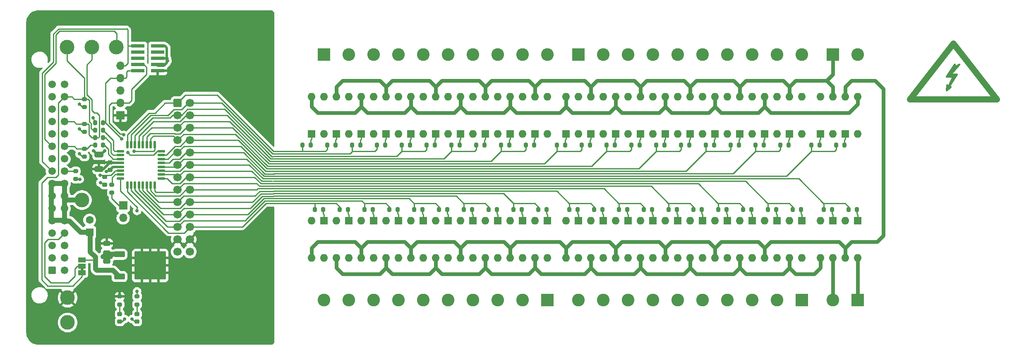
<source format=gbr>
%TF.GenerationSoftware,KiCad,Pcbnew,7.0.2-0*%
%TF.CreationDate,2023-05-17T17:58:11+02:00*%
%TF.ProjectId,main,6d61696e-2e6b-4696-9361-645f70636258,v.1.2.0*%
%TF.SameCoordinates,Original*%
%TF.FileFunction,Copper,L1,Top*%
%TF.FilePolarity,Positive*%
%FSLAX46Y46*%
G04 Gerber Fmt 4.6, Leading zero omitted, Abs format (unit mm)*
G04 Created by KiCad (PCBNEW 7.0.2-0) date 2023-05-17 17:58:11*
%MOMM*%
%LPD*%
G01*
G04 APERTURE LIST*
G04 Aperture macros list*
%AMRoundRect*
0 Rectangle with rounded corners*
0 $1 Rounding radius*
0 $2 $3 $4 $5 $6 $7 $8 $9 X,Y pos of 4 corners*
0 Add a 4 corners polygon primitive as box body*
4,1,4,$2,$3,$4,$5,$6,$7,$8,$9,$2,$3,0*
0 Add four circle primitives for the rounded corners*
1,1,$1+$1,$2,$3*
1,1,$1+$1,$4,$5*
1,1,$1+$1,$6,$7*
1,1,$1+$1,$8,$9*
0 Add four rect primitives between the rounded corners*
20,1,$1+$1,$2,$3,$4,$5,0*
20,1,$1+$1,$4,$5,$6,$7,0*
20,1,$1+$1,$6,$7,$8,$9,0*
20,1,$1+$1,$8,$9,$2,$3,0*%
G04 Aperture macros list end*
%TA.AperFunction,EtchedComponent*%
%ADD10C,1.270000*%
%TD*%
%TA.AperFunction,EtchedComponent*%
%ADD11C,0.381000*%
%TD*%
%TA.AperFunction,SMDPad,CuDef*%
%ADD12R,2.795000X0.740000*%
%TD*%
%TA.AperFunction,ComponentPad*%
%ADD13C,3.000000*%
%TD*%
%TA.AperFunction,ComponentPad*%
%ADD14R,2.600000X2.600000*%
%TD*%
%TA.AperFunction,ComponentPad*%
%ADD15C,2.600000*%
%TD*%
%TA.AperFunction,SMDPad,CuDef*%
%ADD16RoundRect,0.200000X0.275000X-0.200000X0.275000X0.200000X-0.275000X0.200000X-0.275000X-0.200000X0*%
%TD*%
%TA.AperFunction,SMDPad,CuDef*%
%ADD17RoundRect,0.200000X0.200000X0.275000X-0.200000X0.275000X-0.200000X-0.275000X0.200000X-0.275000X0*%
%TD*%
%TA.AperFunction,ComponentPad*%
%ADD18R,1.600000X1.600000*%
%TD*%
%TA.AperFunction,ComponentPad*%
%ADD19O,1.600000X1.600000*%
%TD*%
%TA.AperFunction,SMDPad,CuDef*%
%ADD20RoundRect,0.200000X-0.275000X0.200000X-0.275000X-0.200000X0.275000X-0.200000X0.275000X0.200000X0*%
%TD*%
%TA.AperFunction,ComponentPad*%
%ADD21R,1.700000X1.700000*%
%TD*%
%TA.AperFunction,ComponentPad*%
%ADD22O,1.700000X1.700000*%
%TD*%
%TA.AperFunction,SMDPad,CuDef*%
%ADD23R,1.500000X1.000000*%
%TD*%
%TA.AperFunction,SMDPad,CuDef*%
%ADD24RoundRect,0.218750X0.256250X-0.218750X0.256250X0.218750X-0.256250X0.218750X-0.256250X-0.218750X0*%
%TD*%
%TA.AperFunction,SMDPad,CuDef*%
%ADD25RoundRect,0.225000X-0.250000X0.225000X-0.250000X-0.225000X0.250000X-0.225000X0.250000X0.225000X0*%
%TD*%
%TA.AperFunction,ComponentPad*%
%ADD26C,1.600000*%
%TD*%
%TA.AperFunction,SMDPad,CuDef*%
%ADD27RoundRect,0.125000X-0.625000X-0.125000X0.625000X-0.125000X0.625000X0.125000X-0.625000X0.125000X0*%
%TD*%
%TA.AperFunction,SMDPad,CuDef*%
%ADD28RoundRect,0.125000X-0.125000X-0.625000X0.125000X-0.625000X0.125000X0.625000X-0.125000X0.625000X0*%
%TD*%
%TA.AperFunction,SMDPad,CuDef*%
%ADD29RoundRect,0.250000X-0.475000X0.250000X-0.475000X-0.250000X0.475000X-0.250000X0.475000X0.250000X0*%
%TD*%
%TA.AperFunction,ComponentPad*%
%ADD30RoundRect,0.249999X0.525001X-0.525001X0.525001X0.525001X-0.525001X0.525001X-0.525001X-0.525001X0*%
%TD*%
%TA.AperFunction,ComponentPad*%
%ADD31C,1.550000*%
%TD*%
%TA.AperFunction,SMDPad,CuDef*%
%ADD32RoundRect,0.250000X0.475000X-0.250000X0.475000X0.250000X-0.475000X0.250000X-0.475000X-0.250000X0*%
%TD*%
%TA.AperFunction,SMDPad,CuDef*%
%ADD33RoundRect,0.250000X0.650000X-0.325000X0.650000X0.325000X-0.650000X0.325000X-0.650000X-0.325000X0*%
%TD*%
%TA.AperFunction,SMDPad,CuDef*%
%ADD34RoundRect,0.250000X-0.850000X-0.350000X0.850000X-0.350000X0.850000X0.350000X-0.850000X0.350000X0*%
%TD*%
%TA.AperFunction,SMDPad,CuDef*%
%ADD35RoundRect,0.250000X-1.275000X-1.125000X1.275000X-1.125000X1.275000X1.125000X-1.275000X1.125000X0*%
%TD*%
%TA.AperFunction,SMDPad,CuDef*%
%ADD36RoundRect,0.249997X-2.950003X-2.650003X2.950003X-2.650003X2.950003X2.650003X-2.950003X2.650003X0*%
%TD*%
%TA.AperFunction,ComponentPad*%
%ADD37RoundRect,0.250000X-0.600000X-0.600000X0.600000X-0.600000X0.600000X0.600000X-0.600000X0.600000X0*%
%TD*%
%TA.AperFunction,ComponentPad*%
%ADD38C,1.700000*%
%TD*%
%TA.AperFunction,ViaPad*%
%ADD39C,0.700000*%
%TD*%
%TA.AperFunction,Conductor*%
%ADD40C,0.250000*%
%TD*%
%TA.AperFunction,Conductor*%
%ADD41C,0.500000*%
%TD*%
%TA.AperFunction,Conductor*%
%ADD42C,1.000000*%
%TD*%
%TA.AperFunction,Conductor*%
%ADD43C,0.750000*%
%TD*%
G04 APERTURE END LIST*
D10*
%TO.C,SYM1*%
X206248000Y-66548000D02*
X215138000Y-55118000D01*
D11*
X213741000Y-61849000D02*
X215138000Y-61849000D01*
X213741000Y-64643000D02*
X214503000Y-64008000D01*
X213868000Y-63627000D02*
X213741000Y-64643000D01*
X213995000Y-64135000D02*
X213868000Y-63627000D01*
X213995000Y-64262000D02*
X215773000Y-61468000D01*
X214122000Y-61722000D02*
X215392000Y-61722000D01*
X214503000Y-61468000D02*
X216281000Y-59436000D01*
X214503000Y-64008000D02*
X213995000Y-64262000D01*
D10*
X215138000Y-55118000D02*
X224028000Y-66548000D01*
D11*
X215138000Y-61849000D02*
X213995000Y-64135000D01*
X215265000Y-59563000D02*
X213741000Y-61849000D01*
X215519000Y-59817000D02*
X214122000Y-61722000D01*
X215519000Y-59944000D02*
X215392000Y-59436000D01*
X215773000Y-61468000D02*
X214503000Y-61468000D01*
X216281000Y-59436000D02*
X215519000Y-59944000D01*
D10*
X224028000Y-66548000D02*
X206248000Y-66548000D01*
%TA.AperFunction,EtchedComponent*%
%TO.C,JP1*%
G36*
X37130000Y-101660000D02*
G01*
X36530000Y-101660000D01*
X36530000Y-101160000D01*
X37130000Y-101160000D01*
X37130000Y-101660000D01*
G37*
%TD.AperFunction*%
%TD*%
D12*
%TO.P,J11,1,VTref*%
%TO.N,+3.3V*%
X52324500Y-60706000D03*
%TO.P,J11,2,SWDIO/TMS*%
%TO.N,/Microcontroller/SWDIO*%
X48259500Y-60706000D03*
%TO.P,J11,3,GND*%
%TO.N,GND*%
X52324500Y-59436000D03*
%TO.P,J11,4,SWDCLK/TCK*%
%TO.N,/Microcontroller/SWCLK*%
X48259500Y-59436000D03*
%TO.P,J11,5,GND*%
%TO.N,GND*%
X52324500Y-58166000D03*
%TO.P,J11,6,SWO/TDO*%
%TO.N,unconnected-(J11-SWO{slash}TDO-Pad6)*%
X48259500Y-58166000D03*
%TO.P,J11,7,KEY*%
%TO.N,unconnected-(J11-KEY-Pad7)*%
X52324500Y-56896000D03*
%TO.P,J11,8,NC/TDI*%
%TO.N,unconnected-(J11-NC{slash}TDI-Pad8)*%
X48259500Y-56896000D03*
%TO.P,J11,9,GNDDetect*%
%TO.N,GND*%
X52324500Y-55626000D03*
%TO.P,J11,10,~{RESET}*%
%TO.N,/~{NRST}*%
X48259500Y-55626000D03*
%TD*%
D13*
%TO.P,TP2,1,1*%
%TO.N,+3.3V*%
X33900000Y-107180000D03*
%TD*%
D14*
%TO.P,J5,1,Pin_1*%
%TO.N,Net-(J5-Pin_1)*%
X138430000Y-57404000D03*
D15*
%TO.P,J5,2,Pin_2*%
%TO.N,Net-(J5-Pin_2)*%
X143510000Y-57404000D03*
%TO.P,J5,3,Pin_3*%
%TO.N,Net-(J5-Pin_3)*%
X148590000Y-57404000D03*
%TO.P,J5,4,Pin_4*%
%TO.N,Net-(J5-Pin_4)*%
X153670000Y-57404000D03*
%TO.P,J5,5,Pin_5*%
%TO.N,Net-(J5-Pin_5)*%
X158750000Y-57404000D03*
%TO.P,J5,6,Pin_6*%
%TO.N,Net-(J5-Pin_6)*%
X163830000Y-57404000D03*
%TO.P,J5,7,Pin_7*%
%TO.N,Net-(J5-Pin_7)*%
X168910000Y-57404000D03*
%TO.P,J5,8,Pin_8*%
%TO.N,Net-(J5-Pin_8)*%
X173990000Y-57404000D03*
%TO.P,J5,9,Pin_9*%
%TO.N,Net-(J5-Pin_9)*%
X179070000Y-57404000D03*
%TO.P,J5,10,Pin_10*%
%TO.N,Net-(J5-Pin_10)*%
X184150000Y-57404000D03*
%TD*%
D14*
%TO.P,J4,1,Pin_1*%
%TO.N,/Relays/Input pins/Out_HIGH*%
X190500000Y-57404000D03*
D15*
%TO.P,J4,2,Pin_2*%
%TO.N,/Relays/Input pins/Out_LOW*%
X195580000Y-57404000D03*
%TD*%
D16*
%TO.P,R11,1*%
%TO.N,Net-(J3-Pin_1)*%
X42950000Y-85660000D03*
%TO.P,R11,2*%
%TO.N,/Microcontroller/TX*%
X42950000Y-84010000D03*
%TD*%
D17*
%TO.P,R38,1*%
%TO.N,Net-(R38-Pad1)*%
X183959000Y-89154000D03*
%TO.P,R38,2*%
%TO.N,/Microcontroller/CH11*%
X182309000Y-89154000D03*
%TD*%
D18*
%TO.P,U19,1*%
%TO.N,Net-(R29-Pad1)*%
X99060000Y-73660000D03*
D19*
%TO.P,U19,2*%
%TO.N,GND*%
X101600000Y-73660000D03*
%TO.P,U19,3*%
%TO.N,Net-(J6-Pin_4)*%
X101600000Y-66040000D03*
%TO.P,U19,4*%
%TO.N,/Relays/Input pins/Out_HIGH*%
X99060000Y-66040000D03*
%TD*%
D20*
%TO.P,R4,1*%
%TO.N,/DATA*%
X37338000Y-66485000D03*
%TO.P,R4,2*%
%TO.N,GND*%
X37338000Y-68135000D03*
%TD*%
D18*
%TO.P,U34,1*%
%TO.N,Net-(R46-Pad1)*%
X168910000Y-91440000D03*
D19*
%TO.P,U34,2*%
%TO.N,GND*%
X166370000Y-91440000D03*
%TO.P,U34,3*%
%TO.N,/Relays/Input pins/Bus_LOW*%
X166370000Y-99060000D03*
%TO.P,U34,4*%
%TO.N,Net-(J8-Pin_4)*%
X168910000Y-99060000D03*
%TD*%
D17*
%TO.P,R30,1*%
%TO.N,Net-(R30-Pad1)*%
X145859000Y-75946000D03*
%TO.P,R30,2*%
%TO.N,/Microcontroller/CH4*%
X144209000Y-75946000D03*
%TD*%
D13*
%TO.P,TP6,1,1*%
%TO.N,/STROBE*%
X43882000Y-55880000D03*
%TD*%
D21*
%TO.P,J2,1,Pin_1*%
%TO.N,+3.3V*%
X44704000Y-69850000D03*
D22*
%TO.P,J2,2,Pin_2*%
%TO.N,/Microcontroller/SWCLK*%
X44704000Y-67310000D03*
%TO.P,J2,3,Pin_3*%
%TO.N,GND*%
X44704000Y-64770000D03*
%TO.P,J2,4,Pin_4*%
%TO.N,/Microcontroller/SWDIO*%
X44704000Y-62230000D03*
%TO.P,J2,5,Pin_5*%
%TO.N,/~{NRST}*%
X44704000Y-59690000D03*
%TD*%
D18*
%TO.P,U41,1*%
%TO.N,Net-(R53-Pad1)*%
X101600000Y-91440000D03*
D19*
%TO.P,U41,2*%
%TO.N,GND*%
X99060000Y-91440000D03*
%TO.P,U41,3*%
%TO.N,/Relays/Input pins/Bus_HIGH*%
X99060000Y-99060000D03*
%TO.P,U41,4*%
%TO.N,Net-(J9-Pin_7)*%
X101600000Y-99060000D03*
%TD*%
D18*
%TO.P,U42,1*%
%TO.N,Net-(R54-Pad1)*%
X148590000Y-91440000D03*
D19*
%TO.P,U42,2*%
%TO.N,GND*%
X146050000Y-91440000D03*
%TO.P,U42,3*%
%TO.N,/Relays/Input pins/Bus_LOW*%
X146050000Y-99060000D03*
%TO.P,U42,4*%
%TO.N,Net-(J8-Pin_8)*%
X148590000Y-99060000D03*
%TD*%
D17*
%TO.P,R15,1*%
%TO.N,Net-(R15-Pad1)*%
X129349000Y-75946000D03*
%TO.P,R15,2*%
%TO.N,/Microcontroller/CH6*%
X127699000Y-75946000D03*
%TD*%
D18*
%TO.P,U36,1*%
%TO.N,Net-(R48-Pad1)*%
X163830000Y-91440000D03*
D19*
%TO.P,U36,2*%
%TO.N,GND*%
X161290000Y-91440000D03*
%TO.P,U36,3*%
%TO.N,/Relays/Input pins/Bus_HIGH*%
X161290000Y-99060000D03*
%TO.P,U36,4*%
%TO.N,Net-(J8-Pin_5)*%
X163830000Y-99060000D03*
%TD*%
D18*
%TO.P,U31,1*%
%TO.N,Net-(R43-Pad1)*%
X127000000Y-91440000D03*
D19*
%TO.P,U31,2*%
%TO.N,GND*%
X124460000Y-91440000D03*
%TO.P,U31,3*%
%TO.N,/Relays/Input pins/Bus_LOW*%
X124460000Y-99060000D03*
%TO.P,U31,4*%
%TO.N,Net-(J9-Pin_2)*%
X127000000Y-99060000D03*
%TD*%
D17*
%TO.P,R35,1*%
%TO.N,Net-(R35-Pad1)*%
X83629000Y-75946000D03*
%TO.P,R35,2*%
%TO.N,/Microcontroller/CH10*%
X81979000Y-75946000D03*
%TD*%
D18*
%TO.P,U11,1*%
%TO.N,Net-(R21-Pad1)*%
X119380000Y-73660000D03*
D19*
%TO.P,U11,2*%
%TO.N,GND*%
X121920000Y-73660000D03*
%TO.P,U11,3*%
%TO.N,Net-(J6-Pin_8)*%
X121920000Y-66040000D03*
%TO.P,U11,4*%
%TO.N,/Relays/Input pins/Out_HIGH*%
X119380000Y-66040000D03*
%TD*%
D18*
%TO.P,U6,1*%
%TO.N,Net-(R14-Pad1)*%
X181610000Y-73660000D03*
D19*
%TO.P,U6,2*%
%TO.N,GND*%
X184150000Y-73660000D03*
%TO.P,U6,3*%
%TO.N,Net-(J5-Pin_10)*%
X184150000Y-66040000D03*
%TO.P,U6,4*%
%TO.N,/Relays/Input pins/Out_HIGH*%
X181610000Y-66040000D03*
%TD*%
D18*
%TO.P,U20,1*%
%TO.N,Net-(R30-Pad1)*%
X146050000Y-73660000D03*
D19*
%TO.P,U20,2*%
%TO.N,GND*%
X148590000Y-73660000D03*
%TO.P,U20,3*%
%TO.N,Net-(J5-Pin_3)*%
X148590000Y-66040000D03*
%TO.P,U20,4*%
%TO.N,/Relays/Input pins/Out_LOW*%
X146050000Y-66040000D03*
%TD*%
D18*
%TO.P,U44,1*%
%TO.N,Net-(R56-Pad1)*%
X143510000Y-91440000D03*
D19*
%TO.P,U44,2*%
%TO.N,GND*%
X140970000Y-91440000D03*
%TO.P,U44,3*%
%TO.N,/Relays/Input pins/Bus_HIGH*%
X140970000Y-99060000D03*
%TO.P,U44,4*%
%TO.N,Net-(J8-Pin_9)*%
X143510000Y-99060000D03*
%TD*%
D17*
%TO.P,R52,1*%
%TO.N,Net-(R52-Pad1)*%
X153479000Y-89154000D03*
%TO.P,R52,2*%
%TO.N,/Microcontroller/CH14*%
X151829000Y-89154000D03*
%TD*%
%TO.P,R33,1*%
%TO.N,Net-(R33-Pad1)*%
X88709000Y-75946000D03*
%TO.P,R33,2*%
%TO.N,/Microcontroller/CH10*%
X87059000Y-75946000D03*
%TD*%
%TO.P,R39,1*%
%TO.N,Net-(R39-Pad1)*%
X131889000Y-89154000D03*
%TO.P,R39,2*%
%TO.N,/Microcontroller/CH16*%
X130239000Y-89154000D03*
%TD*%
D18*
%TO.P,U12,1*%
%TO.N,Net-(R22-Pad1)*%
X166370000Y-73660000D03*
D19*
%TO.P,U12,2*%
%TO.N,GND*%
X168910000Y-73660000D03*
%TO.P,U12,3*%
%TO.N,Net-(J5-Pin_7)*%
X168910000Y-66040000D03*
%TO.P,U12,4*%
%TO.N,/Relays/Input pins/Out_LOW*%
X166370000Y-66040000D03*
%TD*%
D18*
%TO.P,U4,1*%
%TO.N,Net-(R12-Pad1)*%
X187960000Y-73660000D03*
D19*
%TO.P,U4,2*%
%TO.N,GND*%
X190500000Y-73660000D03*
%TO.P,U4,3*%
%TO.N,/Relays/Input pins/Out_HIGH*%
X190500000Y-66040000D03*
%TO.P,U4,4*%
%TO.N,/Relays/Input pins/Bus_HIGH*%
X187960000Y-66040000D03*
%TD*%
D18*
%TO.P,U13,1*%
%TO.N,Net-(R23-Pad1)*%
X114300000Y-73660000D03*
D19*
%TO.P,U13,2*%
%TO.N,GND*%
X116840000Y-73660000D03*
%TO.P,U13,3*%
%TO.N,Net-(J6-Pin_7)*%
X116840000Y-66040000D03*
%TO.P,U13,4*%
%TO.N,/Relays/Input pins/Out_LOW*%
X114300000Y-66040000D03*
%TD*%
D18*
%TO.P,U8,1*%
%TO.N,Net-(R18-Pad1)*%
X176530000Y-73660000D03*
D19*
%TO.P,U8,2*%
%TO.N,GND*%
X179070000Y-73660000D03*
%TO.P,U8,3*%
%TO.N,Net-(J5-Pin_9)*%
X179070000Y-66040000D03*
%TO.P,U8,4*%
%TO.N,/Relays/Input pins/Out_LOW*%
X176530000Y-66040000D03*
%TD*%
D17*
%TO.P,R27,1*%
%TO.N,Net-(R27-Pad1)*%
X103949000Y-75946000D03*
%TO.P,R27,2*%
%TO.N,/Microcontroller/CH8*%
X102299000Y-75946000D03*
%TD*%
D23*
%TO.P,JP1,1,A*%
%TO.N,/DATA*%
X36830000Y-102060000D03*
%TO.P,JP1,2,C*%
%TO.N,/ID*%
X36830000Y-100760000D03*
%TO.P,JP1,3,B*%
%TO.N,+5V*%
X36830000Y-99460000D03*
%TD*%
D17*
%TO.P,R14,1*%
%TO.N,Net-(R14-Pad1)*%
X181419000Y-75946000D03*
%TO.P,R14,2*%
%TO.N,/Microcontroller/CH1*%
X179769000Y-75946000D03*
%TD*%
D18*
%TO.P,U7,1*%
%TO.N,Net-(R15-Pad1)*%
X129540000Y-73660000D03*
D19*
%TO.P,U7,2*%
%TO.N,GND*%
X132080000Y-73660000D03*
%TO.P,U7,3*%
%TO.N,Net-(J6-Pin_10)*%
X132080000Y-66040000D03*
%TO.P,U7,4*%
%TO.N,/Relays/Input pins/Out_HIGH*%
X129540000Y-66040000D03*
%TD*%
D24*
%TO.P,D1,1,K*%
%TO.N,GND*%
X44558000Y-112087500D03*
%TO.P,D1,2,A*%
%TO.N,Net-(D1-A)*%
X44558000Y-110512500D03*
%TD*%
D17*
%TO.P,R45,1*%
%TO.N,Net-(R45-Pad1)*%
X121729000Y-89154000D03*
%TO.P,R45,2*%
%TO.N,/Microcontroller/CH17*%
X120079000Y-89154000D03*
%TD*%
D18*
%TO.P,U18,1*%
%TO.N,Net-(R28-Pad1)*%
X151130000Y-73660000D03*
D19*
%TO.P,U18,2*%
%TO.N,GND*%
X153670000Y-73660000D03*
%TO.P,U18,3*%
%TO.N,Net-(J5-Pin_4)*%
X153670000Y-66040000D03*
%TO.P,U18,4*%
%TO.N,/Relays/Input pins/Out_HIGH*%
X151130000Y-66040000D03*
%TD*%
D25*
%TO.P,C6,1*%
%TO.N,Net-(U3-NRST)*%
X41450000Y-82460000D03*
%TO.P,C6,2*%
%TO.N,GND*%
X41450000Y-84010000D03*
%TD*%
D17*
%TO.P,R21,1*%
%TO.N,Net-(R21-Pad1)*%
X119189000Y-75946000D03*
%TO.P,R21,2*%
%TO.N,/Microcontroller/CH7*%
X117539000Y-75946000D03*
%TD*%
D18*
%TO.P,C1,1*%
%TO.N,+5V*%
X38400000Y-93760000D03*
D26*
%TO.P,C1,2*%
%TO.N,GND*%
X38400000Y-91260000D03*
%TD*%
D17*
%TO.P,R32,1*%
%TO.N,Net-(R32-Pad1)*%
X140779000Y-75946000D03*
%TO.P,R32,2*%
%TO.N,/Microcontroller/CH5*%
X139129000Y-75946000D03*
%TD*%
%TO.P,R34,1*%
%TO.N,Net-(R34-Pad1)*%
X135699000Y-75946000D03*
%TO.P,R34,2*%
%TO.N,/Microcontroller/CH5*%
X134049000Y-75946000D03*
%TD*%
%TO.P,R42,1*%
%TO.N,Net-(R42-Pad1)*%
X178879000Y-89154000D03*
%TO.P,R42,2*%
%TO.N,/Microcontroller/CH11*%
X177229000Y-89154000D03*
%TD*%
D18*
%TO.P,U24,1*%
%TO.N,Net-(R34-Pad1)*%
X135890000Y-73660000D03*
D19*
%TO.P,U24,2*%
%TO.N,GND*%
X138430000Y-73660000D03*
%TO.P,U24,3*%
%TO.N,Net-(J5-Pin_1)*%
X138430000Y-66040000D03*
%TO.P,U24,4*%
%TO.N,/Relays/Input pins/Out_LOW*%
X135890000Y-66040000D03*
%TD*%
D17*
%TO.P,R54,1*%
%TO.N,Net-(R54-Pad1)*%
X148399000Y-89154000D03*
%TO.P,R54,2*%
%TO.N,/Microcontroller/CH14*%
X146749000Y-89154000D03*
%TD*%
D13*
%TO.P,TP5,1,1*%
%TO.N,/CLK*%
X38832000Y-55880000D03*
%TD*%
D17*
%TO.P,R29,1*%
%TO.N,Net-(R29-Pad1)*%
X98869000Y-75946000D03*
%TO.P,R29,2*%
%TO.N,/Microcontroller/CH9*%
X97219000Y-75946000D03*
%TD*%
%TO.P,R20,1*%
%TO.N,Net-(R20-Pad1)*%
X171259000Y-75946000D03*
%TO.P,R20,2*%
%TO.N,/Microcontroller/CH2*%
X169609000Y-75946000D03*
%TD*%
D18*
%TO.P,U43,1*%
%TO.N,Net-(R55-Pad1)*%
X96520000Y-91440000D03*
D19*
%TO.P,U43,2*%
%TO.N,GND*%
X93980000Y-91440000D03*
%TO.P,U43,3*%
%TO.N,/Relays/Input pins/Bus_LOW*%
X93980000Y-99060000D03*
%TO.P,U43,4*%
%TO.N,Net-(J9-Pin_8)*%
X96520000Y-99060000D03*
%TD*%
D17*
%TO.P,R46,1*%
%TO.N,Net-(R46-Pad1)*%
X168719000Y-89154000D03*
%TO.P,R46,2*%
%TO.N,/Microcontroller/CH12*%
X167069000Y-89154000D03*
%TD*%
%TO.P,R19,1*%
%TO.N,Net-(R19-Pad1)*%
X124269000Y-75946000D03*
%TO.P,R19,2*%
%TO.N,/Microcontroller/CH6*%
X122619000Y-75946000D03*
%TD*%
D27*
%TO.P,U3,1,PB9*%
%TO.N,/Microcontroller/DATA*%
X44725000Y-77160000D03*
%TO.P,U3,2,PC14*%
%TO.N,/Microcontroller/CLK*%
X44725000Y-77960000D03*
%TO.P,U3,3,PC15*%
%TO.N,/Microcontroller/STROBE*%
X44725000Y-78760000D03*
%TO.P,U3,4,VDD/VDDA*%
%TO.N,+3.3V*%
X44725000Y-79560000D03*
%TO.P,U3,5,VSS/VSSA*%
%TO.N,GND*%
X44725000Y-80360000D03*
%TO.P,U3,6,NRST*%
%TO.N,Net-(U3-NRST)*%
X44725000Y-81160000D03*
%TO.P,U3,7,PA0*%
%TO.N,/Microcontroller/TX*%
X44725000Y-81960000D03*
%TO.P,U3,8,PA1*%
%TO.N,/Microcontroller/LED*%
X44725000Y-82760000D03*
D28*
%TO.P,U3,9,PA2*%
%TO.N,/Microcontroller/CH20*%
X46100000Y-84135000D03*
%TO.P,U3,10,PA3*%
%TO.N,/Microcontroller/CH19*%
X46900000Y-84135000D03*
%TO.P,U3,11,PA4*%
%TO.N,/Microcontroller/CH18*%
X47700000Y-84135000D03*
%TO.P,U3,12,PA5*%
%TO.N,/Microcontroller/CH17*%
X48500000Y-84135000D03*
%TO.P,U3,13,PA6*%
%TO.N,/Microcontroller/CH16*%
X49300000Y-84135000D03*
%TO.P,U3,14,PA7*%
%TO.N,/Microcontroller/CH15*%
X50100000Y-84135000D03*
%TO.P,U3,15,PB0*%
%TO.N,/Microcontroller/CH14*%
X50900000Y-84135000D03*
%TO.P,U3,16,PB1*%
%TO.N,/Microcontroller/CH13*%
X51700000Y-84135000D03*
D27*
%TO.P,U3,17,PB2*%
%TO.N,/Microcontroller/CH12*%
X53075000Y-82760000D03*
%TO.P,U3,18,PA8*%
%TO.N,/Microcontroller/CH11*%
X53075000Y-81960000D03*
%TO.P,U3,19,PA9*%
%TO.N,/Microcontroller/Bus2_sense_enable*%
X53075000Y-81160000D03*
%TO.P,U3,20,PC6*%
%TO.N,/Microcontroller/Bus2_input_enable*%
X53075000Y-80360000D03*
%TO.P,U3,21,PA10*%
%TO.N,/Microcontroller/CH1*%
X53075000Y-79560000D03*
%TO.P,U3,22,PA11*%
%TO.N,/Microcontroller/CH2*%
X53075000Y-78760000D03*
%TO.P,U3,23,PA12*%
%TO.N,/Microcontroller/CH3*%
X53075000Y-77960000D03*
%TO.P,U3,24,PA13*%
%TO.N,/Microcontroller/SWDIO*%
X53075000Y-77160000D03*
D28*
%TO.P,U3,25,PA14*%
%TO.N,/Microcontroller/SWCLK*%
X51700000Y-75785000D03*
%TO.P,U3,26,PA15*%
%TO.N,/Microcontroller/CH4*%
X50900000Y-75785000D03*
%TO.P,U3,27,PB3*%
%TO.N,/Microcontroller/CH5*%
X50100000Y-75785000D03*
%TO.P,U3,28,PB4*%
%TO.N,/Microcontroller/CH6*%
X49300000Y-75785000D03*
%TO.P,U3,29,PB5*%
%TO.N,/Microcontroller/CH7*%
X48500000Y-75785000D03*
%TO.P,U3,30,PB6*%
%TO.N,/Microcontroller/CH8*%
X47700000Y-75785000D03*
%TO.P,U3,31,PB7*%
%TO.N,/Microcontroller/CH9*%
X46900000Y-75785000D03*
%TO.P,U3,32,PB8*%
%TO.N,/Microcontroller/CH10*%
X46100000Y-75785000D03*
%TD*%
D20*
%TO.P,R3,1*%
%TO.N,/CLK*%
X37338000Y-71565000D03*
%TO.P,R3,2*%
%TO.N,GND*%
X37338000Y-73215000D03*
%TD*%
D17*
%TO.P,R44,1*%
%TO.N,Net-(R44-Pad1)*%
X173799000Y-89154000D03*
%TO.P,R44,2*%
%TO.N,/Microcontroller/CH12*%
X172149000Y-89154000D03*
%TD*%
D18*
%TO.P,U25,1*%
%TO.N,Net-(R35-Pad1)*%
X83820000Y-73660000D03*
D19*
%TO.P,U25,2*%
%TO.N,GND*%
X86360000Y-73660000D03*
%TO.P,U25,3*%
%TO.N,Net-(J6-Pin_1)*%
X86360000Y-66040000D03*
%TO.P,U25,4*%
%TO.N,/Relays/Input pins/Out_LOW*%
X83820000Y-66040000D03*
%TD*%
D17*
%TO.P,R37,1*%
%TO.N,Net-(R37-Pad1)*%
X195389000Y-89154000D03*
%TO.P,R37,2*%
%TO.N,/Microcontroller/Bus2_sense_enable*%
X193739000Y-89154000D03*
%TD*%
D18*
%TO.P,U17,1*%
%TO.N,Net-(R27-Pad1)*%
X104140000Y-73660000D03*
D19*
%TO.P,U17,2*%
%TO.N,GND*%
X106680000Y-73660000D03*
%TO.P,U17,3*%
%TO.N,Net-(J6-Pin_5)*%
X106680000Y-66040000D03*
%TO.P,U17,4*%
%TO.N,/Relays/Input pins/Out_LOW*%
X104140000Y-66040000D03*
%TD*%
D18*
%TO.P,U10,1*%
%TO.N,Net-(R20-Pad1)*%
X171450000Y-73660000D03*
D19*
%TO.P,U10,2*%
%TO.N,GND*%
X173990000Y-73660000D03*
%TO.P,U10,3*%
%TO.N,Net-(J5-Pin_8)*%
X173990000Y-66040000D03*
%TO.P,U10,4*%
%TO.N,/Relays/Input pins/Out_HIGH*%
X171450000Y-66040000D03*
%TD*%
D17*
%TO.P,R25,1*%
%TO.N,Net-(R25-Pad1)*%
X109029000Y-75946000D03*
%TO.P,R25,2*%
%TO.N,/Microcontroller/CH8*%
X107379000Y-75946000D03*
%TD*%
D21*
%TO.P,J3,1,Pin_1*%
%TO.N,Net-(J3-Pin_1)*%
X45250000Y-88310000D03*
D22*
%TO.P,J3,2,Pin_2*%
%TO.N,GND*%
X45250000Y-90850000D03*
%TD*%
D17*
%TO.P,R9,1*%
%TO.N,/Microcontroller/SWDIO*%
X41148000Y-71310000D03*
%TO.P,R9,2*%
%TO.N,GND*%
X39498000Y-71310000D03*
%TD*%
D18*
%TO.P,U38,1*%
%TO.N,Net-(R50-Pad1)*%
X158750000Y-91440000D03*
D19*
%TO.P,U38,2*%
%TO.N,GND*%
X156210000Y-91440000D03*
%TO.P,U38,3*%
%TO.N,/Relays/Input pins/Bus_LOW*%
X156210000Y-99060000D03*
%TO.P,U38,4*%
%TO.N,Net-(J8-Pin_6)*%
X158750000Y-99060000D03*
%TD*%
D17*
%TO.P,R57,1*%
%TO.N,Net-(R57-Pad1)*%
X91249000Y-89154000D03*
%TO.P,R57,2*%
%TO.N,/Microcontroller/CH20*%
X89599000Y-89154000D03*
%TD*%
D18*
%TO.P,U15,1*%
%TO.N,Net-(R25-Pad1)*%
X109220000Y-73660000D03*
D19*
%TO.P,U15,2*%
%TO.N,GND*%
X111760000Y-73660000D03*
%TO.P,U15,3*%
%TO.N,Net-(J6-Pin_6)*%
X111760000Y-66040000D03*
%TO.P,U15,4*%
%TO.N,/Relays/Input pins/Out_HIGH*%
X109220000Y-66040000D03*
%TD*%
D29*
%TO.P,C5,1*%
%TO.N,+3.3V*%
X41910000Y-96078000D03*
%TO.P,C5,2*%
%TO.N,GND*%
X41910000Y-97978000D03*
%TD*%
D18*
%TO.P,U5,1*%
%TO.N,Net-(R13-Pad1)*%
X193040000Y-73660000D03*
D19*
%TO.P,U5,2*%
%TO.N,GND*%
X195580000Y-73660000D03*
%TO.P,U5,3*%
%TO.N,/Relays/Input pins/Out_LOW*%
X195580000Y-66040000D03*
%TO.P,U5,4*%
%TO.N,/Relays/Input pins/Bus_LOW*%
X193040000Y-66040000D03*
%TD*%
D20*
%TO.P,R2,1*%
%TO.N,/STROBE*%
X37338000Y-76645000D03*
%TO.P,R2,2*%
%TO.N,GND*%
X37338000Y-78295000D03*
%TD*%
D18*
%TO.P,U37,1*%
%TO.N,Net-(R49-Pad1)*%
X111760000Y-91440000D03*
D19*
%TO.P,U37,2*%
%TO.N,GND*%
X109220000Y-91440000D03*
%TO.P,U37,3*%
%TO.N,/Relays/Input pins/Bus_HIGH*%
X109220000Y-99060000D03*
%TO.P,U37,4*%
%TO.N,Net-(J9-Pin_5)*%
X111760000Y-99060000D03*
%TD*%
D20*
%TO.P,R8,1*%
%TO.N,+3.3V*%
X44558000Y-106919000D03*
%TO.P,R8,2*%
%TO.N,Net-(D1-A)*%
X44558000Y-108569000D03*
%TD*%
D17*
%TO.P,R23,1*%
%TO.N,Net-(R23-Pad1)*%
X114109000Y-75946000D03*
%TO.P,R23,2*%
%TO.N,/Microcontroller/CH7*%
X112459000Y-75946000D03*
%TD*%
%TO.P,R53,1*%
%TO.N,Net-(R53-Pad1)*%
X101409000Y-89154000D03*
%TO.P,R53,2*%
%TO.N,/Microcontroller/CH19*%
X99759000Y-89154000D03*
%TD*%
%TO.P,R13,1*%
%TO.N,Net-(R13-Pad1)*%
X192849000Y-75946000D03*
%TO.P,R13,2*%
%TO.N,/Microcontroller/Bus2_input_enable*%
X191199000Y-75946000D03*
%TD*%
%TO.P,R28,1*%
%TO.N,Net-(R28-Pad1)*%
X150939000Y-75946000D03*
%TO.P,R28,2*%
%TO.N,/Microcontroller/CH4*%
X149289000Y-75946000D03*
%TD*%
%TO.P,R5,1*%
%TO.N,/Microcontroller/DATA*%
X41148000Y-72898000D03*
%TO.P,R5,2*%
%TO.N,/DATA*%
X39498000Y-72898000D03*
%TD*%
D18*
%TO.P,U22,1*%
%TO.N,Net-(R32-Pad1)*%
X140970000Y-73660000D03*
D19*
%TO.P,U22,2*%
%TO.N,GND*%
X143510000Y-73660000D03*
%TO.P,U22,3*%
%TO.N,Net-(J5-Pin_2)*%
X143510000Y-66040000D03*
%TO.P,U22,4*%
%TO.N,/Relays/Input pins/Out_HIGH*%
X140970000Y-66040000D03*
%TD*%
D17*
%TO.P,R18,1*%
%TO.N,Net-(R18-Pad1)*%
X176339000Y-75946000D03*
%TO.P,R18,2*%
%TO.N,/Microcontroller/CH1*%
X174689000Y-75946000D03*
%TD*%
D18*
%TO.P,U33,1*%
%TO.N,Net-(R45-Pad1)*%
X121920000Y-91440000D03*
D19*
%TO.P,U33,2*%
%TO.N,GND*%
X119380000Y-91440000D03*
%TO.P,U33,3*%
%TO.N,/Relays/Input pins/Bus_HIGH*%
X119380000Y-99060000D03*
%TO.P,U33,4*%
%TO.N,Net-(J9-Pin_3)*%
X121920000Y-99060000D03*
%TD*%
D17*
%TO.P,R48,1*%
%TO.N,Net-(R48-Pad1)*%
X163639000Y-89154000D03*
%TO.P,R48,2*%
%TO.N,/Microcontroller/CH13*%
X161989000Y-89154000D03*
%TD*%
D30*
%TO.P,J1,a1,Pin_a1*%
%TO.N,GND*%
X30700000Y-101605080D03*
D31*
%TO.P,J1,a2,Pin_a2*%
X30700000Y-99065080D03*
%TO.P,J1,a3,Pin_a3*%
X30700000Y-96525080D03*
%TO.P,J1,a4,Pin_a4*%
X30700000Y-93985080D03*
%TO.P,J1,a5,Pin_a5*%
%TO.N,+5V*%
X30700000Y-91445080D03*
%TO.P,J1,a6,Pin_a6*%
X30700000Y-88905080D03*
%TO.P,J1,a7,Pin_a7*%
X30700000Y-86365080D03*
%TO.P,J1,a8,Pin_a8*%
X30700000Y-83825080D03*
%TO.P,J1,a9,Pin_a9*%
%TO.N,/~{NRST}*%
X30700000Y-81285080D03*
%TO.P,J1,a10,Pin_a10*%
%TO.N,GND*%
X30700000Y-78745080D03*
%TO.P,J1,a11,Pin_a11*%
%TO.N,/STROBE*%
X30700000Y-76205080D03*
%TO.P,J1,a12,Pin_a12*%
%TO.N,GND*%
X30700000Y-73665080D03*
%TO.P,J1,a13,Pin_a13*%
%TO.N,/CLK*%
X30700000Y-71125080D03*
%TO.P,J1,a14,Pin_a14*%
%TO.N,GND*%
X30700000Y-68585080D03*
%TO.P,J1,a15,Pin_a15*%
%TO.N,/DATA*%
X30700000Y-66045080D03*
%TO.P,J1,a16,Pin_a16*%
%TO.N,GND*%
X30700000Y-63505080D03*
%TO.P,J1,b1,Pin_b1*%
X33240000Y-101605080D03*
%TO.P,J1,b2,Pin_b2*%
X33240000Y-99065080D03*
%TO.P,J1,b3,Pin_b3*%
X33240000Y-96525080D03*
%TO.P,J1,b4,Pin_b4*%
%TO.N,/ID*%
X33240000Y-93985080D03*
%TO.P,J1,b5,Pin_b5*%
%TO.N,+5V*%
X33240000Y-91445080D03*
%TO.P,J1,b6,Pin_b6*%
X33240000Y-88905080D03*
%TO.P,J1,b7,Pin_b7*%
X33240000Y-86365080D03*
%TO.P,J1,b8,Pin_b8*%
X33240000Y-83825080D03*
%TO.P,J1,b9,Pin_b9*%
%TO.N,/~{NRST}*%
X33240000Y-81285080D03*
%TO.P,J1,b10,Pin_b10*%
%TO.N,GND*%
X33240000Y-78745080D03*
%TO.P,J1,b11,Pin_b11*%
%TO.N,/STROBE*%
X33240000Y-76205080D03*
%TO.P,J1,b12,Pin_b12*%
%TO.N,GND*%
X33240000Y-73665080D03*
%TO.P,J1,b13,Pin_b13*%
%TO.N,/CLK*%
X33240000Y-71125080D03*
%TO.P,J1,b14,Pin_b14*%
%TO.N,GND*%
X33240000Y-68585080D03*
%TO.P,J1,b15,Pin_b15*%
%TO.N,/DATA*%
X33240000Y-66045080D03*
%TO.P,J1,b16,Pin_b16*%
%TO.N,GND*%
X33240000Y-63505080D03*
%TD*%
D18*
%TO.P,U23,1*%
%TO.N,Net-(R33-Pad1)*%
X88900000Y-73660000D03*
D19*
%TO.P,U23,2*%
%TO.N,GND*%
X91440000Y-73660000D03*
%TO.P,U23,3*%
%TO.N,Net-(J6-Pin_2)*%
X91440000Y-66040000D03*
%TO.P,U23,4*%
%TO.N,/Relays/Input pins/Out_HIGH*%
X88900000Y-66040000D03*
%TD*%
D18*
%TO.P,U39,1*%
%TO.N,Net-(R51-Pad1)*%
X106680000Y-91440000D03*
D19*
%TO.P,U39,2*%
%TO.N,GND*%
X104140000Y-91440000D03*
%TO.P,U39,3*%
%TO.N,/Relays/Input pins/Bus_LOW*%
X104140000Y-99060000D03*
%TO.P,U39,4*%
%TO.N,Net-(J9-Pin_6)*%
X106680000Y-99060000D03*
%TD*%
D17*
%TO.P,R59,1*%
%TO.N,Net-(R59-Pad1)*%
X86169000Y-89154000D03*
%TO.P,R59,2*%
%TO.N,/Microcontroller/CH20*%
X84519000Y-89154000D03*
%TD*%
D18*
%TO.P,U47,1*%
%TO.N,Net-(R59-Pad1)*%
X86360000Y-91440000D03*
D19*
%TO.P,U47,2*%
%TO.N,GND*%
X83820000Y-91440000D03*
%TO.P,U47,3*%
%TO.N,/Relays/Input pins/Bus_LOW*%
X83820000Y-99060000D03*
%TO.P,U47,4*%
%TO.N,Net-(J9-Pin_10)*%
X86360000Y-99060000D03*
%TD*%
D32*
%TO.P,C2,1*%
%TO.N,+5V*%
X41910000Y-101600000D03*
%TO.P,C2,2*%
%TO.N,GND*%
X41910000Y-99700000D03*
%TD*%
D18*
%TO.P,U46,1*%
%TO.N,Net-(R58-Pad1)*%
X138430000Y-91440000D03*
D19*
%TO.P,U46,2*%
%TO.N,GND*%
X135890000Y-91440000D03*
%TO.P,U46,3*%
%TO.N,/Relays/Input pins/Bus_LOW*%
X135890000Y-99060000D03*
%TO.P,U46,4*%
%TO.N,Net-(J8-Pin_10)*%
X138430000Y-99060000D03*
%TD*%
D13*
%TO.P,TP1,1,1*%
%TO.N,+5V*%
X36819000Y-87169000D03*
%TD*%
D25*
%TO.P,C8,1*%
%TO.N,+3.3V*%
X42544000Y-79435000D03*
%TO.P,C8,2*%
%TO.N,GND*%
X42544000Y-80985000D03*
%TD*%
D14*
%TO.P,J7,1,Pin_1*%
%TO.N,/Relays/Input/Sense pins/Sense_LOW*%
X195580000Y-107696000D03*
D15*
%TO.P,J7,2,Pin_2*%
%TO.N,/Relays/Input/Sense pins/Sense_HIGH*%
X190500000Y-107696000D03*
%TD*%
D14*
%TO.P,J9,1,Pin_1*%
%TO.N,Net-(J9-Pin_1)*%
X132080000Y-107696000D03*
D15*
%TO.P,J9,2,Pin_2*%
%TO.N,Net-(J9-Pin_2)*%
X127000000Y-107696000D03*
%TO.P,J9,3,Pin_3*%
%TO.N,Net-(J9-Pin_3)*%
X121920000Y-107696000D03*
%TO.P,J9,4,Pin_4*%
%TO.N,Net-(J9-Pin_4)*%
X116840000Y-107696000D03*
%TO.P,J9,5,Pin_5*%
%TO.N,Net-(J9-Pin_5)*%
X111760000Y-107696000D03*
%TO.P,J9,6,Pin_6*%
%TO.N,Net-(J9-Pin_6)*%
X106680000Y-107696000D03*
%TO.P,J9,7,Pin_7*%
%TO.N,Net-(J9-Pin_7)*%
X101600000Y-107696000D03*
%TO.P,J9,8,Pin_8*%
%TO.N,Net-(J9-Pin_8)*%
X96520000Y-107696000D03*
%TO.P,J9,9,Pin_9*%
%TO.N,Net-(J9-Pin_9)*%
X91440000Y-107696000D03*
%TO.P,J9,10,Pin_10*%
%TO.N,Net-(J9-Pin_10)*%
X86360000Y-107696000D03*
%TD*%
D33*
%TO.P,C7,1*%
%TO.N,+3.3V*%
X40335200Y-80850000D03*
%TO.P,C7,2*%
%TO.N,GND*%
X40335200Y-77900000D03*
%TD*%
D13*
%TO.P,TP3,1,1*%
%TO.N,GND*%
X33900000Y-112260000D03*
%TD*%
D18*
%TO.P,U16,1*%
%TO.N,Net-(R26-Pad1)*%
X156210000Y-73660000D03*
D19*
%TO.P,U16,2*%
%TO.N,GND*%
X158750000Y-73660000D03*
%TO.P,U16,3*%
%TO.N,Net-(J5-Pin_5)*%
X158750000Y-66040000D03*
%TO.P,U16,4*%
%TO.N,/Relays/Input pins/Out_LOW*%
X156210000Y-66040000D03*
%TD*%
D18*
%TO.P,U35,1*%
%TO.N,Net-(R47-Pad1)*%
X116840000Y-91440000D03*
D19*
%TO.P,U35,2*%
%TO.N,GND*%
X114300000Y-91440000D03*
%TO.P,U35,3*%
%TO.N,/Relays/Input pins/Bus_LOW*%
X114300000Y-99060000D03*
%TO.P,U35,4*%
%TO.N,Net-(J9-Pin_4)*%
X116840000Y-99060000D03*
%TD*%
D18*
%TO.P,U9,1*%
%TO.N,Net-(R19-Pad1)*%
X124460000Y-73660000D03*
D19*
%TO.P,U9,2*%
%TO.N,GND*%
X127000000Y-73660000D03*
%TO.P,U9,3*%
%TO.N,Net-(J6-Pin_9)*%
X127000000Y-66040000D03*
%TO.P,U9,4*%
%TO.N,/Relays/Input pins/Out_LOW*%
X124460000Y-66040000D03*
%TD*%
D17*
%TO.P,R58,1*%
%TO.N,Net-(R58-Pad1)*%
X138239000Y-89154000D03*
%TO.P,R58,2*%
%TO.N,/Microcontroller/CH15*%
X136589000Y-89154000D03*
%TD*%
D24*
%TO.P,D2,1,K*%
%TO.N,GND*%
X48114000Y-112087500D03*
%TO.P,D2,2,A*%
%TO.N,Net-(D2-A)*%
X48114000Y-110512500D03*
%TD*%
D17*
%TO.P,R6,1*%
%TO.N,/Microcontroller/CLK*%
X41148000Y-74422000D03*
%TO.P,R6,2*%
%TO.N,/CLK*%
X39498000Y-74422000D03*
%TD*%
%TO.P,R56,1*%
%TO.N,Net-(R56-Pad1)*%
X143319000Y-89154000D03*
%TO.P,R56,2*%
%TO.N,/Microcontroller/CH15*%
X141669000Y-89154000D03*
%TD*%
%TO.P,R55,1*%
%TO.N,Net-(R55-Pad1)*%
X96329000Y-89154000D03*
%TO.P,R55,2*%
%TO.N,/Microcontroller/CH19*%
X94679000Y-89154000D03*
%TD*%
D18*
%TO.P,U21,1*%
%TO.N,Net-(R31-Pad1)*%
X93980000Y-73660000D03*
D19*
%TO.P,U21,2*%
%TO.N,GND*%
X96520000Y-73660000D03*
%TO.P,U21,3*%
%TO.N,Net-(J6-Pin_3)*%
X96520000Y-66040000D03*
%TO.P,U21,4*%
%TO.N,/Relays/Input pins/Out_LOW*%
X93980000Y-66040000D03*
%TD*%
D17*
%TO.P,R51,1*%
%TO.N,Net-(R51-Pad1)*%
X106489000Y-89154000D03*
%TO.P,R51,2*%
%TO.N,/Microcontroller/CH18*%
X104839000Y-89154000D03*
%TD*%
%TO.P,R31,1*%
%TO.N,Net-(R31-Pad1)*%
X93789000Y-75946000D03*
%TO.P,R31,2*%
%TO.N,/Microcontroller/CH9*%
X92139000Y-75946000D03*
%TD*%
D18*
%TO.P,U28,1*%
%TO.N,Net-(R38-Pad1)*%
X184150000Y-91440000D03*
D19*
%TO.P,U28,2*%
%TO.N,GND*%
X181610000Y-91440000D03*
%TO.P,U28,3*%
%TO.N,/Relays/Input pins/Bus_HIGH*%
X181610000Y-99060000D03*
%TO.P,U28,4*%
%TO.N,Net-(J8-Pin_1)*%
X184150000Y-99060000D03*
%TD*%
D18*
%TO.P,U29,1*%
%TO.N,Net-(R39-Pad1)*%
X132080000Y-91440000D03*
D19*
%TO.P,U29,2*%
%TO.N,GND*%
X129540000Y-91440000D03*
%TO.P,U29,3*%
%TO.N,/Relays/Input pins/Bus_HIGH*%
X129540000Y-99060000D03*
%TO.P,U29,4*%
%TO.N,Net-(J9-Pin_1)*%
X132080000Y-99060000D03*
%TD*%
D17*
%TO.P,R49,1*%
%TO.N,Net-(R49-Pad1)*%
X111569000Y-89154000D03*
%TO.P,R49,2*%
%TO.N,/Microcontroller/CH18*%
X109919000Y-89154000D03*
%TD*%
D18*
%TO.P,U40,1*%
%TO.N,Net-(R52-Pad1)*%
X153670000Y-91440000D03*
D19*
%TO.P,U40,2*%
%TO.N,GND*%
X151130000Y-91440000D03*
%TO.P,U40,3*%
%TO.N,/Relays/Input pins/Bus_HIGH*%
X151130000Y-99060000D03*
%TO.P,U40,4*%
%TO.N,Net-(J8-Pin_7)*%
X153670000Y-99060000D03*
%TD*%
D17*
%TO.P,R43,1*%
%TO.N,Net-(R43-Pad1)*%
X126809000Y-89154000D03*
%TO.P,R43,2*%
%TO.N,/Microcontroller/CH16*%
X125159000Y-89154000D03*
%TD*%
D18*
%TO.P,U45,1*%
%TO.N,Net-(R57-Pad1)*%
X91440000Y-91440000D03*
D19*
%TO.P,U45,2*%
%TO.N,GND*%
X88900000Y-91440000D03*
%TO.P,U45,3*%
%TO.N,/Relays/Input pins/Bus_HIGH*%
X88900000Y-99060000D03*
%TO.P,U45,4*%
%TO.N,Net-(J9-Pin_9)*%
X91440000Y-99060000D03*
%TD*%
D17*
%TO.P,R47,1*%
%TO.N,Net-(R47-Pad1)*%
X116649000Y-89154000D03*
%TO.P,R47,2*%
%TO.N,/Microcontroller/CH17*%
X114999000Y-89154000D03*
%TD*%
D18*
%TO.P,U14,1*%
%TO.N,Net-(R24-Pad1)*%
X161290000Y-73660000D03*
D19*
%TO.P,U14,2*%
%TO.N,GND*%
X163830000Y-73660000D03*
%TO.P,U14,3*%
%TO.N,Net-(J5-Pin_6)*%
X163830000Y-66040000D03*
%TO.P,U14,4*%
%TO.N,/Relays/Input pins/Out_HIGH*%
X161290000Y-66040000D03*
%TD*%
D18*
%TO.P,U26,1*%
%TO.N,Net-(R36-Pad1)*%
X190500000Y-91440000D03*
D19*
%TO.P,U26,2*%
%TO.N,GND*%
X187960000Y-91440000D03*
%TO.P,U26,3*%
%TO.N,/Relays/Input pins/Bus_HIGH*%
X187960000Y-99060000D03*
%TO.P,U26,4*%
%TO.N,/Relays/Input/Sense pins/Sense_HIGH*%
X190500000Y-99060000D03*
%TD*%
D17*
%TO.P,R26,1*%
%TO.N,Net-(R26-Pad1)*%
X156019000Y-75946000D03*
%TO.P,R26,2*%
%TO.N,/Microcontroller/CH3*%
X154369000Y-75946000D03*
%TD*%
D18*
%TO.P,U32,1*%
%TO.N,Net-(R44-Pad1)*%
X173990000Y-91440000D03*
D19*
%TO.P,U32,2*%
%TO.N,GND*%
X171450000Y-91440000D03*
%TO.P,U32,3*%
%TO.N,/Relays/Input pins/Bus_HIGH*%
X171450000Y-99060000D03*
%TO.P,U32,4*%
%TO.N,Net-(J8-Pin_3)*%
X173990000Y-99060000D03*
%TD*%
D17*
%TO.P,R36,1*%
%TO.N,Net-(R36-Pad1)*%
X190309000Y-89154000D03*
%TO.P,R36,2*%
%TO.N,/Microcontroller/Bus2_sense_enable*%
X188659000Y-89154000D03*
%TD*%
D18*
%TO.P,U30,1*%
%TO.N,Net-(R42-Pad1)*%
X179070000Y-91440000D03*
D19*
%TO.P,U30,2*%
%TO.N,GND*%
X176530000Y-91440000D03*
%TO.P,U30,3*%
%TO.N,/Relays/Input pins/Bus_LOW*%
X176530000Y-99060000D03*
%TO.P,U30,4*%
%TO.N,Net-(J8-Pin_2)*%
X179070000Y-99060000D03*
%TD*%
D17*
%TO.P,R50,1*%
%TO.N,Net-(R50-Pad1)*%
X158559000Y-89154000D03*
%TO.P,R50,2*%
%TO.N,/Microcontroller/CH13*%
X156909000Y-89154000D03*
%TD*%
%TO.P,R12,1*%
%TO.N,Net-(R12-Pad1)*%
X187769000Y-75946000D03*
%TO.P,R12,2*%
%TO.N,/Microcontroller/Bus2_input_enable*%
X186119000Y-75946000D03*
%TD*%
D20*
%TO.P,R10,1*%
%TO.N,/Microcontroller/LED*%
X48114000Y-106919000D03*
%TO.P,R10,2*%
%TO.N,Net-(D2-A)*%
X48114000Y-108569000D03*
%TD*%
D17*
%TO.P,R24,1*%
%TO.N,Net-(R24-Pad1)*%
X161099000Y-75946000D03*
%TO.P,R24,2*%
%TO.N,/Microcontroller/CH3*%
X159449000Y-75946000D03*
%TD*%
%TO.P,R7,1*%
%TO.N,/Microcontroller/STROBE*%
X41148000Y-75946000D03*
%TO.P,R7,2*%
%TO.N,/STROBE*%
X39498000Y-75946000D03*
%TD*%
%TO.P,R22,1*%
%TO.N,Net-(R22-Pad1)*%
X166179000Y-75946000D03*
%TO.P,R22,2*%
%TO.N,/Microcontroller/CH2*%
X164529000Y-75946000D03*
%TD*%
D14*
%TO.P,J8,1,Pin_1*%
%TO.N,Net-(J8-Pin_1)*%
X184150000Y-107696000D03*
D15*
%TO.P,J8,2,Pin_2*%
%TO.N,Net-(J8-Pin_2)*%
X179070000Y-107696000D03*
%TO.P,J8,3,Pin_3*%
%TO.N,Net-(J8-Pin_3)*%
X173990000Y-107696000D03*
%TO.P,J8,4,Pin_4*%
%TO.N,Net-(J8-Pin_4)*%
X168910000Y-107696000D03*
%TO.P,J8,5,Pin_5*%
%TO.N,Net-(J8-Pin_5)*%
X163830000Y-107696000D03*
%TO.P,J8,6,Pin_6*%
%TO.N,Net-(J8-Pin_6)*%
X158750000Y-107696000D03*
%TO.P,J8,7,Pin_7*%
%TO.N,Net-(J8-Pin_7)*%
X153670000Y-107696000D03*
%TO.P,J8,8,Pin_8*%
%TO.N,Net-(J8-Pin_8)*%
X148590000Y-107696000D03*
%TO.P,J8,9,Pin_9*%
%TO.N,Net-(J8-Pin_9)*%
X143510000Y-107696000D03*
%TO.P,J8,10,Pin_10*%
%TO.N,Net-(J8-Pin_10)*%
X138430000Y-107696000D03*
%TD*%
D13*
%TO.P,TP4,1,1*%
%TO.N,/DATA*%
X33782000Y-55880000D03*
%TD*%
D18*
%TO.P,U27,1*%
%TO.N,Net-(R37-Pad1)*%
X195580000Y-91440000D03*
D19*
%TO.P,U27,2*%
%TO.N,GND*%
X193040000Y-91440000D03*
%TO.P,U27,3*%
%TO.N,/Relays/Input pins/Bus_LOW*%
X193040000Y-99060000D03*
%TO.P,U27,4*%
%TO.N,/Relays/Input/Sense pins/Sense_LOW*%
X195580000Y-99060000D03*
%TD*%
D14*
%TO.P,J6,1,Pin_1*%
%TO.N,Net-(J6-Pin_1)*%
X86360000Y-57404000D03*
D15*
%TO.P,J6,2,Pin_2*%
%TO.N,Net-(J6-Pin_2)*%
X91440000Y-57404000D03*
%TO.P,J6,3,Pin_3*%
%TO.N,Net-(J6-Pin_3)*%
X96520000Y-57404000D03*
%TO.P,J6,4,Pin_4*%
%TO.N,Net-(J6-Pin_4)*%
X101600000Y-57404000D03*
%TO.P,J6,5,Pin_5*%
%TO.N,Net-(J6-Pin_5)*%
X106680000Y-57404000D03*
%TO.P,J6,6,Pin_6*%
%TO.N,Net-(J6-Pin_6)*%
X111760000Y-57404000D03*
%TO.P,J6,7,Pin_7*%
%TO.N,Net-(J6-Pin_7)*%
X116840000Y-57404000D03*
%TO.P,J6,8,Pin_8*%
%TO.N,Net-(J6-Pin_8)*%
X121920000Y-57404000D03*
%TO.P,J6,9,Pin_9*%
%TO.N,Net-(J6-Pin_9)*%
X127000000Y-57404000D03*
%TO.P,J6,10,Pin_10*%
%TO.N,Net-(J6-Pin_10)*%
X132080000Y-57404000D03*
%TD*%
D34*
%TO.P,U2,1,GND*%
%TO.N,GND*%
X44500000Y-98305000D03*
D35*
%TO.P,U2,2,VO*%
%TO.N,+3.3V*%
X49125000Y-99060000D03*
X49125000Y-102110000D03*
D36*
X50800000Y-100585000D03*
D35*
X52475000Y-99060000D03*
X52475000Y-102110000D03*
D34*
%TO.P,U2,3,VI*%
%TO.N,+5V*%
X44500000Y-102865000D03*
%TD*%
D37*
%TO.P,J10,1,Pin_1*%
%TO.N,/Microcontroller/CH10*%
X56400000Y-67280000D03*
D38*
%TO.P,J10,2,Pin_2*%
%TO.N,/Microcontroller/CH9*%
X58940000Y-67280000D03*
%TO.P,J10,3,Pin_3*%
%TO.N,/Microcontroller/CH8*%
X56400000Y-69820000D03*
%TO.P,J10,4,Pin_4*%
%TO.N,/Microcontroller/CH7*%
X58940000Y-69820000D03*
%TO.P,J10,5,Pin_5*%
%TO.N,/Microcontroller/CH6*%
X56400000Y-72360000D03*
%TO.P,J10,6,Pin_6*%
%TO.N,/Microcontroller/CH5*%
X58940000Y-72360000D03*
%TO.P,J10,7,Pin_7*%
%TO.N,/Microcontroller/CH4*%
X56400000Y-74900000D03*
%TO.P,J10,8,Pin_8*%
%TO.N,/Microcontroller/CH3*%
X58940000Y-74900000D03*
%TO.P,J10,9,Pin_9*%
%TO.N,/Microcontroller/CH2*%
X56400000Y-77440000D03*
%TO.P,J10,10,Pin_10*%
%TO.N,/Microcontroller/CH1*%
X58940000Y-77440000D03*
%TO.P,J10,11,Pin_11*%
%TO.N,/Microcontroller/Bus2_input_enable*%
X56400000Y-79980000D03*
%TO.P,J10,12,Pin_12*%
%TO.N,/Microcontroller/Bus2_sense_enable*%
X58940000Y-79980000D03*
%TO.P,J10,13,Pin_13*%
%TO.N,/Microcontroller/CH11*%
X56400000Y-82520000D03*
%TO.P,J10,14,Pin_14*%
%TO.N,/Microcontroller/CH12*%
X58940000Y-82520000D03*
%TO.P,J10,15,Pin_15*%
%TO.N,/Microcontroller/CH13*%
X56400000Y-85060000D03*
%TO.P,J10,16,Pin_16*%
%TO.N,/Microcontroller/CH14*%
X58940000Y-85060000D03*
%TO.P,J10,17,Pin_17*%
%TO.N,/Microcontroller/CH15*%
X56400000Y-87600000D03*
%TO.P,J10,18,Pin_18*%
%TO.N,/Microcontroller/CH16*%
X58940000Y-87600000D03*
%TO.P,J10,19,Pin_19*%
%TO.N,/Microcontroller/CH17*%
X56400000Y-90140000D03*
%TO.P,J10,20,Pin_20*%
%TO.N,/Microcontroller/CH18*%
X58940000Y-90140000D03*
%TO.P,J10,21,Pin_21*%
%TO.N,/Microcontroller/CH19*%
X56400000Y-92680000D03*
%TO.P,J10,22,Pin_22*%
%TO.N,/Microcontroller/CH20*%
X58940000Y-92680000D03*
%TO.P,J10,23,Pin_23*%
%TO.N,+3.3V*%
X56400000Y-95220000D03*
%TO.P,J10,24,Pin_24*%
X58940000Y-95220000D03*
%TO.P,J10,25,Pin_25*%
%TO.N,GND*%
X56400000Y-97760000D03*
%TO.P,J10,26,Pin_26*%
X58940000Y-97760000D03*
%TD*%
D16*
%TO.P,R1,1*%
%TO.N,Net-(U3-NRST)*%
X35550000Y-82885000D03*
%TO.P,R1,2*%
%TO.N,/~{NRST}*%
X35550000Y-81235000D03*
%TD*%
D39*
%TO.N,GND*%
X54356000Y-58674000D03*
X47098000Y-111554000D03*
X36322000Y-67564000D03*
X45574000Y-111554000D03*
X36322000Y-72644000D03*
X36322000Y-77724000D03*
X41850000Y-81330000D03*
X39217600Y-77089000D03*
X40600000Y-83610000D03*
X39116000Y-70358000D03*
X41478200Y-77063600D03*
X41148000Y-98806000D03*
X42672000Y-98806000D03*
%TO.N,Net-(U3-NRST)*%
X40575000Y-82060000D03*
X36400000Y-82910000D03*
%TO.N,/Microcontroller/SWDIO*%
X44958000Y-74676000D03*
X46228000Y-77470000D03*
%TO.N,/Microcontroller/SWCLK*%
X47490000Y-77180000D03*
X45375500Y-73823212D03*
%TO.N,/Microcontroller/LED*%
X48110000Y-89408000D03*
X48110000Y-105890000D03*
%TD*%
D40*
%TO.N,/~{NRST}*%
X45720000Y-59690000D02*
X46228000Y-59182000D01*
X44704000Y-59690000D02*
X45720000Y-59690000D01*
X46228000Y-59182000D02*
X46228000Y-52324000D01*
%TO.N,/Microcontroller/SWDIO*%
X45720000Y-62230000D02*
X45974000Y-61976000D01*
X41656000Y-63246000D02*
X42672000Y-62230000D01*
X42672000Y-62230000D02*
X45720000Y-62230000D01*
X45974000Y-61976000D02*
X45974000Y-60960000D01*
%TO.N,/Microcontroller/SWCLK*%
X46990000Y-66802000D02*
X46990000Y-64516000D01*
X42418000Y-67818000D02*
X42418000Y-68072000D01*
X46990000Y-66802000D02*
X46482000Y-67310000D01*
%TO.N,GND*%
X39498000Y-71310000D02*
X39116000Y-70358000D01*
%TO.N,/~{NRST}*%
X28702000Y-79287080D02*
X28702000Y-61214000D01*
X28702000Y-61214000D02*
X30996000Y-58920000D01*
X30996000Y-58920000D02*
X30996000Y-53132894D01*
X30996000Y-53132894D02*
X32050893Y-52078000D01*
X30700000Y-81285080D02*
X28702000Y-79287080D01*
X32050893Y-52078000D02*
X45966000Y-52078000D01*
X45974000Y-52070000D02*
X46122000Y-52218000D01*
X45966000Y-52078000D02*
X45974000Y-52070000D01*
%TO.N,/Microcontroller/SWCLK*%
X48259500Y-59436000D02*
X49507000Y-59436000D01*
X50032000Y-59961000D02*
X50032000Y-61451000D01*
X49507000Y-59436000D02*
X50032000Y-59961000D01*
X46482000Y-67310000D02*
X44704000Y-67310000D01*
X50032000Y-61451000D02*
X46990000Y-64493000D01*
%TO.N,/Microcontroller/SWDIO*%
X41656000Y-71374000D02*
X41656000Y-63246000D01*
X45974000Y-60960000D02*
X46228000Y-60706000D01*
%TO.N,/Microcontroller/SWCLK*%
X45375500Y-73823212D02*
X45212288Y-73660000D01*
X45212288Y-73660000D02*
X44649106Y-73660000D01*
X42418000Y-67818000D02*
X42926000Y-67310000D01*
X42926000Y-67310000D02*
X44704000Y-67310000D01*
X44649106Y-73660000D02*
X42418000Y-71428894D01*
X42418000Y-71428894D02*
X42418000Y-68072000D01*
D41*
%TO.N,GND*%
X54222000Y-58808000D02*
X54222000Y-59062000D01*
X54356000Y-58674000D02*
X54222000Y-58808000D01*
X54222000Y-58540000D02*
X54356000Y-58674000D01*
X52324500Y-58166000D02*
X54356000Y-58166000D01*
X54222000Y-59062000D02*
X53594000Y-59690000D01*
X52324500Y-55626000D02*
X53848000Y-55626000D01*
X54222000Y-56000000D02*
X54222000Y-58540000D01*
X53848000Y-55626000D02*
X54222000Y-56000000D01*
X53594000Y-59690000D02*
X52324000Y-59690000D01*
D40*
%TO.N,/Microcontroller/SWDIO*%
X46228000Y-60706000D02*
X48260000Y-60706000D01*
%TO.N,GND*%
X37338000Y-73215000D02*
X36893000Y-73215000D01*
X36893000Y-68135000D02*
X37338000Y-68135000D01*
X47631500Y-112087500D02*
X47098000Y-111554000D01*
X48114000Y-112087500D02*
X47631500Y-112087500D01*
X36322000Y-77724000D02*
X36893000Y-78295000D01*
X45040500Y-112087500D02*
X45574000Y-111554000D01*
X44558000Y-112087500D02*
X45040500Y-112087500D01*
X36893000Y-78295000D02*
X37338000Y-78295000D01*
X36893000Y-73215000D02*
X36322000Y-72644000D01*
X36322000Y-67564000D02*
X36893000Y-68135000D01*
D41*
X40055800Y-77901800D02*
X39243000Y-77089000D01*
X41850000Y-81330000D02*
X42544000Y-81010000D01*
D42*
X42171000Y-98305000D02*
X41910000Y-98566000D01*
D41*
X41478200Y-77063600D02*
X40640000Y-77901800D01*
X42544000Y-81010000D02*
X43194000Y-80360000D01*
D42*
X41910000Y-98566000D02*
X41910000Y-99568000D01*
X44500000Y-98305000D02*
X42171000Y-98305000D01*
X41148000Y-98806000D02*
X42672000Y-98806000D01*
D40*
X41450000Y-84010000D02*
X40600000Y-83610000D01*
D41*
X43194000Y-80360000D02*
X44725000Y-80360000D01*
D42*
%TO.N,+5V*%
X30600000Y-83760000D02*
X30600000Y-91260000D01*
X39600000Y-101322000D02*
X39878000Y-101600000D01*
X38550000Y-97810000D02*
X39600000Y-98860000D01*
X34300000Y-91460000D02*
X33200000Y-91460000D01*
X36600000Y-93760000D02*
X34300000Y-91460000D01*
X30700000Y-91360000D02*
X33300000Y-91360000D01*
X36819000Y-87169000D02*
X33309000Y-87169000D01*
X43180000Y-101600000D02*
X44450000Y-102870000D01*
X38400000Y-93760000D02*
X36600000Y-93760000D01*
X39878000Y-101600000D02*
X43180000Y-101600000D01*
X33240000Y-91445080D02*
X33240000Y-83820000D01*
X38550000Y-93760000D02*
X38550000Y-97810000D01*
X39600000Y-98860000D02*
X39600000Y-101322000D01*
D40*
X37400000Y-99460000D02*
X39600000Y-99460000D01*
D42*
X33180000Y-83760000D02*
X30600000Y-83760000D01*
X33309000Y-87169000D02*
X33300000Y-87160000D01*
D41*
%TO.N,+3.3V*%
X42534800Y-79425800D02*
X40309800Y-79425800D01*
X41104318Y-80873600D02*
X40360600Y-80873600D01*
X42542918Y-79435000D02*
X41104318Y-80873600D01*
X44725000Y-79560000D02*
X42594000Y-79560000D01*
D40*
%TO.N,/~{NRST}*%
X33240000Y-81285080D02*
X35625080Y-81285080D01*
X48342000Y-55626000D02*
X46228000Y-55626000D01*
%TO.N,Net-(U3-NRST)*%
X40575000Y-82060000D02*
X41050000Y-82060000D01*
X41850000Y-82080000D02*
X41520000Y-82410000D01*
X36400000Y-82910000D02*
X35650000Y-82910000D01*
X43621817Y-81160000D02*
X43621817Y-81230711D01*
X43621817Y-81230711D02*
X42772528Y-82080000D01*
X44725000Y-81160000D02*
X43621817Y-81160000D01*
X42772528Y-82080000D02*
X41850000Y-82080000D01*
X41050000Y-82060000D02*
X41425000Y-82435000D01*
%TO.N,Net-(D1-A)*%
X44558000Y-110512500D02*
X44558000Y-108569000D01*
%TO.N,/ID*%
X29845000Y-95250000D02*
X31975080Y-95250000D01*
X31975080Y-95250000D02*
X33240000Y-93985080D01*
X30480000Y-104140000D02*
X29210000Y-102870000D01*
X29210000Y-102870000D02*
X29210000Y-95885000D01*
X29210000Y-95885000D02*
X29845000Y-95250000D01*
X35400000Y-102760000D02*
X35400000Y-101260000D01*
X30480000Y-104140000D02*
X34020000Y-104140000D01*
X34020000Y-104140000D02*
X35400000Y-102760000D01*
X37400000Y-100760000D02*
X35900000Y-100760000D01*
X35900000Y-100760000D02*
X35400000Y-101260000D01*
%TO.N,/Microcontroller/SWDIO*%
X52208000Y-77160000D02*
X53075000Y-77160000D01*
X46686000Y-77928000D02*
X46228000Y-77470000D01*
X41656000Y-71374000D02*
X44958000Y-74676000D01*
X41656000Y-71374000D02*
X41148000Y-71374000D01*
X51440000Y-77928000D02*
X52208000Y-77160000D01*
X46686000Y-77928000D02*
X51440000Y-77928000D01*
%TO.N,/Microcontroller/SWCLK*%
X47490000Y-77180000D02*
X51440000Y-77166000D01*
X51440000Y-77166000D02*
X51700000Y-76906000D01*
X51700000Y-76906000D02*
X51700000Y-75785000D01*
%TO.N,Net-(D2-A)*%
X48114000Y-108569000D02*
X48114000Y-110512500D01*
D43*
%TO.N,/Relays/Input pins/Out_HIGH*%
X120650000Y-62738000D02*
X119380000Y-64008000D01*
X149860000Y-62738000D02*
X142240000Y-62738000D01*
X130810000Y-62738000D02*
X139700000Y-62738000D01*
X118110000Y-62738000D02*
X110490000Y-62738000D01*
X129540000Y-64008000D02*
X129540000Y-66040000D01*
X190500000Y-61468000D02*
X189230000Y-62738000D01*
X182880000Y-62738000D02*
X181610000Y-64008000D01*
X170180000Y-62738000D02*
X162560000Y-62738000D01*
X109220000Y-64008000D02*
X109220000Y-66040000D01*
X172720000Y-62738000D02*
X171450000Y-64008000D01*
X128270000Y-62738000D02*
X120650000Y-62738000D01*
X130810000Y-62738000D02*
X129540000Y-64008000D01*
X110490000Y-62738000D02*
X109220000Y-64008000D01*
X181610000Y-64008000D02*
X180340000Y-62738000D01*
X119380000Y-64008000D02*
X119380000Y-66040000D01*
X161290000Y-64008000D02*
X160020000Y-62738000D01*
X162560000Y-62738000D02*
X161290000Y-64008000D01*
X171450000Y-64008000D02*
X170180000Y-62738000D01*
X100330000Y-62738000D02*
X99060000Y-64008000D01*
X90170000Y-62738000D02*
X88900000Y-64008000D01*
X171450000Y-64008000D02*
X171450000Y-66040000D01*
X180340000Y-62738000D02*
X172720000Y-62738000D01*
X88900000Y-64008000D02*
X88900000Y-66040000D01*
X181610000Y-64008000D02*
X181610000Y-66040000D01*
X119380000Y-64008000D02*
X118110000Y-62738000D01*
X151130000Y-64008000D02*
X149860000Y-62738000D01*
X140970000Y-64008000D02*
X140970000Y-66040000D01*
X99060000Y-64008000D02*
X97790000Y-62738000D01*
X140970000Y-64008000D02*
X139700000Y-62738000D01*
X152400000Y-62738000D02*
X151130000Y-64008000D01*
X151130000Y-64008000D02*
X151130000Y-66040000D01*
X129540000Y-64008000D02*
X128270000Y-62738000D01*
X97790000Y-62738000D02*
X90170000Y-62738000D01*
X107950000Y-62738000D02*
X100330000Y-62738000D01*
X190500000Y-64008000D02*
X189230000Y-62738000D01*
X161290000Y-64008000D02*
X161290000Y-66040000D01*
X109220000Y-64008000D02*
X107950000Y-62738000D01*
X190500000Y-66040000D02*
X190500000Y-64008000D01*
X160020000Y-62738000D02*
X152400000Y-62738000D01*
X99060000Y-64008000D02*
X99060000Y-66040000D01*
X142240000Y-62738000D02*
X140970000Y-64008000D01*
X189230000Y-62738000D02*
X182880000Y-62738000D01*
X190500000Y-61468000D02*
X190500000Y-57404000D01*
%TO.N,/Relays/Input pins/Out_LOW*%
X167640000Y-69342000D02*
X166370000Y-68072000D01*
X157480000Y-69342000D02*
X156210000Y-68072000D01*
X92710000Y-69342000D02*
X85090000Y-69342000D01*
X123190000Y-69342000D02*
X115570000Y-69342000D01*
X93980000Y-68072000D02*
X92710000Y-69342000D01*
X124460000Y-68072000D02*
X124460000Y-66040000D01*
X114300000Y-68072000D02*
X114300000Y-66040000D01*
X85090000Y-69342000D02*
X83820000Y-68072000D01*
X125730000Y-69342000D02*
X134620000Y-69342000D01*
X93980000Y-68072000D02*
X93980000Y-66040000D01*
X135890000Y-68072000D02*
X134620000Y-69342000D01*
X95250000Y-69342000D02*
X93980000Y-68072000D01*
X166370000Y-68072000D02*
X165100000Y-69342000D01*
X125730000Y-69342000D02*
X124460000Y-68072000D01*
X115570000Y-69342000D02*
X114300000Y-68072000D01*
X166370000Y-68072000D02*
X166370000Y-66040000D01*
X113030000Y-69342000D02*
X105410000Y-69342000D01*
X146050000Y-68072000D02*
X146050000Y-66040000D01*
X154940000Y-69342000D02*
X147320000Y-69342000D01*
X193802000Y-69342000D02*
X177800000Y-69342000D01*
X147320000Y-69342000D02*
X146050000Y-68072000D01*
X135890000Y-68072000D02*
X135890000Y-66040000D01*
X177800000Y-69342000D02*
X176530000Y-68072000D01*
X156210000Y-68072000D02*
X156210000Y-66040000D01*
X105410000Y-69342000D02*
X104140000Y-68072000D01*
X146050000Y-68072000D02*
X144780000Y-69342000D01*
X156210000Y-68072000D02*
X154940000Y-69342000D01*
X114300000Y-68072000D02*
X113030000Y-69342000D01*
X104140000Y-68072000D02*
X102870000Y-69342000D01*
X83820000Y-68072000D02*
X83820000Y-66040000D01*
X137160000Y-69342000D02*
X135890000Y-68072000D01*
X104140000Y-68072000D02*
X104140000Y-66040000D01*
X165100000Y-69342000D02*
X157480000Y-69342000D01*
X144780000Y-69342000D02*
X137160000Y-69342000D01*
X195580000Y-67564000D02*
X193802000Y-69342000D01*
X195580000Y-66040000D02*
X195580000Y-67564000D01*
X175260000Y-69342000D02*
X167640000Y-69342000D01*
X102870000Y-69342000D02*
X95250000Y-69342000D01*
X124460000Y-68072000D02*
X123190000Y-69342000D01*
X176530000Y-68072000D02*
X176530000Y-66040000D01*
X176530000Y-68072000D02*
X175260000Y-69342000D01*
D40*
%TO.N,Net-(J3-Pin_1)*%
X44400000Y-88310000D02*
X45250000Y-88310000D01*
X42950000Y-86860000D02*
X44400000Y-88310000D01*
X42950000Y-85660000D02*
X42950000Y-86860000D01*
%TO.N,/DATA*%
X33240000Y-66045080D02*
X34803080Y-66045080D01*
X31978600Y-67306480D02*
X33240000Y-66045080D01*
X34803080Y-66045080D02*
X35243000Y-66485000D01*
X31978600Y-82003900D02*
X31978600Y-67306480D01*
X28575000Y-83693000D02*
X29781500Y-82486500D01*
X35243000Y-66485000D02*
X37338000Y-66485000D01*
X31496000Y-82486500D02*
X31978600Y-82003900D01*
X29781500Y-82486500D02*
X31496000Y-82486500D01*
X28575000Y-103505000D02*
X28575000Y-83693000D01*
X38723000Y-71489000D02*
X38354000Y-71120000D01*
X28575000Y-103505000D02*
X29830000Y-104760000D01*
X29830000Y-104760000D02*
X34940000Y-104760000D01*
X37338000Y-62230000D02*
X33782000Y-58674000D01*
X38100000Y-66548000D02*
X37592000Y-66548000D01*
X39498000Y-72898000D02*
X39116000Y-72898000D01*
X37338000Y-66485000D02*
X37338000Y-62230000D01*
X39116000Y-72898000D02*
X38723000Y-72505000D01*
X38354000Y-71120000D02*
X38354000Y-66802000D01*
X36830000Y-102870000D02*
X36830000Y-102108000D01*
X34940000Y-104760000D02*
X36830000Y-102870000D01*
X38354000Y-66802000D02*
X38100000Y-66548000D01*
X33782000Y-58674000D02*
X33782000Y-55880000D01*
X38723000Y-72505000D02*
X38723000Y-71489000D01*
%TO.N,/STROBE*%
X33240000Y-76205080D02*
X35311080Y-76205080D01*
X29210000Y-74715080D02*
X30700000Y-76205080D01*
X29210000Y-61468000D02*
X29210000Y-74715080D01*
X35311080Y-76205080D02*
X35751000Y-76645000D01*
X35751000Y-76645000D02*
X37338000Y-76645000D01*
X43434000Y-52578000D02*
X43942000Y-53086000D01*
X37846000Y-76708000D02*
X38608000Y-75946000D01*
X38608000Y-75946000D02*
X39624000Y-75946000D01*
X29210000Y-61468000D02*
X31496000Y-59182000D01*
X37846000Y-76708000D02*
X37338000Y-76708000D01*
X31496000Y-53340000D02*
X32258000Y-52578000D01*
X43942000Y-53086000D02*
X43942000Y-55880000D01*
X31496000Y-59182000D02*
X31496000Y-53340000D01*
X32258000Y-52578000D02*
X43434000Y-52578000D01*
%TO.N,/CLK*%
X35184080Y-71125080D02*
X35624000Y-71565000D01*
X35624000Y-71565000D02*
X37338000Y-71565000D01*
X33240000Y-71125080D02*
X35184080Y-71125080D01*
X38223000Y-71751000D02*
X38223000Y-73783000D01*
X39878000Y-69342000D02*
X39370000Y-69342000D01*
X38862000Y-68834000D02*
X38862000Y-66602894D01*
X37838000Y-65696827D02*
X37838000Y-59444000D01*
X38862000Y-74422000D02*
X40132000Y-74422000D01*
X40373000Y-74181000D02*
X40373000Y-69837000D01*
X37338000Y-71628000D02*
X38100000Y-71628000D01*
X39370000Y-69342000D02*
X38862000Y-68834000D01*
X38223000Y-73783000D02*
X38862000Y-74422000D01*
X38862000Y-58420000D02*
X38862000Y-55880000D01*
X37838000Y-59444000D02*
X38862000Y-58420000D01*
X40373000Y-69837000D02*
X39878000Y-69342000D01*
X38862000Y-66602894D02*
X37955933Y-65696827D01*
X40132000Y-74422000D02*
X40373000Y-74181000D01*
X37955933Y-65696827D02*
X37838000Y-65696827D01*
X38100000Y-71628000D02*
X38223000Y-71751000D01*
%TO.N,/Microcontroller/DATA*%
X43267893Y-76917893D02*
X43267893Y-75017893D01*
X41148000Y-72898000D02*
X43267893Y-75017893D01*
X43267893Y-76917893D02*
X43390000Y-77040000D01*
X44725000Y-77160000D02*
X43500000Y-77160000D01*
X43500000Y-77160000D02*
X43400000Y-77060000D01*
%TO.N,/Microcontroller/CLK*%
X42767893Y-77467893D02*
X42767893Y-75533893D01*
X44725000Y-77960000D02*
X43250000Y-77960000D01*
X43250000Y-77960000D02*
X42950000Y-77660000D01*
X41656000Y-74422000D02*
X41148000Y-74422000D01*
X42767893Y-77467893D02*
X42950000Y-77650000D01*
X42767893Y-75533893D02*
X41656000Y-74422000D01*
%TO.N,/Microcontroller/STROBE*%
X42227000Y-77777000D02*
X43210000Y-78760000D01*
X44725000Y-78760000D02*
X43210000Y-78760000D01*
X42203200Y-76763295D02*
X42203200Y-77763200D01*
X41385905Y-75946000D02*
X42203200Y-76763295D01*
%TO.N,/Microcontroller/LED*%
X48130000Y-88730000D02*
X44710000Y-85310000D01*
X44710000Y-85310000D02*
X44710000Y-82730000D01*
X48110000Y-88750000D02*
X48130000Y-88730000D01*
X48110000Y-89408000D02*
X48110000Y-88750000D01*
X48110000Y-105890000D02*
X48110000Y-106860000D01*
%TO.N,/Microcontroller/TX*%
X43600000Y-81960000D02*
X42980000Y-82580000D01*
X44725000Y-81960000D02*
X43600000Y-81960000D01*
X42980000Y-82580000D02*
X42980000Y-83960000D01*
%TO.N,/Microcontroller/Bus2_input_enable*%
X191199000Y-75946000D02*
X191199000Y-76834000D01*
X191199000Y-76834000D02*
X190817000Y-77216000D01*
X186182000Y-77216000D02*
X186119000Y-77153000D01*
X186119000Y-77153000D02*
X186119000Y-75946000D01*
X190817000Y-77216000D02*
X186182000Y-77216000D01*
X74064940Y-82296000D02*
X180976000Y-82296000D01*
X186119000Y-77153000D02*
X180976000Y-82296000D01*
X56400000Y-79980000D02*
X57625000Y-78755000D01*
X57625000Y-78755000D02*
X70523940Y-78755000D01*
X70523940Y-78755000D02*
X74064940Y-82296000D01*
X53075000Y-80360000D02*
X56030000Y-80360000D01*
%TO.N,Net-(R12-Pad1)*%
X187769000Y-74867000D02*
X187769000Y-75946000D01*
X187960000Y-73660000D02*
X187960000Y-74676000D01*
X187960000Y-74676000D02*
X187769000Y-74867000D01*
%TO.N,Net-(R13-Pad1)*%
X192849000Y-74867000D02*
X192849000Y-75946000D01*
X193040000Y-73660000D02*
X193040000Y-74676000D01*
X193040000Y-74676000D02*
X192849000Y-74867000D01*
%TO.N,/Microcontroller/CH1*%
X179769000Y-75946000D02*
X179769000Y-76834000D01*
X174689000Y-77153000D02*
X174689000Y-75946000D01*
X179769000Y-76834000D02*
X179387000Y-77216000D01*
X174752000Y-77216000D02*
X174689000Y-77153000D01*
X179387000Y-77216000D02*
X174752000Y-77216000D01*
X58940000Y-77440000D02*
X69916046Y-77440000D01*
X170054000Y-81788000D02*
X76000000Y-81788000D01*
X55455000Y-78755000D02*
X56817412Y-78755000D01*
X69916046Y-77440000D02*
X74272046Y-81796000D01*
X54650000Y-79560000D02*
X55455000Y-78755000D01*
X56817412Y-78755000D02*
X58122412Y-77450000D01*
X53075000Y-79560000D02*
X54650000Y-79560000D01*
X74272046Y-81796000D02*
X76174600Y-81796000D01*
X174689000Y-77153000D02*
X170054000Y-81788000D01*
X58122412Y-77450000D02*
X58950000Y-77450000D01*
%TO.N,Net-(R14-Pad1)*%
X181419000Y-74867000D02*
X181419000Y-75946000D01*
X181610000Y-73660000D02*
X181610000Y-74676000D01*
X181610000Y-74676000D02*
X181419000Y-74867000D01*
%TO.N,/Microcontroller/CH6*%
X127699000Y-76834000D02*
X127317000Y-77216000D01*
X122682000Y-77216000D02*
X122619000Y-77153000D01*
X122619000Y-75946000D02*
X122619000Y-77153000D01*
X127699000Y-75946000D02*
X127699000Y-76834000D01*
X127317000Y-77216000D02*
X122682000Y-77216000D01*
X56450000Y-72340000D02*
X51110000Y-72340000D01*
X49300000Y-74154000D02*
X49300000Y-75785000D01*
X56400000Y-72360000D02*
X57715000Y-71045000D01*
X57715000Y-71045000D02*
X67056576Y-71045000D01*
X67056576Y-71045000D02*
X75251576Y-79240000D01*
X120524000Y-79248000D02*
X76000000Y-79248000D01*
X51110000Y-72340000D02*
X49300000Y-74150000D01*
X122619000Y-77153000D02*
X120524000Y-79248000D01*
X75301575Y-79250000D02*
X76010000Y-79250000D01*
%TO.N,Net-(R15-Pad1)*%
X129540000Y-74676000D02*
X129349000Y-74867000D01*
X129540000Y-73660000D02*
X129540000Y-74676000D01*
X129349000Y-74867000D02*
X129349000Y-75946000D01*
%TO.N,Net-(R18-Pad1)*%
X176339000Y-74867000D02*
X176339000Y-75946000D01*
X176530000Y-74676000D02*
X176339000Y-74867000D01*
X176530000Y-73660000D02*
X176530000Y-74676000D01*
%TO.N,Net-(R19-Pad1)*%
X124460000Y-73660000D02*
X124460000Y-74676000D01*
X124460000Y-74676000D02*
X124269000Y-74867000D01*
X124269000Y-74867000D02*
X124269000Y-75946000D01*
%TO.N,/Microcontroller/CH2*%
X169227000Y-77216000D02*
X164592000Y-77216000D01*
X164592000Y-77216000D02*
X164529000Y-77153000D01*
X169609000Y-76834000D02*
X169227000Y-77216000D01*
X169609000Y-75946000D02*
X169609000Y-76834000D01*
X164529000Y-77153000D02*
X164529000Y-75946000D01*
X69308152Y-76125000D02*
X74455152Y-81272000D01*
X74455152Y-81272000D02*
X76377800Y-81272000D01*
X164529000Y-77153000D02*
X160402000Y-81280000D01*
X56400000Y-77440000D02*
X57715000Y-76125000D01*
X160402000Y-81280000D02*
X76000000Y-81280000D01*
X57715000Y-76125000D02*
X69308152Y-76125000D01*
X54400000Y-78760000D02*
X55710000Y-77450000D01*
X53075000Y-78760000D02*
X54400000Y-78760000D01*
%TO.N,Net-(R20-Pad1)*%
X171450000Y-74676000D02*
X171259000Y-74867000D01*
X171259000Y-74867000D02*
X171259000Y-75946000D01*
X171450000Y-73660000D02*
X171450000Y-74676000D01*
%TO.N,/Microcontroller/CH7*%
X117539000Y-76834000D02*
X117157000Y-77216000D01*
X112522000Y-77216000D02*
X112459000Y-77153000D01*
X117157000Y-77216000D02*
X112522000Y-77216000D01*
X117539000Y-75946000D02*
X117539000Y-76834000D01*
X112459000Y-75946000D02*
X112459000Y-77153000D01*
X58940000Y-69820000D02*
X66538682Y-69820000D01*
X66538682Y-69820000D02*
X75458682Y-78740000D01*
X48500000Y-74054000D02*
X51509000Y-71045000D01*
X48500000Y-75785000D02*
X48500000Y-74054000D01*
X75458681Y-78740000D02*
X110890000Y-78740000D01*
X56907412Y-71045000D02*
X58142412Y-69810000D01*
X110872000Y-78740000D02*
X112459000Y-77153000D01*
X51509000Y-71045000D02*
X56907412Y-71045000D01*
X58142412Y-69810000D02*
X58950000Y-69810000D01*
%TO.N,Net-(R21-Pad1)*%
X119380000Y-74676000D02*
X119189000Y-74867000D01*
X119380000Y-73660000D02*
X119380000Y-74676000D01*
X119189000Y-74867000D02*
X119189000Y-75946000D01*
%TO.N,Net-(R22-Pad1)*%
X166179000Y-74867000D02*
X166179000Y-75946000D01*
X166370000Y-74676000D02*
X166179000Y-74867000D01*
X166370000Y-73660000D02*
X166370000Y-74676000D01*
%TO.N,Net-(R23-Pad1)*%
X114300000Y-73660000D02*
X114300000Y-74676000D01*
X114300000Y-74676000D02*
X114109000Y-74867000D01*
X114109000Y-74867000D02*
X114109000Y-75946000D01*
%TO.N,/Microcontroller/CH3*%
X159449000Y-76834000D02*
X159067000Y-77216000D01*
X154432000Y-77216000D02*
X154369000Y-77153000D01*
X154369000Y-77153000D02*
X154369000Y-75946000D01*
X159067000Y-77216000D02*
X154432000Y-77216000D01*
X159449000Y-75946000D02*
X159449000Y-76834000D01*
X55892588Y-76125000D02*
X56945000Y-76125000D01*
X58180000Y-74890000D02*
X58940000Y-74890000D01*
X68790258Y-74900000D02*
X74654258Y-80764000D01*
X56945000Y-76125000D02*
X58180000Y-74890000D01*
X150750000Y-80772000D02*
X76000000Y-80772000D01*
X53075000Y-77960000D02*
X54057588Y-77960000D01*
X54057588Y-77960000D02*
X55892588Y-76125000D01*
X74654258Y-80764000D02*
X76098400Y-80764000D01*
X154369000Y-77153000D02*
X150750000Y-80772000D01*
X58940000Y-74900000D02*
X68790258Y-74900000D01*
%TO.N,Net-(R24-Pad1)*%
X161099000Y-74867000D02*
X161099000Y-75946000D01*
X161290000Y-74676000D02*
X161099000Y-74867000D01*
X161290000Y-73660000D02*
X161290000Y-74676000D01*
%TO.N,/Microcontroller/CH8*%
X102299000Y-77153000D02*
X102299000Y-75946000D01*
X106997000Y-77216000D02*
X102362000Y-77216000D01*
X107379000Y-75946000D02*
X107379000Y-76834000D01*
X107379000Y-76834000D02*
X106997000Y-77216000D01*
X102362000Y-77216000D02*
X102299000Y-77153000D01*
X66005788Y-68580000D02*
X75665788Y-78240000D01*
X51296000Y-70358000D02*
X54864000Y-70358000D01*
X102299000Y-77153000D02*
X101220000Y-78232000D01*
X47700000Y-73954000D02*
X51296000Y-70358000D01*
X75665788Y-78240000D02*
X75980000Y-78240000D01*
X101220000Y-78232000D02*
X76000000Y-78232000D01*
X47700000Y-75785000D02*
X47700000Y-73954000D01*
X54864000Y-70358000D02*
X55372000Y-69850000D01*
X57207588Y-69820000D02*
X58447588Y-68580000D01*
X58447588Y-68580000D02*
X66005788Y-68580000D01*
X55372000Y-69850000D02*
X56388000Y-69850000D01*
X56400000Y-69820000D02*
X57207588Y-69820000D01*
%TO.N,Net-(R25-Pad1)*%
X109220000Y-74676000D02*
X109029000Y-74867000D01*
X109220000Y-73660000D02*
X109220000Y-74676000D01*
X109029000Y-74867000D02*
X109029000Y-75946000D01*
%TO.N,Net-(R26-Pad1)*%
X156210000Y-74676000D02*
X156019000Y-74867000D01*
X156210000Y-73660000D02*
X156210000Y-74676000D01*
X156019000Y-74867000D02*
X156019000Y-75946000D01*
%TO.N,Net-(R27-Pad1)*%
X104140000Y-73660000D02*
X104140000Y-74676000D01*
X103949000Y-74867000D02*
X103949000Y-75946000D01*
X104140000Y-74676000D02*
X103949000Y-74867000D01*
%TO.N,/Microcontroller/CH4*%
X144209000Y-75946000D02*
X144209000Y-77153000D01*
X149289000Y-76834000D02*
X148907000Y-77216000D01*
X148907000Y-77216000D02*
X144272000Y-77216000D01*
X149289000Y-75946000D02*
X149289000Y-76834000D01*
X144272000Y-77216000D02*
X144209000Y-77153000D01*
X68272364Y-73675000D02*
X74861364Y-80264000D01*
X144209000Y-77153000D02*
X141098000Y-80264000D01*
X50900000Y-74554000D02*
X50900000Y-75785000D01*
X74861364Y-80264000D02*
X141098000Y-80264000D01*
X51444000Y-74010000D02*
X55510000Y-74010000D01*
X51444000Y-74010000D02*
X50900000Y-74554000D01*
X57625000Y-73675000D02*
X68272364Y-73675000D01*
X55510000Y-74010000D02*
X56430000Y-74930000D01*
X56400000Y-74900000D02*
X57625000Y-73675000D01*
%TO.N,Net-(R28-Pad1)*%
X150939000Y-74867000D02*
X150939000Y-75946000D01*
X151130000Y-74676000D02*
X150939000Y-74867000D01*
X151130000Y-73660000D02*
X151130000Y-74676000D01*
%TO.N,/Microcontroller/CH9*%
X92139000Y-75946000D02*
X92139000Y-77153000D01*
X97219000Y-76771000D02*
X96774000Y-77216000D01*
X97219000Y-75946000D02*
X97219000Y-76771000D01*
X92202000Y-77216000D02*
X92139000Y-77153000D01*
X96774000Y-77216000D02*
X92202000Y-77216000D01*
X46900000Y-75785000D02*
X46900000Y-73800000D01*
X92139000Y-77279000D02*
X91694000Y-77724000D01*
X50850000Y-69850000D02*
X54356000Y-69850000D01*
X65412894Y-67280000D02*
X75852894Y-77720000D01*
X46900000Y-73800000D02*
X50850000Y-69850000D01*
X91694000Y-77724000D02*
X76000000Y-77724000D01*
X57245000Y-68595000D02*
X58550000Y-67290000D01*
X57245000Y-68595000D02*
X55611000Y-68595000D01*
X75852894Y-77720000D02*
X75970000Y-77720000D01*
X58940000Y-67280000D02*
X65412894Y-67280000D01*
X55611000Y-68595000D02*
X54348000Y-69858000D01*
X92139000Y-77153000D02*
X92139000Y-77279000D01*
%TO.N,Net-(R29-Pad1)*%
X99060000Y-74676000D02*
X98869000Y-74867000D01*
X99060000Y-73660000D02*
X99060000Y-74676000D01*
X98869000Y-74867000D02*
X98869000Y-75946000D01*
%TO.N,Net-(R30-Pad1)*%
X145859000Y-74867000D02*
X145859000Y-75946000D01*
X146050000Y-73660000D02*
X146050000Y-74676000D01*
X146050000Y-74676000D02*
X145859000Y-74867000D01*
%TO.N,Net-(R31-Pad1)*%
X93789000Y-74867000D02*
X93789000Y-75946000D01*
X93980000Y-73660000D02*
X93980000Y-74676000D01*
X93980000Y-74676000D02*
X93789000Y-74867000D01*
%TO.N,/Microcontroller/CH5*%
X139129000Y-75946000D02*
X139129000Y-76834000D01*
X134049000Y-77153000D02*
X134049000Y-75946000D01*
X134112000Y-77216000D02*
X134049000Y-77153000D01*
X139129000Y-76834000D02*
X138747000Y-77216000D01*
X138747000Y-77216000D02*
X134112000Y-77216000D01*
X50100000Y-75785000D02*
X50100000Y-74223867D01*
X58092412Y-72400000D02*
X58950000Y-72400000D01*
X75054470Y-79750000D02*
X75996800Y-79750000D01*
X50100000Y-74223867D02*
X50813867Y-73510000D01*
X55817588Y-73510000D02*
X55892588Y-73585000D01*
X131446000Y-79756000D02*
X76000000Y-79756000D01*
X67634470Y-72330000D02*
X75054470Y-79750000D01*
X55892588Y-73585000D02*
X56907412Y-73585000D01*
X56907412Y-73585000D02*
X58092412Y-72400000D01*
X58930000Y-72330000D02*
X67634470Y-72330000D01*
X134049000Y-77153000D02*
X131446000Y-79756000D01*
X50813867Y-73510000D02*
X55817588Y-73510000D01*
%TO.N,Net-(R32-Pad1)*%
X140779000Y-74867000D02*
X140779000Y-75946000D01*
X140970000Y-74676000D02*
X140779000Y-74867000D01*
X140970000Y-73660000D02*
X140970000Y-74676000D01*
%TO.N,/Microcontroller/CH10*%
X86677000Y-77153000D02*
X81979000Y-77153000D01*
X87059000Y-76771000D02*
X86677000Y-77153000D01*
X81979000Y-77153000D02*
X81979000Y-75946000D01*
X87059000Y-75946000D02*
X87059000Y-76771000D01*
X56400000Y-67280000D02*
X58030000Y-65650000D01*
X58030000Y-65650000D02*
X64490000Y-65650000D01*
X51808000Y-69350000D02*
X53848000Y-67310000D01*
X46100000Y-75785000D02*
X46100000Y-73788000D01*
X53848000Y-67310000D02*
X56388000Y-67310000D01*
X76000000Y-77160000D02*
X64490000Y-65650000D01*
X50538000Y-69350000D02*
X51808000Y-69350000D01*
X46100000Y-73788000D02*
X50538000Y-69350000D01*
X81979000Y-77153000D02*
X76000000Y-77160000D01*
%TO.N,Net-(R33-Pad1)*%
X88900000Y-73660000D02*
X88900000Y-74676000D01*
X88900000Y-74676000D02*
X88709000Y-74867000D01*
X88709000Y-74867000D02*
X88709000Y-75946000D01*
%TO.N,Net-(R34-Pad1)*%
X135890000Y-73660000D02*
X135890000Y-74676000D01*
X135699000Y-74867000D02*
X135699000Y-75946000D01*
X135890000Y-74676000D02*
X135699000Y-74867000D01*
%TO.N,Net-(R35-Pad1)*%
X83629000Y-74867000D02*
X83629000Y-75946000D01*
X83820000Y-74676000D02*
X83629000Y-74867000D01*
X83820000Y-73660000D02*
X83820000Y-74676000D01*
%TO.N,/Microcontroller/Bus2_sense_enable*%
X193739000Y-88583000D02*
X193739000Y-89154000D01*
X193040000Y-87884000D02*
X193739000Y-88583000D01*
X188596000Y-87884000D02*
X193040000Y-87884000D01*
X58130000Y-79980000D02*
X57750000Y-80360000D01*
X53120000Y-81205000D02*
X56907412Y-81205000D01*
X183516000Y-82804000D02*
X188659000Y-87947000D01*
X73865834Y-82804000D02*
X76123800Y-82804000D01*
X58940000Y-79980000D02*
X58130000Y-79980000D01*
X188659000Y-87947000D02*
X188659000Y-89154000D01*
X58940000Y-79980000D02*
X71041834Y-79980000D01*
X56907412Y-81205000D02*
X57740000Y-80372412D01*
X183510000Y-82800000D02*
X76000000Y-82804000D01*
X71041834Y-79980000D02*
X73865834Y-82804000D01*
%TO.N,Net-(R36-Pad1)*%
X190309000Y-89154000D02*
X190309000Y-89979000D01*
X190500000Y-90170000D02*
X190500000Y-91440000D01*
X190309000Y-89979000D02*
X190500000Y-90170000D01*
%TO.N,Net-(R37-Pad1)*%
X195580000Y-90170000D02*
X195580000Y-91440000D01*
X195389000Y-89979000D02*
X195580000Y-90170000D01*
X195389000Y-89154000D02*
X195389000Y-89979000D01*
%TO.N,/Microcontroller/CH11*%
X177166000Y-87884000D02*
X181610000Y-87884000D01*
X182309000Y-88583000D02*
X182309000Y-89154000D01*
X181610000Y-87884000D02*
X182309000Y-88583000D01*
X73658735Y-83304008D02*
X75792912Y-83304008D01*
X57715000Y-81205000D02*
X71559728Y-81205000D01*
X53075000Y-81960000D02*
X55860000Y-81960000D01*
X56400000Y-82520000D02*
X57715000Y-81205000D01*
X71559728Y-81205000D02*
X73658735Y-83304008D01*
X75792912Y-83304008D02*
X75792935Y-83303985D01*
X177229000Y-87947000D02*
X172594000Y-83312000D01*
X172594000Y-83312000D02*
X76000000Y-83312000D01*
X177229000Y-89154000D02*
X177229000Y-87947000D01*
X55860000Y-81960000D02*
X56410000Y-82510000D01*
%TO.N,Net-(R38-Pad1)*%
X183959000Y-89979000D02*
X184150000Y-90170000D01*
X184150000Y-90170000D02*
X184150000Y-91440000D01*
X183959000Y-89154000D02*
X183959000Y-89979000D01*
%TO.N,/Microcontroller/CH16*%
X129540000Y-87884000D02*
X130239000Y-88583000D01*
X125159000Y-87947000D02*
X125159000Y-89154000D01*
X125096000Y-87884000D02*
X125159000Y-87947000D01*
X125096000Y-87884000D02*
X129540000Y-87884000D01*
X130239000Y-88583000D02*
X130239000Y-89154000D01*
X58092412Y-87640000D02*
X58960000Y-87640000D01*
X56907412Y-88825000D02*
X58092412Y-87640000D01*
X52939000Y-88825000D02*
X56907412Y-88825000D01*
X123063000Y-85852000D02*
X76000000Y-85852000D01*
X125095000Y-87884000D02*
X123063000Y-85852000D01*
X49300000Y-85186000D02*
X52939000Y-88825000D01*
X73448800Y-85860000D02*
X75996800Y-85860000D01*
X125096000Y-87884000D02*
X125095000Y-87884000D01*
X71708800Y-87600000D02*
X73448800Y-85860000D01*
X58940000Y-87600000D02*
X71708800Y-87600000D01*
X49300000Y-84135000D02*
X49300000Y-85186000D01*
%TO.N,Net-(R39-Pad1)*%
X132080000Y-90170000D02*
X132080000Y-91440000D01*
X131889000Y-89979000D02*
X132080000Y-90170000D01*
X131889000Y-89154000D02*
X131889000Y-89979000D01*
%TO.N,Net-(R42-Pad1)*%
X178879000Y-89154000D02*
X178879000Y-89979000D01*
X178879000Y-89979000D02*
X179070000Y-90170000D01*
X179070000Y-90170000D02*
X179070000Y-91440000D01*
%TO.N,Net-(R43-Pad1)*%
X127000000Y-90170000D02*
X127000000Y-91440000D01*
X126809000Y-89154000D02*
X126809000Y-89979000D01*
X126809000Y-89979000D02*
X127000000Y-90170000D01*
%TO.N,/Microcontroller/CH12*%
X172149000Y-88583000D02*
X172149000Y-89154000D01*
X171450000Y-87884000D02*
X172149000Y-88583000D01*
X167006000Y-87884000D02*
X171450000Y-87884000D01*
X58142412Y-82510000D02*
X58980000Y-82510000D01*
X167069000Y-87947000D02*
X162942000Y-83820000D01*
X72167622Y-82520000D02*
X73459622Y-83812000D01*
X73459622Y-83812000D02*
X76098400Y-83812000D01*
X56907412Y-83745000D02*
X58142412Y-82510000D01*
X58940000Y-82520000D02*
X72167622Y-82520000D01*
X167069000Y-89154000D02*
X167069000Y-87947000D01*
X162942000Y-83820000D02*
X76000000Y-83820000D01*
X55255000Y-83745000D02*
X56907412Y-83745000D01*
X53075000Y-82760000D02*
X54270000Y-82760000D01*
X54270000Y-82760000D02*
X55255000Y-83745000D01*
%TO.N,Net-(R44-Pad1)*%
X173799000Y-89154000D02*
X173799000Y-89979000D01*
X173990000Y-90170000D02*
X173990000Y-91440000D01*
X173799000Y-89979000D02*
X173990000Y-90170000D01*
%TO.N,/Microcontroller/CH17*%
X114936000Y-87884000D02*
X119380000Y-87884000D01*
X119380000Y-87884000D02*
X120079000Y-88583000D01*
X120079000Y-88583000D02*
X120079000Y-89154000D01*
X57715000Y-88825000D02*
X71296600Y-88825000D01*
X56400000Y-90140000D02*
X57715000Y-88825000D01*
X71296600Y-88825000D02*
X73753600Y-86368000D01*
X73753600Y-86368000D02*
X75996800Y-86368000D01*
X48500000Y-84135000D02*
X48500000Y-85148000D01*
X114999000Y-87947000D02*
X113412000Y-86360000D01*
X113412000Y-86360000D02*
X76000000Y-86360000D01*
X53502000Y-90150000D02*
X56440000Y-90150000D01*
X114999000Y-89154000D02*
X114999000Y-87947000D01*
X48500000Y-85148000D02*
X53502000Y-90150000D01*
%TO.N,Net-(R45-Pad1)*%
X121920000Y-90170000D02*
X121920000Y-91440000D01*
X121729000Y-89979000D02*
X121920000Y-90170000D01*
X121729000Y-89154000D02*
X121729000Y-89979000D01*
%TO.N,Net-(R46-Pad1)*%
X168719000Y-89979000D02*
X168910000Y-90170000D01*
X168910000Y-90170000D02*
X168910000Y-91440000D01*
X168719000Y-89154000D02*
X168719000Y-89979000D01*
%TO.N,Net-(R47-Pad1)*%
X116649000Y-89154000D02*
X116649000Y-89979000D01*
X116840000Y-90170000D02*
X116840000Y-91440000D01*
X116649000Y-89979000D02*
X116840000Y-90170000D01*
%TO.N,/Microcontroller/CH13*%
X156846000Y-87884000D02*
X161290000Y-87884000D01*
X161290000Y-87884000D02*
X161989000Y-88583000D01*
X161989000Y-88583000D02*
X161989000Y-89154000D01*
X72543600Y-83745000D02*
X73126600Y-84328000D01*
X51700000Y-85300000D02*
X51948000Y-85548000D01*
X156909000Y-89154000D02*
X156909000Y-87947000D01*
X51948000Y-85548000D02*
X55942000Y-85548000D01*
X57715000Y-83745000D02*
X72543600Y-83745000D01*
X156909000Y-87947000D02*
X153290000Y-84328000D01*
X73126600Y-84328000D02*
X153290000Y-84328000D01*
X51700000Y-84135000D02*
X51700000Y-85300000D01*
X56400000Y-85060000D02*
X57715000Y-83745000D01*
%TO.N,Net-(R48-Pad1)*%
X163830000Y-90170000D02*
X163830000Y-91440000D01*
X163639000Y-89979000D02*
X163830000Y-90170000D01*
X163639000Y-89154000D02*
X163639000Y-89979000D01*
%TO.N,/Microcontroller/CH18*%
X109919000Y-88583000D02*
X109919000Y-89154000D01*
X109220000Y-87884000D02*
X109919000Y-88583000D01*
X104776000Y-87884000D02*
X109220000Y-87884000D01*
X58940000Y-90140000D02*
X70794400Y-90140000D01*
X104839000Y-89154000D02*
X104839000Y-87947000D01*
X58142412Y-90130000D02*
X58960000Y-90130000D01*
X104839000Y-87947000D02*
X103760000Y-86868000D01*
X74066400Y-86868000D02*
X103760000Y-86868000D01*
X54045000Y-91455000D02*
X56817412Y-91455000D01*
X47700000Y-84135000D02*
X47700000Y-85110000D01*
X47700000Y-85110000D02*
X54045000Y-91455000D01*
X56817412Y-91455000D02*
X58142412Y-90130000D01*
X70794400Y-90140000D02*
X74066400Y-86868000D01*
%TO.N,Net-(R49-Pad1)*%
X111760000Y-90170000D02*
X111760000Y-91440000D01*
X111569000Y-89154000D02*
X111569000Y-89979000D01*
X111569000Y-89979000D02*
X111760000Y-90170000D01*
%TO.N,Net-(R50-Pad1)*%
X158559000Y-89154000D02*
X158559000Y-89979000D01*
X158559000Y-89979000D02*
X158750000Y-90170000D01*
X158750000Y-90170000D02*
X158750000Y-91440000D01*
%TO.N,Net-(R51-Pad1)*%
X106489000Y-89154000D02*
X106489000Y-89979000D01*
X106680000Y-90170000D02*
X106680000Y-91440000D01*
X106489000Y-89979000D02*
X106680000Y-90170000D01*
%TO.N,/Microcontroller/CH14*%
X151130000Y-87884000D02*
X151829000Y-88583000D01*
X146686000Y-87884000D02*
X151130000Y-87884000D01*
X151829000Y-88583000D02*
X151829000Y-89154000D01*
X51923000Y-86285000D02*
X56907412Y-86285000D01*
X56907412Y-86285000D02*
X58020000Y-85172412D01*
X72829800Y-84828000D02*
X76073000Y-84828000D01*
X50900000Y-84135000D02*
X50900000Y-85262000D01*
X72597800Y-85060000D02*
X72829800Y-84828000D01*
X143638000Y-84836000D02*
X76000000Y-84836000D01*
X146749000Y-87947000D02*
X143638000Y-84836000D01*
X58020000Y-85172412D02*
X58847588Y-85172412D01*
X146749000Y-89154000D02*
X146749000Y-87947000D01*
X58940000Y-85060000D02*
X72597800Y-85060000D01*
X50900000Y-85262000D02*
X51923000Y-86285000D01*
%TO.N,Net-(R52-Pad1)*%
X153670000Y-90170000D02*
X153670000Y-91440000D01*
X153479000Y-89154000D02*
X153479000Y-89979000D01*
X153479000Y-89979000D02*
X153670000Y-90170000D01*
%TO.N,/Microcontroller/CH19*%
X99060000Y-87884000D02*
X99759000Y-88583000D01*
X94616000Y-87884000D02*
X99060000Y-87884000D01*
X99759000Y-88583000D02*
X99759000Y-89154000D01*
X74273506Y-87368000D02*
X76073000Y-87368000D01*
X57715000Y-91365000D02*
X70280600Y-91365000D01*
X94679000Y-89154000D02*
X94679000Y-87947000D01*
X94679000Y-87947000D02*
X94108000Y-87376000D01*
X94108000Y-87376000D02*
X76000000Y-87376000D01*
X70458400Y-91183106D02*
X74273506Y-87368000D01*
X46900000Y-85266000D02*
X54344000Y-92710000D01*
X56400000Y-92680000D02*
X57715000Y-91365000D01*
X70280600Y-91365000D02*
X70459600Y-91186000D01*
X46900000Y-84135000D02*
X46900000Y-85266000D01*
X54344000Y-92710000D02*
X56410000Y-92710000D01*
%TO.N,Net-(R53-Pad1)*%
X101600000Y-90170000D02*
X101600000Y-91440000D01*
X101409000Y-89979000D02*
X101600000Y-90170000D01*
X101409000Y-89154000D02*
X101409000Y-89979000D01*
%TO.N,Net-(R54-Pad1)*%
X148399000Y-89979000D02*
X148590000Y-90170000D01*
X148399000Y-89154000D02*
X148399000Y-89979000D01*
X148590000Y-90170000D02*
X148590000Y-91440000D01*
%TO.N,Net-(R55-Pad1)*%
X96520000Y-90170000D02*
X96520000Y-91440000D01*
X96329000Y-89154000D02*
X96329000Y-89979000D01*
X96329000Y-89979000D02*
X96520000Y-90170000D01*
%TO.N,/Microcontroller/CH15*%
X136526000Y-87884000D02*
X140970000Y-87884000D01*
X141669000Y-88583000D02*
X141669000Y-89154000D01*
X140970000Y-87884000D02*
X141669000Y-88583000D01*
X133986000Y-85344000D02*
X76000000Y-85344000D01*
X136589000Y-87947000D02*
X133986000Y-85344000D01*
X136589000Y-89154000D02*
X136589000Y-87947000D01*
X73220200Y-85352000D02*
X76022200Y-85352000D01*
X72232200Y-86340000D02*
X73220200Y-85352000D01*
X56400000Y-87600000D02*
X57660000Y-86340000D01*
X50100000Y-84135000D02*
X50100000Y-85224000D01*
X52496000Y-87620000D02*
X56420000Y-87620000D01*
X50100000Y-85224000D02*
X52496000Y-87620000D01*
X57660000Y-86340000D02*
X72232200Y-86340000D01*
%TO.N,Net-(R56-Pad1)*%
X143319000Y-89154000D02*
X143319000Y-89979000D01*
X143319000Y-89979000D02*
X143510000Y-90170000D01*
X143510000Y-90170000D02*
X143510000Y-91440000D01*
%TO.N,/Microcontroller/CH20*%
X84519000Y-89154000D02*
X84519000Y-87947000D01*
X84456000Y-87884000D02*
X84519000Y-87947000D01*
X89599000Y-88583000D02*
X89599000Y-89154000D01*
X88900000Y-87884000D02*
X89599000Y-88583000D01*
X84456000Y-87884000D02*
X88900000Y-87884000D01*
X58940000Y-92680000D02*
X69672706Y-92680000D01*
X54539000Y-93905000D02*
X57745000Y-93905000D01*
X46100000Y-84135000D02*
X46100000Y-85466000D01*
X57745000Y-93905000D02*
X58990000Y-92660000D01*
X46100000Y-85466000D02*
X54539000Y-93905000D01*
X69672706Y-92680000D02*
X74468706Y-87884000D01*
X74468706Y-87884000D02*
X84456000Y-87884000D01*
%TO.N,Net-(R57-Pad1)*%
X91249000Y-89979000D02*
X91440000Y-90170000D01*
X91440000Y-90170000D02*
X91440000Y-91440000D01*
X91249000Y-89154000D02*
X91249000Y-89979000D01*
%TO.N,Net-(R58-Pad1)*%
X138430000Y-90170000D02*
X138430000Y-91440000D01*
X138239000Y-89154000D02*
X138239000Y-89979000D01*
X138239000Y-89979000D02*
X138430000Y-90170000D01*
%TO.N,Net-(R59-Pad1)*%
X86169000Y-89154000D02*
X86169000Y-89979000D01*
X86169000Y-89979000D02*
X86360000Y-90170000D01*
X86360000Y-90170000D02*
X86360000Y-91440000D01*
D43*
%TO.N,/Relays/Input pins/Bus_HIGH*%
X187960000Y-101092000D02*
X187960000Y-99060000D01*
X149860000Y-102362000D02*
X142240000Y-102362000D01*
X109220000Y-101092000D02*
X109220000Y-99060000D01*
X118110000Y-102362000D02*
X110490000Y-102362000D01*
X186690000Y-102362000D02*
X182880000Y-102362000D01*
X151130000Y-101092000D02*
X149860000Y-102362000D01*
X129540000Y-101092000D02*
X128270000Y-102362000D01*
X128270000Y-102362000D02*
X120650000Y-102362000D01*
X180340000Y-102362000D02*
X172720000Y-102362000D01*
X119380000Y-101092000D02*
X118110000Y-102362000D01*
X181610000Y-101092000D02*
X181610000Y-99060000D01*
X100330000Y-102362000D02*
X99060000Y-101092000D01*
X97790000Y-102362000D02*
X90170000Y-102362000D01*
X88900000Y-101092000D02*
X88900000Y-99060000D01*
X182880000Y-102362000D02*
X181610000Y-101092000D01*
X151130000Y-101092000D02*
X151130000Y-99060000D01*
X142240000Y-102362000D02*
X140970000Y-101092000D01*
X110490000Y-102362000D02*
X109220000Y-101092000D01*
X129540000Y-101092000D02*
X129540000Y-99060000D01*
X107950000Y-102362000D02*
X100330000Y-102362000D01*
X160020000Y-102362000D02*
X152400000Y-102362000D01*
X109220000Y-101092000D02*
X107950000Y-102362000D01*
X181610000Y-101092000D02*
X180340000Y-102362000D01*
X161290000Y-101092000D02*
X161290000Y-99060000D01*
X162560000Y-102362000D02*
X161290000Y-101092000D01*
X187960000Y-101092000D02*
X186690000Y-102362000D01*
X152400000Y-102362000D02*
X151130000Y-101092000D01*
X130810000Y-102362000D02*
X129540000Y-101092000D01*
X119380000Y-101092000D02*
X119380000Y-99060000D01*
X171450000Y-101092000D02*
X170180000Y-102362000D01*
X171450000Y-101092000D02*
X171450000Y-99060000D01*
X161290000Y-101092000D02*
X160020000Y-102362000D01*
X120650000Y-102362000D02*
X119380000Y-101092000D01*
X172720000Y-102362000D02*
X171450000Y-101092000D01*
X130810000Y-102362000D02*
X139700000Y-102362000D01*
X140970000Y-101092000D02*
X140970000Y-99060000D01*
X170180000Y-102362000D02*
X162560000Y-102362000D01*
X99060000Y-101092000D02*
X97790000Y-102362000D01*
X90170000Y-102362000D02*
X88900000Y-101092000D01*
X140970000Y-101092000D02*
X139700000Y-102362000D01*
X99060000Y-101092000D02*
X99060000Y-99060000D01*
%TO.N,/Relays/Input pins/Bus_LOW*%
X146050000Y-97028000D02*
X144780000Y-95758000D01*
X156210000Y-97028000D02*
X156210000Y-99060000D01*
X102870000Y-95758000D02*
X95250000Y-95758000D01*
X114300000Y-97028000D02*
X113030000Y-95758000D01*
X157480000Y-95758000D02*
X156210000Y-97028000D01*
X200787000Y-94488000D02*
X199517000Y-95758000D01*
X191770000Y-95758000D02*
X177800000Y-95758000D01*
X193040000Y-64008000D02*
X194310000Y-62738000D01*
X176530000Y-97028000D02*
X176530000Y-99060000D01*
X93980000Y-97028000D02*
X92710000Y-95758000D01*
X137160000Y-95758000D02*
X135890000Y-97028000D01*
X135890000Y-97028000D02*
X135890000Y-99060000D01*
X154940000Y-95758000D02*
X147320000Y-95758000D01*
X123190000Y-95758000D02*
X115570000Y-95758000D01*
X194310000Y-95758000D02*
X193040000Y-97028000D01*
X124460000Y-97028000D02*
X123190000Y-95758000D01*
X146050000Y-97028000D02*
X146050000Y-99060000D01*
X124460000Y-97028000D02*
X124460000Y-99060000D01*
X199517000Y-95758000D02*
X194310000Y-95758000D01*
X193040000Y-66040000D02*
X193040000Y-64008000D01*
X135890000Y-97028000D02*
X134620000Y-95758000D01*
X199136000Y-62738000D02*
X200787000Y-64389000D01*
X114300000Y-97028000D02*
X114300000Y-99060000D01*
X194310000Y-62738000D02*
X199136000Y-62738000D01*
X177800000Y-95758000D02*
X176530000Y-97028000D01*
X176530000Y-97028000D02*
X175260000Y-95758000D01*
X156210000Y-97028000D02*
X154940000Y-95758000D01*
X104140000Y-97028000D02*
X102870000Y-95758000D01*
X200787000Y-64389000D02*
X200787000Y-94488000D01*
X175260000Y-95758000D02*
X167640000Y-95758000D01*
X95250000Y-95758000D02*
X93980000Y-97028000D01*
X125730000Y-95758000D02*
X134620000Y-95758000D01*
X147320000Y-95758000D02*
X146050000Y-97028000D01*
X167640000Y-95758000D02*
X166370000Y-97028000D01*
X144780000Y-95758000D02*
X137160000Y-95758000D01*
X104140000Y-97028000D02*
X104140000Y-99060000D01*
X166370000Y-97028000D02*
X166370000Y-99060000D01*
X85090000Y-95758000D02*
X83820000Y-97028000D01*
X93980000Y-97028000D02*
X93980000Y-99060000D01*
X166370000Y-97028000D02*
X165100000Y-95758000D01*
X193040000Y-97028000D02*
X191770000Y-95758000D01*
X165100000Y-95758000D02*
X157480000Y-95758000D01*
X115570000Y-95758000D02*
X114300000Y-97028000D01*
X125730000Y-95758000D02*
X124460000Y-97028000D01*
X83820000Y-97028000D02*
X83820000Y-99060000D01*
X113030000Y-95758000D02*
X105410000Y-95758000D01*
X193040000Y-97028000D02*
X193040000Y-99060000D01*
X105410000Y-95758000D02*
X104140000Y-97028000D01*
X92710000Y-95758000D02*
X85090000Y-95758000D01*
%TO.N,/Relays/Input/Sense pins/Sense_HIGH*%
X190500000Y-99060000D02*
X190500000Y-107696000D01*
%TO.N,/Relays/Input/Sense pins/Sense_LOW*%
X195580000Y-99060000D02*
X195580000Y-107696000D01*
%TD*%
%TA.AperFunction,Conductor*%
%TO.N,+3.3V*%
G36*
X75741431Y-48305502D02*
G01*
X75762405Y-48322405D01*
X76163095Y-48723095D01*
X76197121Y-48785407D01*
X76200000Y-48812190D01*
X76200000Y-76159905D01*
X76179998Y-76228026D01*
X76126342Y-76274519D01*
X76056068Y-76284623D01*
X75991488Y-76255129D01*
X75984905Y-76249000D01*
X64997244Y-65261339D01*
X64984171Y-65245021D01*
X64932348Y-65196356D01*
X64929506Y-65193601D01*
X64912574Y-65176669D01*
X64909770Y-65173865D01*
X64906575Y-65171386D01*
X64897554Y-65163682D01*
X64865320Y-65133413D01*
X64847567Y-65123653D01*
X64831041Y-65112797D01*
X64815041Y-65100386D01*
X64774466Y-65082828D01*
X64763804Y-65077604D01*
X64725063Y-65056305D01*
X64711313Y-65052775D01*
X64705437Y-65051266D01*
X64686731Y-65044862D01*
X64668145Y-65036819D01*
X64624475Y-65029902D01*
X64612853Y-65027495D01*
X64603050Y-65024978D01*
X64570030Y-65016500D01*
X64570029Y-65016500D01*
X64549776Y-65016500D01*
X64530066Y-65014949D01*
X64510057Y-65011779D01*
X64466039Y-65015941D01*
X64454181Y-65016500D01*
X58113853Y-65016500D01*
X58093064Y-65014204D01*
X58022014Y-65016438D01*
X58018055Y-65016500D01*
X57990144Y-65016500D01*
X57986218Y-65016995D01*
X57986200Y-65016997D01*
X57986108Y-65017009D01*
X57974303Y-65017937D01*
X57930110Y-65019326D01*
X57910657Y-65024978D01*
X57891303Y-65028986D01*
X57871202Y-65031525D01*
X57830098Y-65047800D01*
X57818869Y-65051645D01*
X57776405Y-65063982D01*
X57758964Y-65074296D01*
X57741217Y-65082990D01*
X57722384Y-65090447D01*
X57686611Y-65116437D01*
X57676693Y-65122951D01*
X57638639Y-65145457D01*
X57624312Y-65159783D01*
X57609283Y-65172618D01*
X57592894Y-65184525D01*
X57564701Y-65218604D01*
X57556713Y-65227381D01*
X56899499Y-65884595D01*
X56837187Y-65918621D01*
X56810404Y-65921500D01*
X55752661Y-65921500D01*
X55752641Y-65921500D01*
X55749456Y-65921501D01*
X55746279Y-65921825D01*
X55746270Y-65921826D01*
X55645573Y-65932113D01*
X55477262Y-65987885D01*
X55326344Y-66080972D01*
X55200972Y-66206344D01*
X55153382Y-66283500D01*
X55107885Y-66357262D01*
X55052113Y-66525574D01*
X55052112Y-66525578D01*
X55048257Y-66563308D01*
X55021435Y-66629042D01*
X54963331Y-66669840D01*
X54922910Y-66676500D01*
X53931854Y-66676500D01*
X53911064Y-66674204D01*
X53840002Y-66676438D01*
X53836044Y-66676500D01*
X53808144Y-66676500D01*
X53804219Y-66676995D01*
X53804198Y-66676997D01*
X53804124Y-66677007D01*
X53792313Y-66677936D01*
X53748109Y-66679325D01*
X53728653Y-66684978D01*
X53709301Y-66688986D01*
X53689200Y-66691526D01*
X53648094Y-66707800D01*
X53636870Y-66711643D01*
X53594405Y-66723981D01*
X53576960Y-66734297D01*
X53559217Y-66742989D01*
X53540384Y-66750446D01*
X53504616Y-66776433D01*
X53494697Y-66782949D01*
X53456636Y-66805458D01*
X53442311Y-66819783D01*
X53427284Y-66832617D01*
X53410894Y-66844525D01*
X53382701Y-66878604D01*
X53374713Y-66887381D01*
X51582500Y-68679595D01*
X51520188Y-68713620D01*
X51493405Y-68716500D01*
X50621853Y-68716500D01*
X50601063Y-68714204D01*
X50530001Y-68716438D01*
X50526043Y-68716500D01*
X50498144Y-68716500D01*
X50494219Y-68716995D01*
X50494198Y-68716997D01*
X50494124Y-68717007D01*
X50482313Y-68717936D01*
X50438108Y-68719325D01*
X50418651Y-68724978D01*
X50399301Y-68728986D01*
X50379202Y-68731525D01*
X50338093Y-68747802D01*
X50326865Y-68751646D01*
X50284408Y-68763981D01*
X50266964Y-68774297D01*
X50249217Y-68782990D01*
X50230384Y-68790446D01*
X50194611Y-68816437D01*
X50184693Y-68822951D01*
X50146639Y-68845457D01*
X50132312Y-68859783D01*
X50117283Y-68872618D01*
X50100894Y-68884525D01*
X50072701Y-68918604D01*
X50064713Y-68927381D01*
X45944007Y-73048086D01*
X45881695Y-73082112D01*
X45810879Y-73077047D01*
X45803688Y-73074108D01*
X45642252Y-73002232D01*
X45465732Y-72964712D01*
X45285268Y-72964712D01*
X45168201Y-72989595D01*
X45108747Y-73002232D01*
X45099167Y-73006498D01*
X45078708Y-73015606D01*
X45027461Y-73026500D01*
X44963701Y-73026500D01*
X44895580Y-73006498D01*
X44874606Y-72989595D01*
X43088405Y-71203394D01*
X43054379Y-71141082D01*
X43051500Y-71114299D01*
X43051500Y-68132594D01*
X43071502Y-68064473D01*
X43088405Y-68043499D01*
X43151499Y-67980405D01*
X43213811Y-67946379D01*
X43240594Y-67943500D01*
X43426962Y-67943500D01*
X43495083Y-67963502D01*
X43532444Y-68000583D01*
X43584594Y-68080404D01*
X43628278Y-68147268D01*
X43771841Y-68303217D01*
X43803262Y-68366882D01*
X43795275Y-68437428D01*
X43750416Y-68492457D01*
X43723173Y-68506611D01*
X43608036Y-68549554D01*
X43491095Y-68637095D01*
X43403554Y-68754037D01*
X43352505Y-68890906D01*
X43346359Y-68948063D01*
X43346000Y-68954777D01*
X43346000Y-69596000D01*
X44272884Y-69596000D01*
X44244507Y-69640156D01*
X44204000Y-69778111D01*
X44204000Y-69921889D01*
X44244507Y-70059844D01*
X44272884Y-70104000D01*
X43346000Y-70104000D01*
X43346000Y-70745222D01*
X43346359Y-70751936D01*
X43352505Y-70809093D01*
X43403554Y-70945962D01*
X43491095Y-71062904D01*
X43608037Y-71150445D01*
X43744906Y-71201494D01*
X43802063Y-71207640D01*
X43808777Y-71208000D01*
X44450000Y-71208000D01*
X44450000Y-70283674D01*
X44561685Y-70334680D01*
X44668237Y-70350000D01*
X44739763Y-70350000D01*
X44846315Y-70334680D01*
X44958000Y-70283674D01*
X44958000Y-71208000D01*
X45599223Y-71208000D01*
X45605936Y-71207640D01*
X45663093Y-71201494D01*
X45799962Y-71150445D01*
X45916904Y-71062904D01*
X46004445Y-70945962D01*
X46055494Y-70809093D01*
X46061640Y-70751936D01*
X46062000Y-70745222D01*
X46062000Y-70104000D01*
X45135116Y-70104000D01*
X45163493Y-70059844D01*
X45204000Y-69921889D01*
X45204000Y-69778111D01*
X45163493Y-69640156D01*
X45135116Y-69596000D01*
X46062000Y-69596000D01*
X46062000Y-68954777D01*
X46061640Y-68948063D01*
X46055494Y-68890906D01*
X46004445Y-68754037D01*
X45916904Y-68637095D01*
X45799962Y-68549554D01*
X45684827Y-68506611D01*
X45627991Y-68464064D01*
X45603180Y-68397544D01*
X45618271Y-68328170D01*
X45636152Y-68303224D01*
X45779722Y-68147268D01*
X45875555Y-68000583D01*
X45929559Y-67954496D01*
X45981038Y-67943500D01*
X46398147Y-67943500D01*
X46418935Y-67945795D01*
X46421907Y-67945701D01*
X46421909Y-67945702D01*
X46489985Y-67943562D01*
X46493945Y-67943500D01*
X46517894Y-67943500D01*
X46521856Y-67943500D01*
X46525856Y-67942994D01*
X46537699Y-67942061D01*
X46581889Y-67940673D01*
X46601338Y-67935021D01*
X46620698Y-67931012D01*
X46640797Y-67928474D01*
X46681915Y-67912193D01*
X46693117Y-67908357D01*
X46735593Y-67896018D01*
X46753039Y-67885699D01*
X46770780Y-67877009D01*
X46789617Y-67869552D01*
X46825392Y-67843558D01*
X46835303Y-67837048D01*
X46873362Y-67814542D01*
X46887691Y-67800212D01*
X46902719Y-67787377D01*
X46919107Y-67775472D01*
X46947303Y-67741386D01*
X46955272Y-67732630D01*
X47378658Y-67309244D01*
X47394979Y-67296170D01*
X47397014Y-67294002D01*
X47397018Y-67294000D01*
X47443676Y-67244312D01*
X47446368Y-67241534D01*
X47466134Y-67221770D01*
X47468601Y-67218588D01*
X47476308Y-67209562D01*
X47506586Y-67177321D01*
X47516343Y-67159570D01*
X47527199Y-67143043D01*
X47539613Y-67127041D01*
X47557172Y-67086461D01*
X47562392Y-67075809D01*
X47583694Y-67037061D01*
X47583695Y-67037060D01*
X47588732Y-67017439D01*
X47595138Y-66998730D01*
X47603181Y-66980145D01*
X47610096Y-66936476D01*
X47612496Y-66924881D01*
X47623500Y-66882030D01*
X47623500Y-66861769D01*
X47625051Y-66842058D01*
X47627468Y-66826796D01*
X47628219Y-66822057D01*
X47624056Y-66778023D01*
X47623499Y-66766209D01*
X47623499Y-64807592D01*
X47643501Y-64739472D01*
X47660399Y-64718503D01*
X50420658Y-61958244D01*
X50436979Y-61945170D01*
X50439014Y-61943002D01*
X50439018Y-61943000D01*
X50485676Y-61893312D01*
X50488368Y-61890534D01*
X50508135Y-61870769D01*
X50510597Y-61867593D01*
X50518318Y-61858551D01*
X50548586Y-61826321D01*
X50558345Y-61808567D01*
X50569198Y-61792045D01*
X50581614Y-61776040D01*
X50599174Y-61735459D01*
X50604388Y-61724815D01*
X50625695Y-61686060D01*
X50630732Y-61666439D01*
X50637136Y-61647733D01*
X50640900Y-61639036D01*
X50686314Y-61584465D01*
X50754022Y-61563108D01*
X50800569Y-61571028D01*
X50817906Y-61577494D01*
X50875063Y-61583640D01*
X50881777Y-61584000D01*
X52070500Y-61584000D01*
X52070500Y-60960000D01*
X52578500Y-60960000D01*
X52578500Y-61584000D01*
X53767223Y-61584000D01*
X53773936Y-61583640D01*
X53831093Y-61577494D01*
X53967962Y-61526445D01*
X54084904Y-61438904D01*
X54172445Y-61321962D01*
X54223494Y-61185093D01*
X54229640Y-61127936D01*
X54230000Y-61121222D01*
X54230000Y-60960000D01*
X52578500Y-60960000D01*
X52070500Y-60960000D01*
X52070500Y-60578000D01*
X52090502Y-60509879D01*
X52144158Y-60463386D01*
X52196500Y-60452000D01*
X53553454Y-60452000D01*
X53571713Y-60453330D01*
X53571788Y-60453341D01*
X53571788Y-60453340D01*
X53571789Y-60453341D01*
X53581631Y-60452479D01*
X53592613Y-60452000D01*
X54230000Y-60452000D01*
X54230000Y-60290777D01*
X54229640Y-60284063D01*
X54221803Y-60211172D01*
X54224640Y-60210866D01*
X54221268Y-60163693D01*
X54255290Y-60101389D01*
X54712781Y-59643898D01*
X54726628Y-59631933D01*
X54746058Y-59617469D01*
X54759231Y-59601770D01*
X54778221Y-59579138D01*
X54785660Y-59571020D01*
X54789580Y-59567101D01*
X54809070Y-59542450D01*
X54811234Y-59539794D01*
X54860032Y-59481640D01*
X54860035Y-59481632D01*
X54860892Y-59480612D01*
X54871402Y-59464117D01*
X54903990Y-59394231D01*
X54905587Y-59390932D01*
X54946220Y-59310024D01*
X54949152Y-59311496D01*
X54965763Y-59279796D01*
X55054367Y-59181393D01*
X55144599Y-59025107D01*
X55200365Y-58853475D01*
X55219229Y-58674000D01*
X55200365Y-58494525D01*
X55144599Y-58322893D01*
X55128986Y-58295850D01*
X55112248Y-58226855D01*
X55112312Y-58225627D01*
X55118372Y-58121597D01*
X55087582Y-57946979D01*
X55017352Y-57784168D01*
X55010708Y-57775243D01*
X55005431Y-57768154D01*
X54980798Y-57701568D01*
X54980500Y-57692914D01*
X54980500Y-56064441D01*
X54981830Y-56046180D01*
X54982549Y-56041269D01*
X54985341Y-56022211D01*
X54980979Y-55972353D01*
X54980500Y-55961372D01*
X54980500Y-55959487D01*
X54980500Y-55955820D01*
X54976866Y-55924734D01*
X54976496Y-55921122D01*
X54969887Y-55845574D01*
X54969885Y-55845569D01*
X54969770Y-55844250D01*
X54965534Y-55825138D01*
X54939156Y-55752666D01*
X54937952Y-55749203D01*
X54914114Y-55677262D01*
X54914112Y-55677260D01*
X54913692Y-55675990D01*
X54905170Y-55658386D01*
X54904435Y-55657268D01*
X54862756Y-55593900D01*
X54860812Y-55590846D01*
X54820330Y-55525213D01*
X54807964Y-55510034D01*
X54751825Y-55457069D01*
X54749197Y-55454516D01*
X54429909Y-55135228D01*
X54417937Y-55121375D01*
X54403470Y-55101943D01*
X54365127Y-55069769D01*
X54357024Y-55062343D01*
X54355694Y-55061013D01*
X54353101Y-55058420D01*
X54350235Y-55056153D01*
X54350224Y-55056144D01*
X54328530Y-55038991D01*
X54325708Y-55036692D01*
X54267640Y-54987968D01*
X54267639Y-54987967D01*
X54266621Y-54987113D01*
X54250110Y-54976594D01*
X54180205Y-54943996D01*
X54176909Y-54942401D01*
X54110015Y-54908806D01*
X54091059Y-54897079D01*
X53968205Y-54805111D01*
X53899702Y-54779561D01*
X53831201Y-54754011D01*
X53770638Y-54747500D01*
X50878362Y-54747500D01*
X50875013Y-54747859D01*
X50875013Y-54747860D01*
X50817799Y-54754011D01*
X50680794Y-54805111D01*
X50563738Y-54892738D01*
X50476111Y-55009794D01*
X50434494Y-55121375D01*
X50425011Y-55146799D01*
X50418500Y-55207362D01*
X50418500Y-56044638D01*
X50418860Y-56047986D01*
X50425011Y-56105200D01*
X50466698Y-56216967D01*
X50471762Y-56287782D01*
X50466698Y-56305031D01*
X50425010Y-56416799D01*
X50425011Y-56416799D01*
X50418500Y-56477362D01*
X50418500Y-57314638D01*
X50418860Y-57317986D01*
X50425011Y-57375200D01*
X50466698Y-57486968D01*
X50471762Y-57557784D01*
X50466698Y-57575032D01*
X50432215Y-57667484D01*
X50425011Y-57686799D01*
X50418500Y-57747362D01*
X50418500Y-58584638D01*
X50425011Y-58645201D01*
X50443136Y-58693796D01*
X50466698Y-58756968D01*
X50471762Y-58827784D01*
X50466698Y-58845032D01*
X50425011Y-58956799D01*
X50420036Y-59003079D01*
X50418500Y-59017362D01*
X50418500Y-59020729D01*
X50418500Y-59020730D01*
X50418500Y-59147405D01*
X50398498Y-59215526D01*
X50344842Y-59262019D01*
X50274568Y-59272123D01*
X50209988Y-59242629D01*
X50203405Y-59236500D01*
X50202405Y-59235500D01*
X50168379Y-59173188D01*
X50165500Y-59146405D01*
X50165500Y-59020730D01*
X50165500Y-59017362D01*
X50158989Y-58956799D01*
X50117300Y-58845029D01*
X50112236Y-58774216D01*
X50117300Y-58756970D01*
X50158989Y-58645201D01*
X50165500Y-58584638D01*
X50165500Y-57747362D01*
X50158989Y-57686799D01*
X50117300Y-57575029D01*
X50112236Y-57504217D01*
X50117297Y-57486979D01*
X50158989Y-57375201D01*
X50165500Y-57314638D01*
X50165500Y-56477362D01*
X50158989Y-56416799D01*
X50117300Y-56305029D01*
X50112236Y-56234217D01*
X50117297Y-56216979D01*
X50158989Y-56105201D01*
X50165500Y-56044638D01*
X50165500Y-55207362D01*
X50158989Y-55146799D01*
X50107889Y-55009796D01*
X50087798Y-54982957D01*
X50020261Y-54892738D01*
X49903205Y-54805111D01*
X49834702Y-54779561D01*
X49766201Y-54754011D01*
X49705638Y-54747500D01*
X49702269Y-54747500D01*
X46987500Y-54747500D01*
X46919379Y-54727498D01*
X46872886Y-54673842D01*
X46861500Y-54621500D01*
X46861500Y-52288103D01*
X46861500Y-52288102D01*
X46861500Y-52284144D01*
X46846474Y-52165203D01*
X46787552Y-52016383D01*
X46693472Y-51886893D01*
X46649140Y-51850218D01*
X46638236Y-51837451D01*
X46637796Y-51837892D01*
X46472716Y-51672811D01*
X46457600Y-51654539D01*
X46452972Y-51647729D01*
X46451690Y-51646599D01*
X46410841Y-51610585D01*
X46405071Y-51605166D01*
X46396577Y-51596672D01*
X46393770Y-51593865D01*
X46381125Y-51584056D01*
X46375038Y-51579020D01*
X46332910Y-51541878D01*
X46325565Y-51538136D01*
X46305544Y-51525429D01*
X46299045Y-51520388D01*
X46299041Y-51520386D01*
X46247504Y-51498084D01*
X46240354Y-51494719D01*
X46190295Y-51469213D01*
X46182249Y-51467415D01*
X46159694Y-51460086D01*
X46152144Y-51456818D01*
X46096689Y-51448034D01*
X46088919Y-51446552D01*
X46034090Y-51434297D01*
X46025846Y-51434556D01*
X46002198Y-51433068D01*
X45994061Y-51431779D01*
X45938152Y-51437064D01*
X45930255Y-51437561D01*
X45874112Y-51439325D01*
X45873636Y-51439463D01*
X45873521Y-51439497D01*
X45838369Y-51444500D01*
X32134746Y-51444500D01*
X32113956Y-51442204D01*
X32042894Y-51444438D01*
X32038936Y-51444500D01*
X32011037Y-51444500D01*
X32007112Y-51444995D01*
X32007091Y-51444997D01*
X32007017Y-51445007D01*
X31995206Y-51445936D01*
X31951000Y-51447325D01*
X31931543Y-51452978D01*
X31912193Y-51456986D01*
X31892095Y-51459525D01*
X31850986Y-51475802D01*
X31839758Y-51479646D01*
X31797301Y-51491981D01*
X31779857Y-51502297D01*
X31762110Y-51510990D01*
X31743277Y-51518446D01*
X31707504Y-51544437D01*
X31697586Y-51550951D01*
X31659532Y-51573457D01*
X31645205Y-51587783D01*
X31630176Y-51600618D01*
X31613786Y-51612526D01*
X31585598Y-51646599D01*
X31577611Y-51655377D01*
X30607339Y-52625650D01*
X30591013Y-52638730D01*
X30542354Y-52690546D01*
X30539606Y-52693382D01*
X30522660Y-52710329D01*
X30522653Y-52710336D01*
X30519865Y-52713125D01*
X30517452Y-52716234D01*
X30517433Y-52716257D01*
X30517376Y-52716332D01*
X30509684Y-52725337D01*
X30479413Y-52757573D01*
X30469652Y-52775328D01*
X30458801Y-52791847D01*
X30446385Y-52807853D01*
X30428829Y-52848423D01*
X30423610Y-52859077D01*
X30402304Y-52897834D01*
X30397266Y-52917456D01*
X30390865Y-52936151D01*
X30382818Y-52954747D01*
X30375901Y-52998418D01*
X30373495Y-53010038D01*
X30362500Y-53052863D01*
X30362500Y-53073117D01*
X30360949Y-53092827D01*
X30357779Y-53112838D01*
X30361940Y-53156857D01*
X30362499Y-53168713D01*
X30362499Y-58605404D01*
X30342497Y-58673525D01*
X30325594Y-58694499D01*
X29970147Y-59049946D01*
X29907835Y-59083972D01*
X29837020Y-59078907D01*
X29780184Y-59036360D01*
X29755373Y-58969840D01*
X29759555Y-58927466D01*
X29809693Y-58745019D01*
X29839198Y-58489445D01*
X29829344Y-58232362D01*
X29780361Y-57979797D01*
X29693399Y-57737668D01*
X29570496Y-57511652D01*
X29414531Y-57307046D01*
X29229162Y-57128646D01*
X29229158Y-57128643D01*
X29229157Y-57128642D01*
X29018734Y-56980634D01*
X28788173Y-56866475D01*
X28542889Y-56788850D01*
X28288638Y-56749580D01*
X28288636Y-56749580D01*
X28095773Y-56749580D01*
X28093382Y-56749763D01*
X28093370Y-56749764D01*
X27903488Y-56764342D01*
X27903484Y-56764342D01*
X27903483Y-56764343D01*
X27798756Y-56788850D01*
X27652974Y-56822964D01*
X27414360Y-56919135D01*
X27193216Y-57050606D01*
X26994735Y-57214291D01*
X26823562Y-57406362D01*
X26683721Y-57622304D01*
X26578478Y-57857065D01*
X26510307Y-58105137D01*
X26480802Y-58360714D01*
X26490656Y-58617801D01*
X26539638Y-58870360D01*
X26539639Y-58870363D01*
X26544943Y-58885130D01*
X26626103Y-59111107D01*
X26626601Y-59112492D01*
X26749504Y-59338508D01*
X26905469Y-59543114D01*
X27090838Y-59721514D01*
X27090841Y-59721516D01*
X27090842Y-59721517D01*
X27201787Y-59799554D01*
X27301268Y-59869527D01*
X27531825Y-59983683D01*
X27531826Y-59983684D01*
X27777110Y-60061309D01*
X28031362Y-60100580D01*
X28031364Y-60100580D01*
X28221821Y-60100580D01*
X28224227Y-60100580D01*
X28416517Y-60085817D01*
X28662182Y-60028329D01*
X28733065Y-60032284D01*
X28790560Y-60073934D01*
X28816411Y-60140057D01*
X28802409Y-60209659D01*
X28779983Y-60240110D01*
X28313336Y-60706757D01*
X28297016Y-60719833D01*
X28248370Y-60771635D01*
X28245621Y-60774472D01*
X28228667Y-60791427D01*
X28228660Y-60791434D01*
X28225865Y-60794230D01*
X28223442Y-60797352D01*
X28223426Y-60797371D01*
X28223365Y-60797451D01*
X28215689Y-60806436D01*
X28185414Y-60838677D01*
X28175652Y-60856434D01*
X28164801Y-60872952D01*
X28152385Y-60888959D01*
X28134824Y-60929539D01*
X28129604Y-60940195D01*
X28108304Y-60978940D01*
X28103267Y-60998559D01*
X28096864Y-61017261D01*
X28088818Y-61035855D01*
X28081901Y-61079524D01*
X28079495Y-61091144D01*
X28068500Y-61133969D01*
X28068500Y-61154223D01*
X28066949Y-61173933D01*
X28063779Y-61193942D01*
X28067941Y-61237961D01*
X28068500Y-61249819D01*
X28068500Y-79203227D01*
X28066204Y-79224015D01*
X28068438Y-79295064D01*
X28068500Y-79299023D01*
X28068500Y-79326936D01*
X28068995Y-79330854D01*
X28068997Y-79330886D01*
X28069008Y-79330968D01*
X28069937Y-79342777D01*
X28071326Y-79386972D01*
X28076977Y-79406421D01*
X28080986Y-79425776D01*
X28083525Y-79445874D01*
X28083525Y-79445876D01*
X28083526Y-79445877D01*
X28085770Y-79451546D01*
X28099801Y-79486983D01*
X28103644Y-79498210D01*
X28115980Y-79540670D01*
X28126294Y-79558110D01*
X28134987Y-79575854D01*
X28142448Y-79594697D01*
X28142449Y-79594699D01*
X28168431Y-79630460D01*
X28174948Y-79640381D01*
X28197458Y-79678443D01*
X28211778Y-79692763D01*
X28224618Y-79707796D01*
X28236526Y-79724185D01*
X28236527Y-79724186D01*
X28236528Y-79724187D01*
X28246034Y-79732051D01*
X28270598Y-79752372D01*
X28279378Y-79760362D01*
X29411259Y-80892243D01*
X29445285Y-80954555D01*
X29443871Y-81013946D01*
X29431171Y-81061344D01*
X29411597Y-81285080D01*
X29431171Y-81508809D01*
X29489296Y-81725740D01*
X29511582Y-81773531D01*
X29522243Y-81843723D01*
X29493263Y-81908536D01*
X29471448Y-81928717D01*
X29438111Y-81952936D01*
X29428197Y-81959449D01*
X29390136Y-81981958D01*
X29375811Y-81996283D01*
X29360784Y-82009117D01*
X29344394Y-82021025D01*
X29316201Y-82055104D01*
X29308213Y-82063881D01*
X28186336Y-83185757D01*
X28170016Y-83198833D01*
X28121370Y-83250635D01*
X28118621Y-83253472D01*
X28101667Y-83270427D01*
X28101660Y-83270434D01*
X28098865Y-83273230D01*
X28096442Y-83276352D01*
X28096426Y-83276371D01*
X28096365Y-83276451D01*
X28088689Y-83285436D01*
X28058414Y-83317677D01*
X28048652Y-83335434D01*
X28037801Y-83351952D01*
X28025385Y-83367959D01*
X28007824Y-83408539D01*
X28002604Y-83419195D01*
X27981304Y-83457940D01*
X27976267Y-83477559D01*
X27969864Y-83496261D01*
X27961818Y-83514855D01*
X27954901Y-83558524D01*
X27952495Y-83570144D01*
X27941500Y-83612969D01*
X27941500Y-83633223D01*
X27939949Y-83652933D01*
X27936779Y-83672942D01*
X27940941Y-83716961D01*
X27941500Y-83728819D01*
X27941500Y-103421147D01*
X27939204Y-103441935D01*
X27941438Y-103512984D01*
X27941500Y-103516943D01*
X27941500Y-103544856D01*
X27941995Y-103548774D01*
X27941997Y-103548806D01*
X27942008Y-103548888D01*
X27942937Y-103560697D01*
X27944326Y-103604892D01*
X27949977Y-103624341D01*
X27953986Y-103643696D01*
X27956525Y-103663794D01*
X27972801Y-103704903D01*
X27976644Y-103716130D01*
X27988980Y-103758590D01*
X27999294Y-103776030D01*
X28007987Y-103793774D01*
X28015448Y-103812617D01*
X28015449Y-103812619D01*
X28041431Y-103848380D01*
X28047948Y-103858301D01*
X28070458Y-103896363D01*
X28084778Y-103910683D01*
X28097618Y-103925716D01*
X28109526Y-103942105D01*
X28143598Y-103970292D01*
X28152378Y-103978282D01*
X29322754Y-105148659D01*
X29339647Y-105169619D01*
X29339656Y-105169633D01*
X29359668Y-105237751D01*
X29339675Y-105305874D01*
X29286026Y-105352374D01*
X29215754Y-105362488D01*
X29161178Y-105340827D01*
X29018734Y-105240634D01*
X28788173Y-105126475D01*
X28542889Y-105048850D01*
X28288638Y-105009580D01*
X28288636Y-105009580D01*
X28095773Y-105009580D01*
X28093382Y-105009763D01*
X28093370Y-105009764D01*
X27903488Y-105024342D01*
X27903484Y-105024342D01*
X27903483Y-105024343D01*
X27872899Y-105031500D01*
X27652974Y-105082964D01*
X27414360Y-105179135D01*
X27193216Y-105310606D01*
X26994735Y-105474291D01*
X26823562Y-105666362D01*
X26683721Y-105882304D01*
X26578478Y-106117065D01*
X26510307Y-106365137D01*
X26503271Y-106426087D01*
X26480802Y-106620715D01*
X26482486Y-106664639D01*
X26490656Y-106877801D01*
X26539638Y-107130360D01*
X26621806Y-107359143D01*
X26626601Y-107372492D01*
X26749504Y-107598508D01*
X26905469Y-107803114D01*
X27090838Y-107981514D01*
X27090841Y-107981516D01*
X27090842Y-107981517D01*
X27201786Y-108059553D01*
X27301268Y-108129527D01*
X27525097Y-108240352D01*
X27531826Y-108243684D01*
X27777110Y-108321309D01*
X28031362Y-108360580D01*
X28031364Y-108360580D01*
X28221821Y-108360580D01*
X28224227Y-108360580D01*
X28416517Y-108345817D01*
X28667021Y-108287197D01*
X28905641Y-108191024D01*
X29126783Y-108059554D01*
X29325265Y-107895867D01*
X29496435Y-107703800D01*
X29636279Y-107487855D01*
X29741521Y-107253094D01*
X29809693Y-107005019D01*
X29839198Y-106749445D01*
X29829344Y-106492362D01*
X29780361Y-106239797D01*
X29693399Y-105997668D01*
X29570496Y-105771652D01*
X29414531Y-105567046D01*
X29356612Y-105511304D01*
X29321400Y-105449657D01*
X29325107Y-105378757D01*
X29366557Y-105321117D01*
X29432590Y-105295036D01*
X29494023Y-105304882D01*
X29545535Y-105327172D01*
X29556193Y-105332393D01*
X29594940Y-105353695D01*
X29614560Y-105358732D01*
X29633267Y-105365137D01*
X29639880Y-105367998D01*
X29651854Y-105373181D01*
X29662505Y-105374867D01*
X29695530Y-105380098D01*
X29707125Y-105382498D01*
X29749970Y-105393500D01*
X29770224Y-105393500D01*
X29789934Y-105395051D01*
X29809942Y-105398220D01*
X29809942Y-105398219D01*
X29809943Y-105398220D01*
X29853961Y-105394058D01*
X29865819Y-105393500D01*
X32559565Y-105393500D01*
X32627686Y-105413502D01*
X32674179Y-105467158D01*
X32684283Y-105537432D01*
X32672122Y-105564059D01*
X32670714Y-105591505D01*
X33540365Y-106461155D01*
X33398052Y-106550577D01*
X33270577Y-106678052D01*
X33181156Y-106820365D01*
X32310541Y-105949750D01*
X32182796Y-106130724D01*
X32178335Y-106138061D01*
X32055917Y-106374317D01*
X32052495Y-106382193D01*
X31963384Y-106632927D01*
X31961069Y-106641192D01*
X31906928Y-106901731D01*
X31905760Y-106910230D01*
X31887602Y-107175701D01*
X31887602Y-107184298D01*
X31905760Y-107449769D01*
X31906928Y-107458268D01*
X31961069Y-107718807D01*
X31963384Y-107727072D01*
X32052495Y-107977806D01*
X32055917Y-107985682D01*
X32178333Y-108221934D01*
X32182804Y-108229287D01*
X32310540Y-108410248D01*
X32310541Y-108410248D01*
X33181155Y-107539634D01*
X33270577Y-107681948D01*
X33398052Y-107809423D01*
X33540364Y-107898843D01*
X32670715Y-108768492D01*
X32670715Y-108768494D01*
X32735984Y-108821595D01*
X32742995Y-108826543D01*
X32970352Y-108964802D01*
X32977981Y-108968754D01*
X33222039Y-109074764D01*
X33230132Y-109077641D01*
X33486359Y-109149433D01*
X33494777Y-109151182D01*
X33758380Y-109187413D01*
X33766954Y-109188000D01*
X34033046Y-109188000D01*
X34041619Y-109187413D01*
X34305222Y-109151182D01*
X34313640Y-109149433D01*
X34569867Y-109077641D01*
X34577960Y-109074764D01*
X34822018Y-108968754D01*
X34829647Y-108964802D01*
X35057004Y-108826543D01*
X35064016Y-108821594D01*
X35129283Y-108768494D01*
X35129283Y-108768492D01*
X34259634Y-107898843D01*
X34401948Y-107809423D01*
X34529423Y-107681948D01*
X34618844Y-107539634D01*
X35489458Y-108410247D01*
X35617199Y-108229280D01*
X35621666Y-108221934D01*
X35744082Y-107985682D01*
X35747504Y-107977806D01*
X35836615Y-107727072D01*
X35838930Y-107718807D01*
X35893071Y-107458268D01*
X35894239Y-107449769D01*
X35912398Y-107184298D01*
X35912398Y-107175701D01*
X35894239Y-106910230D01*
X35893071Y-106901731D01*
X35843877Y-106665000D01*
X43575000Y-106665000D01*
X44304000Y-106665000D01*
X44304000Y-106011000D01*
X44812000Y-106011000D01*
X44812000Y-106665000D01*
X45540999Y-106665000D01*
X45540999Y-106664639D01*
X45540739Y-106658922D01*
X45534518Y-106590443D01*
X45483366Y-106426293D01*
X45394417Y-106279153D01*
X45272846Y-106157582D01*
X45125706Y-106068633D01*
X44961556Y-106017481D01*
X44893074Y-106011258D01*
X44887363Y-106011000D01*
X44812000Y-106011000D01*
X44304000Y-106011000D01*
X44304000Y-106010999D01*
X44228639Y-106011000D01*
X44222922Y-106011260D01*
X44154443Y-106017481D01*
X43990293Y-106068633D01*
X43843153Y-106157582D01*
X43721582Y-106279153D01*
X43632633Y-106426293D01*
X43581481Y-106590443D01*
X43575258Y-106658925D01*
X43575000Y-106664636D01*
X43575000Y-106665000D01*
X35843877Y-106665000D01*
X35838930Y-106641192D01*
X35836615Y-106632927D01*
X35747504Y-106382193D01*
X35744082Y-106374317D01*
X35621666Y-106138065D01*
X35617199Y-106130719D01*
X35489457Y-105949750D01*
X34618843Y-106820363D01*
X34529423Y-106678052D01*
X34401948Y-106550577D01*
X34259634Y-106461155D01*
X35129283Y-105591505D01*
X35129283Y-105591504D01*
X35110301Y-105576061D01*
X35070083Y-105517555D01*
X35067880Y-105446592D01*
X35104391Y-105385704D01*
X35154663Y-105357327D01*
X35193593Y-105346018D01*
X35211039Y-105335699D01*
X35228780Y-105327009D01*
X35247617Y-105319552D01*
X35283392Y-105293558D01*
X35293303Y-105287048D01*
X35331362Y-105264542D01*
X35345691Y-105250212D01*
X35360719Y-105237377D01*
X35377107Y-105225472D01*
X35405303Y-105191386D01*
X35413272Y-105182630D01*
X37218658Y-103377244D01*
X37234979Y-103364170D01*
X37237014Y-103362002D01*
X37237018Y-103362000D01*
X37283676Y-103312312D01*
X37286368Y-103309534D01*
X37306135Y-103289769D01*
X37308597Y-103286593D01*
X37316318Y-103277551D01*
X37346586Y-103245321D01*
X37356345Y-103227567D01*
X37367198Y-103211045D01*
X37379614Y-103195040D01*
X37397174Y-103154459D01*
X37402389Y-103143814D01*
X37407901Y-103133787D01*
X37458251Y-103083735D01*
X37518310Y-103068500D01*
X37625269Y-103068500D01*
X37628638Y-103068500D01*
X37689201Y-103061989D01*
X37826204Y-103010889D01*
X37943261Y-102923261D01*
X38030889Y-102806204D01*
X38081989Y-102669201D01*
X38088500Y-102608638D01*
X38088500Y-101511362D01*
X38081989Y-101450799D01*
X38081988Y-101450797D01*
X38080297Y-101435063D01*
X38081826Y-101434898D01*
X38078128Y-101383223D01*
X38081840Y-101370581D01*
X38081988Y-101369203D01*
X38081989Y-101369201D01*
X38088500Y-101308638D01*
X38088500Y-100219500D01*
X38108502Y-100151379D01*
X38162158Y-100104886D01*
X38214500Y-100093500D01*
X38465500Y-100093500D01*
X38533621Y-100113502D01*
X38580114Y-100167158D01*
X38591500Y-100219500D01*
X38591500Y-101266262D01*
X38590893Y-101278613D01*
X38586619Y-101322000D01*
X38606090Y-101519699D01*
X38655407Y-101682271D01*
X38663758Y-101709802D01*
X38757404Y-101885004D01*
X38883433Y-102038569D01*
X38917135Y-102066227D01*
X38926298Y-102074532D01*
X39125461Y-102273695D01*
X39133766Y-102282857D01*
X39161431Y-102316568D01*
X39278112Y-102412324D01*
X39303608Y-102433249D01*
X39314996Y-102442595D01*
X39490196Y-102536241D01*
X39585247Y-102565074D01*
X39680298Y-102593908D01*
X39877998Y-102613380D01*
X39877999Y-102613379D01*
X39878000Y-102613380D01*
X39921384Y-102609106D01*
X39933735Y-102608500D01*
X41384455Y-102608500D01*
X42710076Y-102608500D01*
X42778197Y-102628502D01*
X42799171Y-102645405D01*
X42854595Y-102700829D01*
X42888621Y-102763141D01*
X42891500Y-102789924D01*
X42891500Y-103262338D01*
X42891500Y-103262357D01*
X42891501Y-103265544D01*
X42891825Y-103268721D01*
X42891826Y-103268729D01*
X42895991Y-103309500D01*
X42902113Y-103369426D01*
X42957885Y-103537738D01*
X43035639Y-103663797D01*
X43050972Y-103688655D01*
X43176344Y-103814027D01*
X43176346Y-103814028D01*
X43176348Y-103814030D01*
X43327262Y-103907115D01*
X43495574Y-103962887D01*
X43568055Y-103970292D01*
X43596253Y-103973173D01*
X43596255Y-103973173D01*
X43599455Y-103973500D01*
X45400544Y-103973499D01*
X45504426Y-103962887D01*
X45672738Y-103907115D01*
X45823652Y-103814030D01*
X45949030Y-103688652D01*
X46042115Y-103537738D01*
X46097887Y-103369426D01*
X46108500Y-103265545D01*
X46108499Y-102464456D01*
X46098237Y-102364000D01*
X47092000Y-102364000D01*
X47092000Y-103282302D01*
X47092325Y-103288692D01*
X47099657Y-103360457D01*
X47102606Y-103389325D01*
X47158342Y-103557528D01*
X47251367Y-103708343D01*
X47376656Y-103833632D01*
X47527475Y-103926659D01*
X47695668Y-103982393D01*
X47781132Y-103991124D01*
X47788563Y-103993000D01*
X47793070Y-103993000D01*
X47804502Y-103993582D01*
X47810918Y-103993000D01*
X48871000Y-103993000D01*
X48871000Y-102364000D01*
X49379000Y-102364000D01*
X49379000Y-103993000D01*
X50466015Y-103993000D01*
X50466023Y-103992999D01*
X50546000Y-103992999D01*
X50546000Y-102364000D01*
X51054000Y-102364000D01*
X51054000Y-103992999D01*
X51139058Y-103992999D01*
X51139070Y-103993000D01*
X52221000Y-103993000D01*
X52221000Y-102364000D01*
X52729000Y-102364000D01*
X52729000Y-103993000D01*
X53797289Y-103993000D01*
X53803713Y-103992672D01*
X53875457Y-103985342D01*
X53904328Y-103982394D01*
X54072524Y-103926659D01*
X54223343Y-103833632D01*
X54348632Y-103708343D01*
X54441659Y-103557524D01*
X54497393Y-103389330D01*
X54507674Y-103288695D01*
X54508000Y-103282305D01*
X54508000Y-102364000D01*
X52729000Y-102364000D01*
X52221000Y-102364000D01*
X51054000Y-102364000D01*
X50546000Y-102364000D01*
X49379000Y-102364000D01*
X48871000Y-102364000D01*
X47092000Y-102364000D01*
X46098237Y-102364000D01*
X46097887Y-102360574D01*
X46042115Y-102192262D01*
X45949030Y-102041348D01*
X45949028Y-102041346D01*
X45949027Y-102041344D01*
X45823655Y-101915972D01*
X45773448Y-101885004D01*
X45672738Y-101822885D01*
X45504426Y-101767113D01*
X45504423Y-101767112D01*
X45504421Y-101767112D01*
X45403746Y-101756826D01*
X45403725Y-101756824D01*
X45400545Y-101756500D01*
X45397340Y-101756500D01*
X44814924Y-101756500D01*
X44746803Y-101736498D01*
X44725829Y-101719595D01*
X43932532Y-100926298D01*
X43924227Y-100917135D01*
X43896569Y-100883433D01*
X43842428Y-100839000D01*
X47092000Y-100839000D01*
X47092000Y-101856000D01*
X48871000Y-101856000D01*
X48871000Y-100839000D01*
X49379000Y-100839000D01*
X49379000Y-101856000D01*
X50546000Y-101856000D01*
X50546000Y-100839000D01*
X51054000Y-100839000D01*
X51054000Y-101856000D01*
X52221000Y-101856000D01*
X52221000Y-100839000D01*
X52729000Y-100839000D01*
X52729000Y-101856000D01*
X54508000Y-101856000D01*
X54507999Y-100839000D01*
X52729000Y-100839000D01*
X52221000Y-100839000D01*
X51054000Y-100839000D01*
X50546000Y-100839000D01*
X49379000Y-100839000D01*
X48871000Y-100839000D01*
X47092000Y-100839000D01*
X43842428Y-100839000D01*
X43743004Y-100757404D01*
X43623454Y-100693504D01*
X43567804Y-100663759D01*
X43548440Y-100657885D01*
X43439309Y-100624780D01*
X43377699Y-100606090D01*
X43180001Y-100586619D01*
X43139741Y-100590584D01*
X43136612Y-100590893D01*
X43124263Y-100591500D01*
X43106258Y-100591500D01*
X43038137Y-100571498D01*
X42991644Y-100517842D01*
X42981540Y-100447568D01*
X42999015Y-100399356D01*
X43077115Y-100272738D01*
X43132887Y-100104426D01*
X43143500Y-100000545D01*
X43143499Y-99773026D01*
X43163501Y-99704906D01*
X43210106Y-99661902D01*
X43235004Y-99648595D01*
X43388568Y-99522568D01*
X43444554Y-99454347D01*
X43503229Y-99414379D01*
X43554761Y-99408934D01*
X43583450Y-99411864D01*
X43599455Y-99413500D01*
X45400544Y-99413499D01*
X45504426Y-99402887D01*
X45672738Y-99347115D01*
X45726426Y-99314000D01*
X47092000Y-99314000D01*
X47092000Y-100331000D01*
X48871000Y-100331000D01*
X48871000Y-99314000D01*
X49379000Y-99314000D01*
X49379000Y-100331000D01*
X50546000Y-100331000D01*
X50546000Y-99314000D01*
X51054000Y-99314000D01*
X51054000Y-100331000D01*
X52221000Y-100331000D01*
X52221000Y-99314000D01*
X52729000Y-99314000D01*
X52729000Y-100331000D01*
X54507999Y-100331000D01*
X54507999Y-100247989D01*
X54508000Y-100247978D01*
X54508000Y-99314000D01*
X52729000Y-99314000D01*
X52221000Y-99314000D01*
X51054000Y-99314000D01*
X50546000Y-99314000D01*
X49379000Y-99314000D01*
X48871000Y-99314000D01*
X47092000Y-99314000D01*
X45726426Y-99314000D01*
X45823652Y-99254030D01*
X45949030Y-99128652D01*
X46042115Y-98977738D01*
X46097887Y-98809426D01*
X46098237Y-98806000D01*
X47092000Y-98806000D01*
X48871000Y-98806000D01*
X48871000Y-97177000D01*
X49379000Y-97177000D01*
X49379000Y-98806000D01*
X50546000Y-98806000D01*
X50546000Y-97177000D01*
X51054000Y-97177000D01*
X51054000Y-98806000D01*
X52221000Y-98806000D01*
X52221000Y-97177000D01*
X52729000Y-97177000D01*
X52729000Y-98806000D01*
X54508000Y-98806000D01*
X54508000Y-97887697D01*
X54507674Y-97881307D01*
X54498046Y-97787058D01*
X54497780Y-97781836D01*
X54441659Y-97612475D01*
X54348632Y-97461656D01*
X54223343Y-97336367D01*
X54072524Y-97243340D01*
X53904330Y-97187606D01*
X53803695Y-97177325D01*
X53797306Y-97177000D01*
X52729000Y-97177000D01*
X52221000Y-97177000D01*
X51054000Y-97177000D01*
X50546000Y-97177000D01*
X49379000Y-97177000D01*
X48871000Y-97177000D01*
X47802697Y-97177000D01*
X47796307Y-97177325D01*
X47724542Y-97184657D01*
X47695677Y-97187605D01*
X47527471Y-97243342D01*
X47376656Y-97336367D01*
X47251367Y-97461656D01*
X47158340Y-97612475D01*
X47102606Y-97780669D01*
X47092325Y-97881304D01*
X47092000Y-97887694D01*
X47092000Y-98806000D01*
X46098237Y-98806000D01*
X46108500Y-98705545D01*
X46108499Y-97904456D01*
X46097887Y-97800574D01*
X46042115Y-97632262D01*
X45949030Y-97481348D01*
X45949028Y-97481346D01*
X45949027Y-97481344D01*
X45823655Y-97355972D01*
X45819245Y-97353252D01*
X45672738Y-97262885D01*
X45504426Y-97207113D01*
X45504423Y-97207112D01*
X45504421Y-97207112D01*
X45403746Y-97196826D01*
X45403725Y-97196824D01*
X45400545Y-97196500D01*
X45397339Y-97196500D01*
X43602661Y-97196500D01*
X43602641Y-97196500D01*
X43599456Y-97196501D01*
X43596279Y-97196825D01*
X43596270Y-97196826D01*
X43495573Y-97207113D01*
X43327259Y-97262886D01*
X43303176Y-97277741D01*
X43237030Y-97296500D01*
X43078373Y-97296500D01*
X43010252Y-97276498D01*
X42989278Y-97259595D01*
X42848239Y-97118556D01*
X42851060Y-97115734D01*
X42820855Y-97082144D01*
X42809462Y-97012067D01*
X42837764Y-96946955D01*
X42848518Y-96937641D01*
X42847926Y-96937049D01*
X42983632Y-96801342D01*
X43076659Y-96650522D01*
X43132393Y-96482327D01*
X43142674Y-96381692D01*
X43143000Y-96375302D01*
X43143000Y-96332000D01*
X40677000Y-96332000D01*
X40677000Y-96375302D01*
X40677325Y-96381692D01*
X40687606Y-96482327D01*
X40743340Y-96650522D01*
X40836367Y-96801342D01*
X40972074Y-96937049D01*
X40969177Y-96939945D01*
X40999124Y-96973225D01*
X41010542Y-97043298D01*
X40982264Y-97108420D01*
X40971209Y-97118004D01*
X40971761Y-97118556D01*
X40835972Y-97254344D01*
X40821541Y-97277741D01*
X40742885Y-97405262D01*
X40687113Y-97573574D01*
X40687112Y-97573578D01*
X40676826Y-97674253D01*
X40676824Y-97674275D01*
X40676500Y-97677455D01*
X40676500Y-97680660D01*
X40676500Y-97838973D01*
X40656498Y-97907094D01*
X40609897Y-97950095D01*
X40584995Y-97963405D01*
X40423169Y-98096212D01*
X40357822Y-98123965D01*
X40287844Y-98111983D01*
X40254141Y-98087907D01*
X39595405Y-97429171D01*
X39561379Y-97366859D01*
X39558500Y-97340076D01*
X39558500Y-95824000D01*
X40677000Y-95824000D01*
X41656000Y-95824000D01*
X41656000Y-95070000D01*
X42164000Y-95070000D01*
X42164000Y-95824000D01*
X43143000Y-95824000D01*
X43143000Y-95780697D01*
X43142674Y-95774307D01*
X43132393Y-95673672D01*
X43076659Y-95505477D01*
X42983632Y-95354657D01*
X42858342Y-95229367D01*
X42707522Y-95136340D01*
X42539327Y-95080606D01*
X42438692Y-95070325D01*
X42432303Y-95070000D01*
X42164000Y-95070000D01*
X41656000Y-95070000D01*
X41387697Y-95070000D01*
X41381307Y-95070325D01*
X41280672Y-95080606D01*
X41112477Y-95136340D01*
X40961657Y-95229367D01*
X40836367Y-95354657D01*
X40743340Y-95505477D01*
X40687606Y-95673672D01*
X40677325Y-95774307D01*
X40677000Y-95780697D01*
X40677000Y-95824000D01*
X39558500Y-95824000D01*
X39558500Y-94971557D01*
X39578502Y-94903436D01*
X39583633Y-94896047D01*
X39650888Y-94806205D01*
X39650887Y-94806205D01*
X39650889Y-94806204D01*
X39701989Y-94669201D01*
X39708500Y-94608638D01*
X39708500Y-92911362D01*
X39701989Y-92850799D01*
X39650889Y-92713796D01*
X39650888Y-92713794D01*
X39563261Y-92596738D01*
X39446205Y-92509111D01*
X39394720Y-92489908D01*
X39309201Y-92458011D01*
X39309198Y-92458010D01*
X39305923Y-92456789D01*
X39249087Y-92414242D01*
X39224276Y-92347722D01*
X39239367Y-92278348D01*
X39260857Y-92249640D01*
X39406198Y-92104300D01*
X39537523Y-91916749D01*
X39634284Y-91709243D01*
X39693543Y-91488087D01*
X39713498Y-91260000D01*
X39693543Y-91031913D01*
X39634284Y-90810757D01*
X39624041Y-90788791D01*
X39537522Y-90603249D01*
X39432134Y-90452740D01*
X39406198Y-90415700D01*
X39406197Y-90415699D01*
X39406195Y-90415696D01*
X39244303Y-90253804D01*
X39056750Y-90122477D01*
X38849243Y-90025715D01*
X38628087Y-89966457D01*
X38400000Y-89946502D01*
X38171912Y-89966457D01*
X37950756Y-90025715D01*
X37743249Y-90122477D01*
X37555696Y-90253804D01*
X37393804Y-90415696D01*
X37262477Y-90603249D01*
X37165715Y-90810756D01*
X37106457Y-91031912D01*
X37086502Y-91260000D01*
X37106457Y-91488087D01*
X37165715Y-91709243D01*
X37262477Y-91916750D01*
X37393804Y-92104303D01*
X37539139Y-92249638D01*
X37573165Y-92311950D01*
X37568100Y-92382765D01*
X37525553Y-92439601D01*
X37494076Y-92456789D01*
X37490799Y-92458010D01*
X37490799Y-92458011D01*
X37456763Y-92470705D01*
X37353794Y-92509111D01*
X37236739Y-92596737D01*
X37163866Y-92694084D01*
X37107030Y-92736630D01*
X37036214Y-92741694D01*
X36973903Y-92707669D01*
X35052532Y-90786298D01*
X35044227Y-90777135D01*
X35016569Y-90743433D01*
X34863003Y-90617404D01*
X34687805Y-90523759D01*
X34678684Y-90520992D01*
X34666858Y-90517405D01*
X34582279Y-90491747D01*
X34497699Y-90466090D01*
X34362150Y-90452740D01*
X34296318Y-90426158D01*
X34255308Y-90368203D01*
X34248500Y-90327347D01*
X34248500Y-89742234D01*
X34268502Y-89674113D01*
X34271287Y-89669963D01*
X34355790Y-89549282D01*
X34450703Y-89345740D01*
X34508829Y-89128809D01*
X34528403Y-88905080D01*
X34508829Y-88681351D01*
X34464926Y-88517500D01*
X34450703Y-88464419D01*
X34400496Y-88356750D01*
X34389835Y-88286558D01*
X34418815Y-88221745D01*
X34478235Y-88182889D01*
X34514691Y-88177500D01*
X35007114Y-88177500D01*
X35075235Y-88197502D01*
X35110052Y-88230838D01*
X35254859Y-88435984D01*
X35254864Y-88435990D01*
X35257343Y-88439502D01*
X35444889Y-88640314D01*
X35658031Y-88813718D01*
X35892800Y-88956484D01*
X36144823Y-89065953D01*
X36409404Y-89140085D01*
X36681615Y-89177500D01*
X36685920Y-89177500D01*
X36952080Y-89177500D01*
X36956385Y-89177500D01*
X37228596Y-89140085D01*
X37493177Y-89065953D01*
X37745200Y-88956484D01*
X37979969Y-88813718D01*
X38193111Y-88640314D01*
X38380657Y-88439502D01*
X38539111Y-88215023D01*
X38665523Y-87971058D01*
X38757538Y-87712153D01*
X38813442Y-87443130D01*
X38832193Y-87169000D01*
X38813442Y-86894870D01*
X38757538Y-86625847D01*
X38665523Y-86366942D01*
X38539111Y-86122977D01*
X38380657Y-85898498D01*
X38193111Y-85697686D01*
X38094693Y-85617617D01*
X37983304Y-85526995D01*
X37983301Y-85526993D01*
X37979969Y-85524282D01*
X37745200Y-85381516D01*
X37741259Y-85379804D01*
X37741253Y-85379801D01*
X37497112Y-85273756D01*
X37497109Y-85273755D01*
X37493177Y-85272047D01*
X37489052Y-85270891D01*
X37489043Y-85270888D01*
X37232742Y-85199076D01*
X37232732Y-85199074D01*
X37228596Y-85197915D01*
X37224335Y-85197329D01*
X37224324Y-85197327D01*
X36960653Y-85161086D01*
X36960643Y-85161085D01*
X36956385Y-85160500D01*
X36681615Y-85160500D01*
X36677357Y-85161085D01*
X36677346Y-85161086D01*
X36413675Y-85197327D01*
X36413661Y-85197329D01*
X36409404Y-85197915D01*
X36405269Y-85199073D01*
X36405257Y-85199076D01*
X36148956Y-85270888D01*
X36148942Y-85270892D01*
X36144823Y-85272047D01*
X36140895Y-85273753D01*
X36140887Y-85273756D01*
X35896746Y-85379801D01*
X35896733Y-85379807D01*
X35892800Y-85381516D01*
X35889129Y-85383748D01*
X35889122Y-85383752D01*
X35661704Y-85522048D01*
X35661699Y-85522050D01*
X35658031Y-85524282D01*
X35654704Y-85526988D01*
X35654695Y-85526995D01*
X35448225Y-85694971D01*
X35448217Y-85694978D01*
X35444889Y-85697686D01*
X35441957Y-85700824D01*
X35441952Y-85700830D01*
X35260282Y-85895350D01*
X35260274Y-85895358D01*
X35257343Y-85898498D01*
X35254869Y-85902001D01*
X35254859Y-85902015D01*
X35110052Y-86107162D01*
X35054427Y-86151280D01*
X35007114Y-86160500D01*
X34610643Y-86160500D01*
X34542522Y-86140498D01*
X34496029Y-86086842D01*
X34488936Y-86067110D01*
X34467912Y-85988648D01*
X34450703Y-85924420D01*
X34355790Y-85720879D01*
X34271287Y-85600196D01*
X34248599Y-85532922D01*
X34248500Y-85527925D01*
X34248500Y-84662234D01*
X34268502Y-84594113D01*
X34271287Y-84589963D01*
X34293837Y-84557759D01*
X34355790Y-84469282D01*
X34450703Y-84265740D01*
X34508829Y-84048809D01*
X34528403Y-83825080D01*
X34512102Y-83638765D01*
X34526091Y-83569162D01*
X34575491Y-83518169D01*
X34644617Y-83501979D01*
X34711522Y-83525732D01*
X34726718Y-83538690D01*
X34834842Y-83646814D01*
X34834844Y-83646815D01*
X34834845Y-83646816D01*
X34982087Y-83735827D01*
X35146351Y-83787013D01*
X35217735Y-83793500D01*
X35882264Y-83793499D01*
X35953649Y-83787013D01*
X36101925Y-83740808D01*
X36165602Y-83737857D01*
X36309768Y-83768500D01*
X36309770Y-83768500D01*
X36490230Y-83768500D01*
X36490232Y-83768500D01*
X36666752Y-83730980D01*
X36831615Y-83657578D01*
X36977613Y-83551504D01*
X37098367Y-83417393D01*
X37188599Y-83261107D01*
X37244365Y-83089475D01*
X37263229Y-82910000D01*
X37244365Y-82730525D01*
X37188599Y-82558893D01*
X37152162Y-82495783D01*
X37098368Y-82402608D01*
X36977612Y-82268495D01*
X36862537Y-82184888D01*
X36831615Y-82162422D01*
X36666752Y-82089020D01*
X36490232Y-82051500D01*
X36477402Y-82048773D01*
X36414929Y-82015045D01*
X36380607Y-81952895D01*
X36385335Y-81882056D01*
X36395771Y-81860341D01*
X36405817Y-81843723D01*
X36475827Y-81727913D01*
X36527013Y-81563649D01*
X36533500Y-81492265D01*
X36533499Y-80977736D01*
X36527013Y-80906351D01*
X36475827Y-80742087D01*
X36387514Y-80596000D01*
X38927200Y-80596000D01*
X40081200Y-80596000D01*
X40081200Y-79767000D01*
X39637897Y-79767000D01*
X39631507Y-79767325D01*
X39530872Y-79777606D01*
X39362677Y-79833340D01*
X39211857Y-79926367D01*
X39086567Y-80051657D01*
X38993540Y-80202477D01*
X38937806Y-80370672D01*
X38927525Y-80471307D01*
X38927200Y-80477697D01*
X38927200Y-80596000D01*
X36387514Y-80596000D01*
X36386816Y-80594845D01*
X36386815Y-80594844D01*
X36386814Y-80594842D01*
X36265157Y-80473185D01*
X36223329Y-80447899D01*
X36117913Y-80384173D01*
X36056326Y-80364982D01*
X35953648Y-80332986D01*
X35885114Y-80326758D01*
X35885094Y-80326757D01*
X35882265Y-80326500D01*
X35879403Y-80326500D01*
X35220599Y-80326500D01*
X35220577Y-80326500D01*
X35217736Y-80326501D01*
X35214887Y-80326759D01*
X35214883Y-80326760D01*
X35146352Y-80332986D01*
X34982087Y-80384173D01*
X34834842Y-80473185D01*
X34702366Y-80605662D01*
X34700940Y-80604236D01*
X34663287Y-80638715D01*
X34607822Y-80651580D01*
X34428874Y-80651580D01*
X34360753Y-80631578D01*
X34325661Y-80597851D01*
X34323556Y-80594845D01*
X34226974Y-80456911D01*
X34226973Y-80456910D01*
X34226971Y-80456907D01*
X34068172Y-80298108D01*
X33884202Y-80169290D01*
X33818172Y-80138500D01*
X33798388Y-80129274D01*
X33745104Y-80082358D01*
X33725643Y-80014081D01*
X33746185Y-79946121D01*
X33798389Y-79900885D01*
X33884202Y-79860870D01*
X34068169Y-79732054D01*
X34226974Y-79573249D01*
X34355790Y-79389282D01*
X34450703Y-79185740D01*
X34508829Y-78968809D01*
X34528403Y-78745080D01*
X34508829Y-78521351D01*
X34466277Y-78362545D01*
X34450703Y-78304419D01*
X34388647Y-78171341D01*
X34355790Y-78100879D01*
X34226974Y-77916911D01*
X34226973Y-77916910D01*
X34226971Y-77916907D01*
X34068172Y-77758108D01*
X33884202Y-77629290D01*
X33813654Y-77596393D01*
X33798388Y-77589274D01*
X33745104Y-77542358D01*
X33725643Y-77474081D01*
X33746185Y-77406121D01*
X33798389Y-77360885D01*
X33884202Y-77320870D01*
X34068169Y-77192054D01*
X34226974Y-77033249D01*
X34325661Y-76892309D01*
X34381119Y-76847981D01*
X34428875Y-76838580D01*
X34996485Y-76838580D01*
X35064606Y-76858582D01*
X35085581Y-76875485D01*
X35243757Y-77033662D01*
X35256834Y-77049984D01*
X35258999Y-77052017D01*
X35259000Y-77052018D01*
X35299979Y-77090500D01*
X35308651Y-77098643D01*
X35311493Y-77101398D01*
X35331230Y-77121135D01*
X35334360Y-77123563D01*
X35334432Y-77123619D01*
X35343442Y-77131314D01*
X35375679Y-77161586D01*
X35393426Y-77171342D01*
X35409950Y-77182196D01*
X35425959Y-77194614D01*
X35465719Y-77211818D01*
X35520293Y-77257228D01*
X35541654Y-77324935D01*
X35535513Y-77366391D01*
X35511562Y-77440107D01*
X35477635Y-77544525D01*
X35458771Y-77724000D01*
X35477635Y-77903475D01*
X35477636Y-77903478D01*
X35533400Y-78075106D01*
X35623631Y-78231391D01*
X35666254Y-78278729D01*
X35744387Y-78365504D01*
X35890385Y-78471578D01*
X36055248Y-78544980D01*
X36231768Y-78582500D01*
X36232404Y-78582500D01*
X36234066Y-78582988D01*
X36244722Y-78585253D01*
X36244549Y-78586066D01*
X36300525Y-78602502D01*
X36321498Y-78619403D01*
X36354978Y-78652882D01*
X36386179Y-78704494D01*
X36412173Y-78787913D01*
X36454426Y-78857808D01*
X36501185Y-78935157D01*
X36622842Y-79056814D01*
X36622844Y-79056815D01*
X36622845Y-79056816D01*
X36770087Y-79145827D01*
X36934351Y-79197013D01*
X37005735Y-79203500D01*
X37670264Y-79203499D01*
X37741649Y-79197013D01*
X37905913Y-79145827D01*
X38053155Y-79056816D01*
X38174816Y-78935155D01*
X38263827Y-78787913D01*
X38315013Y-78623649D01*
X38321500Y-78552265D01*
X38321499Y-78037736D01*
X38315013Y-77966351D01*
X38263827Y-77802087D01*
X38174816Y-77654845D01*
X38141659Y-77621688D01*
X38079066Y-77559094D01*
X38045041Y-77496782D01*
X38050107Y-77425966D01*
X38079067Y-77380904D01*
X38183275Y-77276696D01*
X38245587Y-77242670D01*
X38316402Y-77247735D01*
X38373238Y-77290282D01*
X38392203Y-77326855D01*
X38429000Y-77440107D01*
X38519231Y-77596391D01*
X38549419Y-77629918D01*
X38639987Y-77730504D01*
X38785985Y-77836578D01*
X38851949Y-77865946D01*
X38906044Y-77911926D01*
X38926694Y-77979853D01*
X38926700Y-77981053D01*
X38926700Y-78272338D01*
X38926700Y-78272357D01*
X38926701Y-78275544D01*
X38927025Y-78278721D01*
X38927026Y-78278729D01*
X38935599Y-78362649D01*
X38937313Y-78379426D01*
X38993085Y-78547738D01*
X39071485Y-78674844D01*
X39086172Y-78698655D01*
X39211544Y-78824027D01*
X39211546Y-78824028D01*
X39211548Y-78824030D01*
X39362462Y-78917115D01*
X39530774Y-78972887D01*
X39606837Y-78980658D01*
X39631453Y-78983173D01*
X39631455Y-78983173D01*
X39634655Y-78983500D01*
X41035744Y-78983499D01*
X41139626Y-78972887D01*
X41307938Y-78917115D01*
X41404091Y-78857806D01*
X41472566Y-78839070D01*
X41540305Y-78860329D01*
X41585797Y-78914835D01*
X41594599Y-78985284D01*
X41589840Y-79004679D01*
X41571256Y-79060761D01*
X41561325Y-79157971D01*
X41561000Y-79164361D01*
X41561000Y-79181000D01*
X42682905Y-79181000D01*
X42751026Y-79201002D01*
X42771999Y-79217904D01*
X42790230Y-79236135D01*
X42793360Y-79238563D01*
X42793432Y-79238619D01*
X42802442Y-79246314D01*
X42834679Y-79276586D01*
X42852426Y-79286342D01*
X42868950Y-79297196D01*
X42884959Y-79309614D01*
X42925542Y-79327175D01*
X42936193Y-79332393D01*
X42974940Y-79353695D01*
X42994560Y-79358732D01*
X43013267Y-79365137D01*
X43021182Y-79368562D01*
X43041797Y-79377484D01*
X43096370Y-79422897D01*
X43117727Y-79490605D01*
X43099088Y-79559111D01*
X43046371Y-79606665D01*
X43031399Y-79611010D01*
X43031719Y-79611887D01*
X42946634Y-79642853D01*
X42943176Y-79644055D01*
X42870000Y-79668303D01*
X42849668Y-79678147D01*
X42840731Y-79681400D01*
X42797634Y-79689000D01*
X41561000Y-79689000D01*
X41561000Y-79705638D01*
X41561325Y-79712030D01*
X41565640Y-79754264D01*
X41552664Y-79824064D01*
X41504012Y-79875770D01*
X41435128Y-79892963D01*
X41374146Y-79874310D01*
X41307724Y-79833341D01*
X41139527Y-79777606D01*
X41038892Y-79767325D01*
X41032503Y-79767000D01*
X40589200Y-79767000D01*
X40589200Y-80978000D01*
X40569198Y-81046121D01*
X40515542Y-81092614D01*
X40463200Y-81104000D01*
X38927200Y-81104000D01*
X38927200Y-81222302D01*
X38927525Y-81228692D01*
X38937806Y-81329327D01*
X38993540Y-81497522D01*
X39086567Y-81648342D01*
X39211857Y-81773632D01*
X39362677Y-81866659D01*
X39530871Y-81922393D01*
X39598444Y-81929296D01*
X39664179Y-81956118D01*
X39704979Y-82014221D01*
X39708634Y-82047013D01*
X39710387Y-82046829D01*
X39711771Y-82059998D01*
X39711771Y-82060000D01*
X39730635Y-82239475D01*
X39730636Y-82239478D01*
X39786400Y-82411106D01*
X39876631Y-82567391D01*
X39926124Y-82622358D01*
X39997387Y-82701504D01*
X40053325Y-82742145D01*
X40096679Y-82798367D01*
X40102755Y-82869103D01*
X40069623Y-82931895D01*
X40053327Y-82946016D01*
X40022387Y-82968495D01*
X39901631Y-83102608D01*
X39811400Y-83258893D01*
X39755636Y-83430521D01*
X39755635Y-83430525D01*
X39736771Y-83610000D01*
X39755635Y-83789475D01*
X39755636Y-83789478D01*
X39811400Y-83961106D01*
X39901631Y-84117391D01*
X39901633Y-84117393D01*
X40022387Y-84251504D01*
X40168385Y-84357578D01*
X40333248Y-84430980D01*
X40433587Y-84452307D01*
X40496059Y-84486034D01*
X40526992Y-84535918D01*
X40530698Y-84547101D01*
X40620715Y-84693040D01*
X40620717Y-84693043D01*
X40741956Y-84814282D01*
X40741958Y-84814283D01*
X40741960Y-84814285D01*
X40887899Y-84904302D01*
X41050664Y-84958236D01*
X41123725Y-84965700D01*
X41147926Y-84968173D01*
X41147928Y-84968173D01*
X41151128Y-84968500D01*
X41154333Y-84968500D01*
X41745667Y-84968500D01*
X41748872Y-84968500D01*
X41849336Y-84958236D01*
X41901759Y-84940864D01*
X41972712Y-84938424D01*
X42033722Y-84974731D01*
X42065418Y-85038260D01*
X42057736Y-85108840D01*
X42049220Y-85125652D01*
X42024174Y-85167084D01*
X42024173Y-85167086D01*
X42024173Y-85167087D01*
X42021041Y-85177135D01*
X41972986Y-85331351D01*
X41966758Y-85399885D01*
X41966757Y-85399906D01*
X41966500Y-85402735D01*
X41966500Y-85405595D01*
X41966500Y-85405596D01*
X41966500Y-85914400D01*
X41966500Y-85914421D01*
X41966501Y-85917264D01*
X41966759Y-85920113D01*
X41966760Y-85920116D01*
X41972986Y-85988647D01*
X41982227Y-86018302D01*
X42024173Y-86152913D01*
X42028760Y-86160500D01*
X42113185Y-86300157D01*
X42234843Y-86421815D01*
X42255683Y-86434413D01*
X42303632Y-86486771D01*
X42316500Y-86542242D01*
X42316500Y-86776147D01*
X42314204Y-86796935D01*
X42316438Y-86867984D01*
X42316500Y-86871943D01*
X42316500Y-86899856D01*
X42316995Y-86903774D01*
X42316997Y-86903806D01*
X42317008Y-86903888D01*
X42317937Y-86915697D01*
X42319326Y-86959892D01*
X42324977Y-86979341D01*
X42328986Y-86998696D01*
X42331525Y-87018794D01*
X42331525Y-87018796D01*
X42331526Y-87018797D01*
X42338522Y-87036468D01*
X42347801Y-87059903D01*
X42351644Y-87071130D01*
X42363980Y-87113590D01*
X42374294Y-87131030D01*
X42382987Y-87148774D01*
X42390448Y-87167617D01*
X42390449Y-87167619D01*
X42416431Y-87203380D01*
X42422948Y-87213301D01*
X42445458Y-87251363D01*
X42459778Y-87265683D01*
X42472618Y-87280716D01*
X42484526Y-87297105D01*
X42518598Y-87325292D01*
X42527378Y-87333282D01*
X43854595Y-88660499D01*
X43888621Y-88722811D01*
X43891500Y-88749593D01*
X43891500Y-89208638D01*
X43892652Y-89219358D01*
X43898011Y-89269200D01*
X43949111Y-89406205D01*
X44036738Y-89523261D01*
X44153794Y-89610888D01*
X44153795Y-89610888D01*
X44153796Y-89610889D01*
X44268808Y-89653786D01*
X44325642Y-89696331D01*
X44350453Y-89762852D01*
X44335362Y-89832226D01*
X44317475Y-89857178D01*
X44174281Y-90012728D01*
X44051139Y-90201209D01*
X43960702Y-90407388D01*
X43907519Y-90617405D01*
X43905436Y-90625632D01*
X43886844Y-90850000D01*
X43905436Y-91074368D01*
X43905436Y-91074371D01*
X43905437Y-91074372D01*
X43960702Y-91292611D01*
X44051139Y-91498790D01*
X44174278Y-91687268D01*
X44326762Y-91852908D01*
X44504421Y-91991187D01*
X44504424Y-91991189D01*
X44702426Y-92098342D01*
X44915365Y-92171444D01*
X45137431Y-92208500D01*
X45137434Y-92208500D01*
X45362566Y-92208500D01*
X45362569Y-92208500D01*
X45584635Y-92171444D01*
X45797574Y-92098342D01*
X45995576Y-91991189D01*
X46173240Y-91852906D01*
X46325722Y-91687268D01*
X46448860Y-91498791D01*
X46539296Y-91292616D01*
X46594564Y-91074368D01*
X46613156Y-90850000D01*
X46594564Y-90625632D01*
X46539296Y-90407384D01*
X46448860Y-90201209D01*
X46325722Y-90012732D01*
X46182524Y-89857179D01*
X46151103Y-89793514D01*
X46159090Y-89722968D01*
X46203949Y-89667939D01*
X46231183Y-89653789D01*
X46346204Y-89610889D01*
X46463261Y-89523261D01*
X46550889Y-89406204D01*
X46601989Y-89269201D01*
X46608500Y-89208638D01*
X46608500Y-88408594D01*
X46628502Y-88340473D01*
X46682158Y-88293980D01*
X46752432Y-88283876D01*
X46817012Y-88313370D01*
X46823595Y-88319499D01*
X47340730Y-88836634D01*
X47374756Y-88898946D01*
X47369691Y-88969761D01*
X47360755Y-88988728D01*
X47321399Y-89056894D01*
X47267675Y-89222245D01*
X47265635Y-89228525D01*
X47246771Y-89408000D01*
X47265635Y-89587475D01*
X47265636Y-89587478D01*
X47321400Y-89759106D01*
X47411631Y-89915391D01*
X47457611Y-89966457D01*
X47532387Y-90049504D01*
X47678385Y-90155578D01*
X47843248Y-90228980D01*
X48019768Y-90266500D01*
X48019770Y-90266500D01*
X48200230Y-90266500D01*
X48200232Y-90266500D01*
X48376752Y-90228980D01*
X48541615Y-90155578D01*
X48687613Y-90049504D01*
X48808367Y-89915393D01*
X48898599Y-89759107D01*
X48954365Y-89587475D01*
X48962057Y-89514286D01*
X48989069Y-89448633D01*
X49047290Y-89408003D01*
X49118235Y-89405300D01*
X49176461Y-89438365D01*
X54031751Y-94293655D01*
X54044835Y-94309985D01*
X54096666Y-94358657D01*
X54099509Y-94361413D01*
X54119230Y-94381134D01*
X54122351Y-94383555D01*
X54122359Y-94383562D01*
X54122425Y-94383613D01*
X54131445Y-94391317D01*
X54163679Y-94421586D01*
X54181435Y-94431347D01*
X54197951Y-94442196D01*
X54213959Y-94454613D01*
X54254525Y-94472167D01*
X54265188Y-94477391D01*
X54303935Y-94498693D01*
X54303937Y-94498693D01*
X54303940Y-94498695D01*
X54323574Y-94503736D01*
X54342259Y-94510134D01*
X54360855Y-94518181D01*
X54404530Y-94525098D01*
X54416125Y-94527498D01*
X54458970Y-94538500D01*
X54479224Y-94538500D01*
X54498934Y-94540051D01*
X54518942Y-94543220D01*
X54518942Y-94543219D01*
X54518943Y-94543220D01*
X54562961Y-94539058D01*
X54574819Y-94538500D01*
X55023177Y-94538500D01*
X55091298Y-94558502D01*
X55137791Y-94612158D01*
X55147895Y-94682432D01*
X55138564Y-94715114D01*
X55111180Y-94777542D01*
X55055931Y-94995716D01*
X55037346Y-95219999D01*
X55055931Y-95444283D01*
X55111180Y-95662456D01*
X55201580Y-95868548D01*
X55276922Y-95983866D01*
X55276923Y-95983866D01*
X55915638Y-95345150D01*
X55940507Y-95429844D01*
X56018239Y-95550798D01*
X56126900Y-95644952D01*
X56257685Y-95704680D01*
X56272412Y-95706797D01*
X55634310Y-96344899D01*
X55654697Y-96360767D01*
X55688206Y-96378901D01*
X55738597Y-96428914D01*
X55753949Y-96498231D01*
X55729388Y-96564844D01*
X55688207Y-96600528D01*
X55654423Y-96618811D01*
X55476762Y-96757091D01*
X55324278Y-96922731D01*
X55201139Y-97111209D01*
X55110702Y-97317388D01*
X55055437Y-97535627D01*
X55055436Y-97535632D01*
X55036844Y-97760000D01*
X55055436Y-97984368D01*
X55055436Y-97984371D01*
X55055437Y-97984372D01*
X55110702Y-98202611D01*
X55201139Y-98408790D01*
X55229043Y-98451500D01*
X55324278Y-98597268D01*
X55349272Y-98624419D01*
X55476762Y-98762908D01*
X55654421Y-98901187D01*
X55654424Y-98901189D01*
X55852426Y-99008342D01*
X56065365Y-99081444D01*
X56287431Y-99118500D01*
X56287434Y-99118500D01*
X56512566Y-99118500D01*
X56512569Y-99118500D01*
X56734635Y-99081444D01*
X56947574Y-99008342D01*
X57145576Y-98901189D01*
X57323240Y-98762906D01*
X57475722Y-98597268D01*
X57564518Y-98461354D01*
X57618521Y-98415268D01*
X57688869Y-98405693D01*
X57753226Y-98435670D01*
X57775480Y-98461353D01*
X57864278Y-98597268D01*
X57889272Y-98624419D01*
X58016762Y-98762908D01*
X58194421Y-98901187D01*
X58194424Y-98901189D01*
X58392426Y-99008342D01*
X58605365Y-99081444D01*
X58827431Y-99118500D01*
X58827434Y-99118500D01*
X59052566Y-99118500D01*
X59052569Y-99118500D01*
X59274635Y-99081444D01*
X59487574Y-99008342D01*
X59685576Y-98901189D01*
X59863240Y-98762906D01*
X60015722Y-98597268D01*
X60138860Y-98408791D01*
X60229296Y-98202616D01*
X60284564Y-97984368D01*
X60303156Y-97760000D01*
X60284564Y-97535632D01*
X60229296Y-97317384D01*
X60138860Y-97111209D01*
X60015722Y-96922732D01*
X59863240Y-96757094D01*
X59863239Y-96757093D01*
X59863237Y-96757091D01*
X59726318Y-96650522D01*
X59685576Y-96618811D01*
X59651792Y-96600528D01*
X59601402Y-96550516D01*
X59586050Y-96481199D01*
X59610611Y-96414586D01*
X59651793Y-96378901D01*
X59685303Y-96360765D01*
X59705688Y-96344899D01*
X59705689Y-96344898D01*
X59067588Y-95706797D01*
X59082315Y-95704680D01*
X59213100Y-95644952D01*
X59321761Y-95550798D01*
X59399493Y-95429844D01*
X59424360Y-95345152D01*
X60063076Y-95983867D01*
X60063077Y-95983866D01*
X60138418Y-95868551D01*
X60228819Y-95662457D01*
X60284068Y-95444283D01*
X60302653Y-95219999D01*
X60284068Y-94995716D01*
X60228819Y-94777543D01*
X60138417Y-94571446D01*
X60063076Y-94456132D01*
X59424360Y-95094847D01*
X59399493Y-95010156D01*
X59321761Y-94889202D01*
X59213100Y-94795048D01*
X59082315Y-94735320D01*
X59067586Y-94733202D01*
X59705689Y-94095100D01*
X59705688Y-94095099D01*
X59685300Y-94079230D01*
X59651792Y-94061097D01*
X59601402Y-94011084D01*
X59586050Y-93941767D01*
X59610611Y-93875154D01*
X59651790Y-93839472D01*
X59685576Y-93821189D01*
X59863240Y-93682906D01*
X60015722Y-93517268D01*
X60111555Y-93370583D01*
X60165559Y-93324496D01*
X60217038Y-93313500D01*
X69588853Y-93313500D01*
X69609641Y-93315795D01*
X69612613Y-93315701D01*
X69612615Y-93315702D01*
X69680691Y-93313562D01*
X69684651Y-93313500D01*
X69708600Y-93313500D01*
X69712562Y-93313500D01*
X69716562Y-93312994D01*
X69728405Y-93312061D01*
X69772595Y-93310673D01*
X69792044Y-93305021D01*
X69811404Y-93301012D01*
X69831503Y-93298474D01*
X69872621Y-93282193D01*
X69883823Y-93278357D01*
X69926299Y-93266018D01*
X69943745Y-93255699D01*
X69961486Y-93247009D01*
X69980323Y-93239552D01*
X70016098Y-93213558D01*
X70026009Y-93207048D01*
X70064068Y-93184542D01*
X70078397Y-93170212D01*
X70093425Y-93157377D01*
X70109813Y-93145472D01*
X70138009Y-93111386D01*
X70145978Y-93102630D01*
X74694204Y-88554405D01*
X74756517Y-88520379D01*
X74783300Y-88517500D01*
X76074000Y-88517500D01*
X76142121Y-88537502D01*
X76188614Y-88591158D01*
X76200000Y-88643500D01*
X76200000Y-116287809D01*
X76179998Y-116355930D01*
X76163096Y-116376904D01*
X75762403Y-116777596D01*
X75700093Y-116811620D01*
X75673310Y-116814500D01*
X27943806Y-116814500D01*
X27936198Y-116814270D01*
X27644518Y-116796626D01*
X27629414Y-116794792D01*
X27345739Y-116742807D01*
X27330969Y-116739167D01*
X27055618Y-116653364D01*
X27041392Y-116647968D01*
X26778407Y-116529608D01*
X26764935Y-116522538D01*
X26690324Y-116477434D01*
X26518119Y-116373333D01*
X26505605Y-116364695D01*
X26278572Y-116186826D01*
X26267184Y-116176736D01*
X26063263Y-115972815D01*
X26053173Y-115961427D01*
X25916455Y-115786920D01*
X25875301Y-115734391D01*
X25866668Y-115721884D01*
X25717459Y-115475060D01*
X25710391Y-115461592D01*
X25592031Y-115198607D01*
X25586638Y-115184390D01*
X25500829Y-114909018D01*
X25497194Y-114894272D01*
X25445205Y-114610573D01*
X25443374Y-114595493D01*
X25425730Y-114303802D01*
X25425500Y-114296194D01*
X25425500Y-112260000D01*
X31886807Y-112260000D01*
X31887101Y-112264298D01*
X31903793Y-112508336D01*
X31905558Y-112534130D01*
X31906431Y-112538331D01*
X31906432Y-112538338D01*
X31922507Y-112615692D01*
X31961462Y-112803153D01*
X31962899Y-112807196D01*
X31962902Y-112807207D01*
X32052037Y-113058008D01*
X32052040Y-113058015D01*
X32053477Y-113062058D01*
X32055451Y-113065869D01*
X32055453Y-113065872D01*
X32177906Y-113302197D01*
X32177909Y-113302202D01*
X32179889Y-113306023D01*
X32338343Y-113530502D01*
X32525889Y-113731314D01*
X32739031Y-113904718D01*
X32973800Y-114047484D01*
X33225823Y-114156953D01*
X33490404Y-114231085D01*
X33762615Y-114268500D01*
X33766920Y-114268500D01*
X34033080Y-114268500D01*
X34037385Y-114268500D01*
X34309596Y-114231085D01*
X34574177Y-114156953D01*
X34826200Y-114047484D01*
X35060969Y-113904718D01*
X35274111Y-113731314D01*
X35461657Y-113530502D01*
X35620111Y-113306023D01*
X35746523Y-113062058D01*
X35838538Y-112803153D01*
X35894442Y-112534130D01*
X35906933Y-112351523D01*
X43574500Y-112351523D01*
X43574501Y-112354710D01*
X43574825Y-112357889D01*
X43574826Y-112357893D01*
X43580454Y-112412988D01*
X43584676Y-112454314D01*
X43638151Y-112615692D01*
X43727400Y-112760387D01*
X43727402Y-112760390D01*
X43847609Y-112880597D01*
X43847611Y-112880598D01*
X43847613Y-112880600D01*
X43992305Y-112969847D01*
X43992310Y-112969850D01*
X44153686Y-113023324D01*
X44250087Y-113033173D01*
X44250089Y-113033173D01*
X44253289Y-113033500D01*
X44862710Y-113033499D01*
X44962314Y-113023324D01*
X45123692Y-112969849D01*
X45268387Y-112880600D01*
X45388600Y-112760387D01*
X45477849Y-112615692D01*
X45502966Y-112539889D01*
X45533475Y-112490428D01*
X45574501Y-112449402D01*
X45636815Y-112415379D01*
X45663595Y-112412500D01*
X45664230Y-112412500D01*
X45664232Y-112412500D01*
X45840752Y-112374980D01*
X46005615Y-112301578D01*
X46151613Y-112195504D01*
X46242364Y-112094713D01*
X46302809Y-112057475D01*
X46373793Y-112058827D01*
X46429635Y-112094713D01*
X46520387Y-112195504D01*
X46666385Y-112301578D01*
X46831248Y-112374980D01*
X47007768Y-112412500D01*
X47008405Y-112412500D01*
X47010069Y-112412988D01*
X47020722Y-112415253D01*
X47020549Y-112416065D01*
X47076526Y-112432502D01*
X47097500Y-112449405D01*
X47124255Y-112476160D01*
X47141541Y-112497735D01*
X47148027Y-112507954D01*
X47147424Y-112508336D01*
X47170599Y-112544618D01*
X47186074Y-112591319D01*
X47194151Y-112615693D01*
X47283402Y-112760390D01*
X47403609Y-112880597D01*
X47403611Y-112880598D01*
X47403613Y-112880600D01*
X47548305Y-112969847D01*
X47548310Y-112969850D01*
X47709686Y-113023324D01*
X47806087Y-113033173D01*
X47806089Y-113033173D01*
X47809289Y-113033500D01*
X48418710Y-113033499D01*
X48518314Y-113023324D01*
X48679692Y-112969849D01*
X48824387Y-112880600D01*
X48944600Y-112760387D01*
X49033849Y-112615692D01*
X49087324Y-112454314D01*
X49097500Y-112354711D01*
X49097499Y-111820290D01*
X49087324Y-111720686D01*
X49033849Y-111559308D01*
X48944600Y-111414613D01*
X48944598Y-111414611D01*
X48944597Y-111414609D01*
X48919082Y-111389094D01*
X48885056Y-111326782D01*
X48890121Y-111255967D01*
X48919080Y-111210905D01*
X48944600Y-111185387D01*
X49033849Y-111040692D01*
X49087324Y-110879314D01*
X49097500Y-110779711D01*
X49097499Y-110245290D01*
X49087324Y-110145686D01*
X49033849Y-109984308D01*
X48944600Y-109839613D01*
X48944598Y-109839611D01*
X48944597Y-109839609D01*
X48824390Y-109719402D01*
X48807351Y-109708892D01*
X48759874Y-109656105D01*
X48747500Y-109601652D01*
X48747500Y-109451242D01*
X48767502Y-109383121D01*
X48808317Y-109343413D01*
X48809913Y-109342447D01*
X48829155Y-109330816D01*
X48950816Y-109209155D01*
X49039827Y-109061913D01*
X49091013Y-108897649D01*
X49097500Y-108826265D01*
X49097499Y-108311736D01*
X49091013Y-108240351D01*
X49039827Y-108076087D01*
X48950816Y-107928845D01*
X48950815Y-107928844D01*
X48950814Y-107928842D01*
X48855067Y-107833095D01*
X48821041Y-107770783D01*
X48826106Y-107699968D01*
X48855067Y-107654905D01*
X48950814Y-107559157D01*
X48950814Y-107559156D01*
X48950816Y-107559155D01*
X49039827Y-107411913D01*
X49091013Y-107247649D01*
X49097500Y-107176265D01*
X49097499Y-106661736D01*
X49091013Y-106590351D01*
X49039827Y-106426087D01*
X48950816Y-106278845D01*
X48950815Y-106278844D01*
X48942901Y-106265752D01*
X48945501Y-106264180D01*
X48922721Y-106222463D01*
X48926009Y-106156744D01*
X48954365Y-106069475D01*
X48973229Y-105890000D01*
X48954365Y-105710525D01*
X48898599Y-105538893D01*
X48897755Y-105537432D01*
X48808368Y-105382608D01*
X48687612Y-105248495D01*
X48592146Y-105179135D01*
X48541615Y-105142422D01*
X48376752Y-105069020D01*
X48200232Y-105031500D01*
X48019768Y-105031500D01*
X47902087Y-105056513D01*
X47843247Y-105069020D01*
X47678384Y-105142423D01*
X47532387Y-105248495D01*
X47411631Y-105382608D01*
X47321400Y-105538893D01*
X47279984Y-105666362D01*
X47265635Y-105710525D01*
X47246771Y-105890000D01*
X47265635Y-106069475D01*
X47265636Y-106069478D01*
X47296111Y-106163273D01*
X47298138Y-106234240D01*
X47284107Y-106267392D01*
X47188173Y-106426087D01*
X47136986Y-106590351D01*
X47130758Y-106658885D01*
X47130757Y-106658906D01*
X47130500Y-106661735D01*
X47130500Y-106664595D01*
X47130500Y-106664596D01*
X47130500Y-107173400D01*
X47130500Y-107173421D01*
X47130501Y-107176264D01*
X47130759Y-107179113D01*
X47130760Y-107179116D01*
X47136986Y-107247647D01*
X47165002Y-107337555D01*
X47188173Y-107411913D01*
X47211058Y-107449769D01*
X47277184Y-107559155D01*
X47372933Y-107654905D01*
X47406958Y-107717217D01*
X47401892Y-107788033D01*
X47372933Y-107833095D01*
X47277184Y-107928844D01*
X47188173Y-108076087D01*
X47136986Y-108240351D01*
X47130758Y-108308885D01*
X47130757Y-108308906D01*
X47130500Y-108311735D01*
X47130500Y-108314595D01*
X47130500Y-108314596D01*
X47130500Y-108823400D01*
X47130500Y-108823421D01*
X47130501Y-108826264D01*
X47130759Y-108829113D01*
X47130760Y-108829116D01*
X47136986Y-108897647D01*
X47136987Y-108897649D01*
X47188173Y-109061913D01*
X47195942Y-109074764D01*
X47277185Y-109209157D01*
X47398843Y-109330815D01*
X47419683Y-109343413D01*
X47467632Y-109395771D01*
X47480500Y-109451242D01*
X47480500Y-109601652D01*
X47460498Y-109669773D01*
X47420649Y-109708892D01*
X47403609Y-109719402D01*
X47283402Y-109839609D01*
X47194149Y-109984310D01*
X47140675Y-110145686D01*
X47130826Y-110242087D01*
X47130825Y-110242106D01*
X47130500Y-110245289D01*
X47130500Y-110248493D01*
X47130500Y-110248494D01*
X47130501Y-110569500D01*
X47110499Y-110637620D01*
X47056844Y-110684113D01*
X47020564Y-110692005D01*
X47020722Y-110692747D01*
X47007770Y-110695500D01*
X47007768Y-110695500D01*
X46894698Y-110719533D01*
X46831247Y-110733020D01*
X46666384Y-110806423D01*
X46520387Y-110912495D01*
X46429636Y-111013285D01*
X46369190Y-111050524D01*
X46298206Y-111049172D01*
X46242364Y-111013285D01*
X46151612Y-110912495D01*
X46005616Y-110806423D01*
X46005615Y-110806422D01*
X45840752Y-110733020D01*
X45664232Y-110695500D01*
X45664230Y-110695500D01*
X45651278Y-110692747D01*
X45651680Y-110690854D01*
X45599379Y-110675498D01*
X45552886Y-110621842D01*
X45541500Y-110569500D01*
X45541499Y-110248495D01*
X45541499Y-110248494D01*
X45541499Y-110245290D01*
X45531324Y-110145686D01*
X45477849Y-109984308D01*
X45388600Y-109839613D01*
X45388598Y-109839611D01*
X45388597Y-109839609D01*
X45268390Y-109719402D01*
X45268387Y-109719400D01*
X45251351Y-109708892D01*
X45203874Y-109656107D01*
X45191500Y-109601655D01*
X45191500Y-109451241D01*
X45211503Y-109383121D01*
X45252317Y-109343413D01*
X45253913Y-109342447D01*
X45273155Y-109330816D01*
X45394816Y-109209155D01*
X45483827Y-109061913D01*
X45535013Y-108897649D01*
X45541500Y-108826265D01*
X45541499Y-108311736D01*
X45535013Y-108240351D01*
X45483827Y-108076087D01*
X45394816Y-107928845D01*
X45298710Y-107832739D01*
X45264687Y-107770430D01*
X45269751Y-107699614D01*
X45298712Y-107654550D01*
X45394419Y-107558843D01*
X45483366Y-107411706D01*
X45534518Y-107247556D01*
X45540741Y-107179074D01*
X45541000Y-107173363D01*
X45541000Y-107173000D01*
X43575001Y-107173000D01*
X43575001Y-107173360D01*
X43575260Y-107179077D01*
X43581481Y-107247556D01*
X43632633Y-107411706D01*
X43721582Y-107558846D01*
X43817287Y-107654551D01*
X43851313Y-107716863D01*
X43846248Y-107787678D01*
X43817287Y-107832741D01*
X43721185Y-107928842D01*
X43632173Y-108076087D01*
X43580986Y-108240351D01*
X43574758Y-108308885D01*
X43574757Y-108308906D01*
X43574500Y-108311735D01*
X43574500Y-108314595D01*
X43574500Y-108314596D01*
X43574500Y-108823400D01*
X43574500Y-108823421D01*
X43574501Y-108826264D01*
X43574759Y-108829113D01*
X43574760Y-108829116D01*
X43580986Y-108897647D01*
X43580987Y-108897649D01*
X43632173Y-109061913D01*
X43639942Y-109074764D01*
X43721185Y-109209157D01*
X43842843Y-109330815D01*
X43863683Y-109343413D01*
X43911632Y-109395771D01*
X43924500Y-109451242D01*
X43924500Y-109601652D01*
X43904498Y-109669773D01*
X43864649Y-109708892D01*
X43847609Y-109719402D01*
X43727402Y-109839609D01*
X43638149Y-109984310D01*
X43584675Y-110145686D01*
X43574826Y-110242087D01*
X43574825Y-110242106D01*
X43574500Y-110245289D01*
X43574500Y-110248493D01*
X43574500Y-110248494D01*
X43574500Y-110776504D01*
X43574500Y-110776523D01*
X43574501Y-110779710D01*
X43574825Y-110782889D01*
X43574826Y-110782893D01*
X43575418Y-110788686D01*
X43584676Y-110879314D01*
X43638151Y-111040692D01*
X43727400Y-111185387D01*
X43727402Y-111185390D01*
X43752917Y-111210905D01*
X43786943Y-111273217D01*
X43781878Y-111344032D01*
X43752919Y-111389093D01*
X43727400Y-111414613D01*
X43698177Y-111461991D01*
X43638149Y-111559311D01*
X43584675Y-111720686D01*
X43574826Y-111817087D01*
X43574825Y-111817106D01*
X43574500Y-111820289D01*
X43574500Y-111823493D01*
X43574500Y-111823494D01*
X43574500Y-112351504D01*
X43574500Y-112351523D01*
X35906933Y-112351523D01*
X35913193Y-112260000D01*
X35894442Y-111985870D01*
X35838538Y-111716847D01*
X35746523Y-111457942D01*
X35620111Y-111213977D01*
X35461657Y-110989498D01*
X35274111Y-110788686D01*
X35267014Y-110782912D01*
X35064304Y-110617995D01*
X35064301Y-110617993D01*
X35060969Y-110615282D01*
X34826200Y-110472516D01*
X34822259Y-110470804D01*
X34822253Y-110470801D01*
X34578112Y-110364756D01*
X34578109Y-110364755D01*
X34574177Y-110363047D01*
X34570052Y-110361891D01*
X34570043Y-110361888D01*
X34313742Y-110290076D01*
X34313732Y-110290074D01*
X34309596Y-110288915D01*
X34305335Y-110288329D01*
X34305324Y-110288327D01*
X34041653Y-110252086D01*
X34041643Y-110252085D01*
X34037385Y-110251500D01*
X33762615Y-110251500D01*
X33758357Y-110252085D01*
X33758346Y-110252086D01*
X33494675Y-110288327D01*
X33494661Y-110288329D01*
X33490404Y-110288915D01*
X33486269Y-110290073D01*
X33486257Y-110290076D01*
X33229956Y-110361888D01*
X33229942Y-110361892D01*
X33225823Y-110363047D01*
X33221895Y-110364753D01*
X33221887Y-110364756D01*
X32977746Y-110470801D01*
X32977733Y-110470807D01*
X32973800Y-110472516D01*
X32970129Y-110474748D01*
X32970122Y-110474752D01*
X32742704Y-110613048D01*
X32742699Y-110613050D01*
X32739031Y-110615282D01*
X32735704Y-110617988D01*
X32735695Y-110617995D01*
X32529225Y-110785971D01*
X32529217Y-110785978D01*
X32525889Y-110788686D01*
X32522957Y-110791824D01*
X32522952Y-110791830D01*
X32341282Y-110986350D01*
X32341274Y-110986358D01*
X32338343Y-110989498D01*
X32335863Y-110993010D01*
X32335860Y-110993015D01*
X32182375Y-111210454D01*
X32182370Y-111210462D01*
X32179889Y-111213977D01*
X32177913Y-111217790D01*
X32177906Y-111217802D01*
X32055453Y-111454127D01*
X32055449Y-111454136D01*
X32053477Y-111457942D01*
X32052042Y-111461978D01*
X32052037Y-111461991D01*
X31962902Y-111712792D01*
X31962897Y-111712807D01*
X31961462Y-111716847D01*
X31960587Y-111721054D01*
X31960587Y-111721057D01*
X31906432Y-111981661D01*
X31906430Y-111981670D01*
X31905558Y-111985870D01*
X31905264Y-111990157D01*
X31905264Y-111990163D01*
X31887101Y-112255701D01*
X31886807Y-112260000D01*
X25425500Y-112260000D01*
X25425500Y-50803804D01*
X25425730Y-50796196D01*
X25434215Y-50655925D01*
X25443374Y-50504504D01*
X25445205Y-50489428D01*
X25497195Y-50205723D01*
X25500828Y-50190984D01*
X25586640Y-49915603D01*
X25592027Y-49901402D01*
X25710395Y-49638397D01*
X25717455Y-49624945D01*
X25866673Y-49378107D01*
X25875295Y-49365616D01*
X26053181Y-49138562D01*
X26063255Y-49127192D01*
X26267192Y-48923255D01*
X26278562Y-48913181D01*
X26505616Y-48735295D01*
X26518107Y-48726673D01*
X26764945Y-48577455D01*
X26778397Y-48570395D01*
X27041402Y-48452027D01*
X27055603Y-48446640D01*
X27330984Y-48360828D01*
X27345723Y-48357195D01*
X27629428Y-48305205D01*
X27644504Y-48303374D01*
X27936197Y-48285730D01*
X27943806Y-48285500D01*
X75673310Y-48285500D01*
X75741431Y-48305502D01*
G37*
%TD.AperFunction*%
%TA.AperFunction,Conductor*%
G36*
X58480507Y-95429844D02*
G01*
X58558239Y-95550798D01*
X58666900Y-95644952D01*
X58797685Y-95704680D01*
X58812412Y-95706797D01*
X58174310Y-96344899D01*
X58194697Y-96360767D01*
X58228206Y-96378901D01*
X58278597Y-96428914D01*
X58293949Y-96498231D01*
X58269388Y-96564844D01*
X58228207Y-96600528D01*
X58194423Y-96618811D01*
X58016762Y-96757091D01*
X57864278Y-96922731D01*
X57775483Y-97058643D01*
X57721479Y-97104731D01*
X57651131Y-97114306D01*
X57586774Y-97084328D01*
X57564517Y-97058643D01*
X57513211Y-96980113D01*
X57475722Y-96922732D01*
X57323240Y-96757094D01*
X57323239Y-96757093D01*
X57323237Y-96757091D01*
X57186318Y-96650522D01*
X57145576Y-96618811D01*
X57111792Y-96600528D01*
X57061402Y-96550516D01*
X57046050Y-96481199D01*
X57070611Y-96414586D01*
X57111793Y-96378901D01*
X57145303Y-96360765D01*
X57165688Y-96344899D01*
X57165689Y-96344898D01*
X56527588Y-95706797D01*
X56542315Y-95704680D01*
X56673100Y-95644952D01*
X56781761Y-95550798D01*
X56859493Y-95429844D01*
X56884360Y-95345151D01*
X57523076Y-95983867D01*
X57564516Y-95920439D01*
X57618520Y-95874351D01*
X57688868Y-95864776D01*
X57753225Y-95894754D01*
X57775482Y-95920439D01*
X57816921Y-95983866D01*
X57816923Y-95983866D01*
X58455638Y-95345150D01*
X58480507Y-95429844D01*
G37*
%TD.AperFunction*%
%TD*%
M02*

</source>
